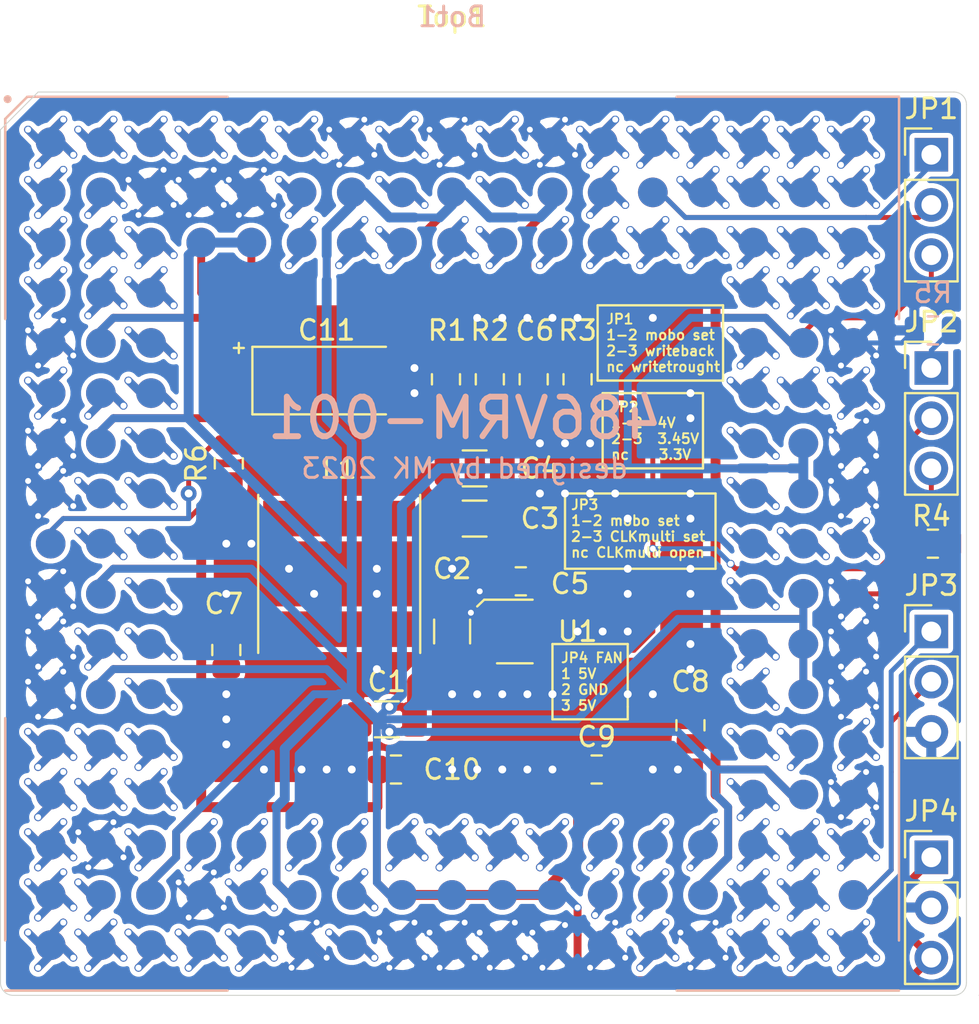
<source format=kicad_pcb>
(kicad_pcb (version 20171130) (host pcbnew "(5.1.5)-3")
  (layers (0 F.Cu signal) (31 B.Cu signal) (34 B.Paste user) (35 F.Paste user hide) (36 B.SilkS user) (37 F.SilkS user) (38 B.Mask user) (39 F.Mask user) (44 Edge.Cuts user))
  (net 0 "")
  (net 1 GND)
  (net 2 +5V)
  (net 3 +3V3)
  (net 4 "Net-(C5-Pad2)")
  (net 5 "Net-(C5-Pad1)")
  (net 6 "Net-(C6-Pad2)")
  (net 7 "Net-(C6-Pad1)")
  (net 8 "Net-(Bot1-PadS17)")
  (net 9 "Net-(Bot1-PadQ17)")
  (net 10 "Net-(Bot1-PadR17)")
  (net 11 "Net-(Bot1-PadN17)")
  (net 12 "Net-(Bot1-PadJ17)")
  (net 13 "Net-(Bot1-PadF17)")
  (net 14 "Net-(Bot1-PadD17)")
  (net 15 "Net-(Bot1-PadC17)")
  (net 16 "Net-(Bot1-PadB17)")
  (net 17 "Net-(Bot1-PadA17)")
  (net 18 "Net-(Bot1-PadS16)")
  (net 19 "Net-(Bot1-PadQ16)")
  (net 20 "Net-(Bot1-PadR16)")
  (net 21 "Net-(Bot1-PadN16)")
  (net 22 "Net-(Bot1-PadJ16)")
  (net 23 "Net-(Bot1-PadF16)")
  (net 24 "Net-(Bot1-PadD16)")
  (net 25 "Net-(Bot1-PadC16)")
  (net 26 "Net-(Bot1-PadB16)")
  (net 27 "Net-(Bot1-PadA16)")
  (net 28 "Net-(Bot1-PadS15)")
  (net 29 "Net-(Bot1-PadQ15)")
  (net 30 "Net-(Bot1-PadR15)")
  (net 31 "Net-(Bot1-PadP15)")
  (net 32 "Net-(Bot1-PadN15)")
  (net 33 "Net-(Bot1-PadM15)")
  (net 34 "Net-(Bot1-PadL15)")
  (net 35 "Net-(Bot1-PadK15)")
  (net 36 "Net-(Bot1-PadJ15)")
  (net 37 "Net-(Bot1-PadH15)")
  (net 38 "Net-(Bot1-PadG15)")
  (net 39 "Net-(Bot1-PadF15)")
  (net 40 "Net-(Bot1-PadE15)")
  (net 41 "Net-(Bot1-PadD15)")
  (net 42 "Net-(Bot1-PadC15)")
  (net 43 "Net-(Bot1-PadB15)")
  (net 44 "Net-(Bot1-PadA15)")
  (net 45 "Net-(Bot1-PadQ14)")
  (net 46 "Net-(Bot1-PadC14)")
  (net 47 "Net-(Bot1-PadB14)")
  (net 48 "Net-(Bot1-PadA14)")
  (net 49 "Net-(Bot1-PadS13)")
  (net 50 "Net-(Bot1-PadQ13)")
  (net 51 "Net-(Bot1-PadR13)")
  (net 52 "Net-(Bot1-PadC13)")
  (net 53 "Net-(Bot1-PadB13)")
  (net 54 "Net-(Bot1-PadA13)")
  (net 55 "Net-(Bot1-PadQ12)")
  (net 56 "Net-(Bot1-PadR12)")
  (net 57 "Net-(Bot1-PadC12)")
  (net 58 "Net-(Bot1-PadB12)")
  (net 59 "Net-(Bot1-PadA12)")
  (net 60 "Net-(Bot1-PadQ11)")
  (net 61 "Net-(Bot1-PadC11)")
  (net 62 "Net-(Bot1-PadQ10)")
  (net 63 "Net-(Bot1-PadC10)")
  (net 64 "Net-(Bot1-PadB10)")
  (net 65 "Net-(Bot1-PadA10)")
  (net 66 "Net-(Bot1-PadQ9)")
  (net 67 "Net-(Bot1-PadC9)")
  (net 68 "Net-(Bot1-PadQ8)")
  (net 69 "Net-(Bot1-PadC8)")
  (net 70 "Net-(Bot1-PadB8)")
  (net 71 "Net-(Bot1-PadA8)")
  (net 72 "Net-(Bot1-PadS7)")
  (net 73 "Net-(Bot1-PadQ7)")
  (net 74 "Net-(Bot1-PadR7)")
  (net 75 "Net-(Bot1-PadC7)")
  (net 76 "Net-(Bot1-PadQ6)")
  (net 77 "Net-(Bot1-PadC6)")
  (net 78 "Net-(Bot1-PadB6)")
  (net 79 "Net-(Bot1-PadA6)")
  (net 80 "Net-(Bot1-PadS5)")
  (net 81 "Net-(Bot1-PadQ5)")
  (net 82 "Net-(Bot1-PadR5)")
  (net 83 "Net-(Bot1-PadA5)")
  (net 84 "Net-(Bot1-PadS4)")
  (net 85 "Net-(Bot1-PadQ4)")
  (net 86 "Net-(Bot1-PadA4)")
  (net 87 "Net-(Bot1-PadS3)")
  (net 88 "Net-(Bot1-PadQ3)")
  (net 89 "Net-(Bot1-PadP3)")
  (net 90 "Net-(Bot1-PadN3)")
  (net 91 "Net-(Bot1-PadM3)")
  (net 92 "Net-(Bot1-PadL3)")
  (net 93 "Net-(Bot1-PadK3)")
  (net 94 "Net-(Bot1-PadJ3)")
  (net 95 "Net-(Bot1-PadH3)")
  (net 96 "Net-(Bot1-PadG3)")
  (net 97 "Net-(Bot1-PadF3)")
  (net 98 "Net-(Bot1-PadE3)")
  (net 99 "Net-(Bot1-PadD3)")
  (net 100 "Net-(Bot1-PadC3)")
  (net 101 "Net-(Bot1-PadA3)")
  (net 102 "Net-(Bot1-PadS2)")
  (net 103 "Net-(Bot1-PadR2)")
  (net 104 "Net-(Bot1-PadP2)")
  (net 105 "Net-(Bot1-PadN2)")
  (net 106 "Net-(Bot1-PadL2)")
  (net 107 "Net-(Bot1-PadJ2)")
  (net 108 "Net-(Bot1-PadH2)")
  (net 109 "Net-(Bot1-PadF2)")
  (net 110 "Net-(Bot1-PadD2)")
  (net 111 "Net-(Bot1-PadC2)")
  (net 112 "Net-(Bot1-PadB2)")
  (net 113 "Net-(Bot1-PadA2)")
  (net 114 "Net-(Bot1-PadS1)")
  (net 115 "Net-(Bot1-PadQ1)")
  (net 116 "Net-(Bot1-PadR1)")
  (net 117 "Net-(Bot1-PadP1)")
  (net 118 "Net-(Bot1-PadN1)")
  (net 119 "Net-(Bot1-PadJ1)")
  (net 120 "Net-(Bot1-PadF1)")
  (net 121 "Net-(Bot1-PadD1)")
  (net 122 "Net-(Bot1-PadC1)")
  (net 123 "Net-(Bot1-PadB1)")
  (net 124 "Net-(Bot1-PadA1)")
  (net 125 "Net-(JP3-Pad2)")
  (net 126 "Net-(JP1-Pad2)")
  (net 127 "Net-(JP2-Pad3)")
  (net 128 "Net-(JP2-Pad1)")
  (net 129 "Net-(R6-Pad1)")
  (module Resistor_SMD:R_0805_2012Metric (layer F.Cu) (at 168.062 105.936 90)
    (fp_text reference R6 (at 0 -1.65 90) (layer F.SilkS))
    (fp_text value 100)
    (pad 2 smd roundrect (at 0.9375 0 90) (size 0.975 1.4) (layers F.Cu F.Paste F.Mask) (net 119 "Net-(Bot1-PadJ1)"))
    (pad 1 smd roundrect (at -0.9375 0 90) (size 0.975 1.4) (layers F.Cu F.Paste F.Mask) (net 129 "Net-(R6-Pad1)"))
  )
  (module Package_LGA:PGA-168 (layer F.Cu) (at 179.365 110)
    (fp_text reference Top1 (at 0 -26.67) (layer F.SilkS))
    (fp_text value 486)
    (pad S17 smd circle (at 20.32 20.32) (size 1.5 1.5) (layers F.Cu F.Paste F.Mask) (net 8 "Net-(Bot1-PadS17)"))
    (pad Q17 smd circle (at 20.32 15.24) (size 1.5 1.5) (layers F.Cu F.Paste F.Mask) (net 9 "Net-(Bot1-PadQ17)"))
    (pad R17 smd circle (at 20.32 17.78) (size 1.5 1.5) (layers F.Cu F.Paste F.Mask) (net 125 "Net-(JP3-Pad2)"))
    (pad P17 smd circle (at 20.32 12.7) (size 1.5 1.5) (layers F.Cu F.Paste F.Mask) (net 1 GND))
    (pad N17 smd circle (at 20.32 10.16) (size 1.5 1.5) (layers F.Cu F.Paste F.Mask) (net 11 "Net-(Bot1-PadN17)"))
    (pad M17 smd circle (at 20.32 7.62) (size 1.5 1.5) (layers F.Cu F.Paste F.Mask) (net 1 GND))
    (pad L17 smd circle (at 20.32 5.08) (size 1.5 1.5) (layers F.Cu F.Paste F.Mask) (net 1 GND))
    (pad K17 smd circle (at 20.32 2.54) (size 1.5 1.5) (layers F.Cu F.Paste F.Mask) (net 1 GND))
    (pad J17 smd circle (at 20.32 0) (size 1.5 1.5) (layers F.Cu F.Paste F.Mask) (net 12 "Net-(Bot1-PadJ17)"))
    (pad H17 smd circle (at 20.32 -2.54) (size 1.5 1.5) (layers F.Cu F.Paste F.Mask) (net 1 GND))
    (pad G17 smd circle (at 20.32 -5.08) (size 1.5 1.5) (layers F.Cu F.Paste F.Mask) (net 1 GND))
    (pad F17 smd circle (at 20.32 -7.62) (size 1.5 1.5) (layers F.Cu F.Paste F.Mask) (net 13 "Net-(Bot1-PadF17)"))
    (pad E17 smd circle (at 20.32 -10.16) (size 1.5 1.5) (layers F.Cu F.Paste F.Mask) (net 1 GND))
    (pad D17 smd circle (at 20.32 -12.7) (size 1.5 1.5) (layers F.Cu F.Paste F.Mask) (net 14 "Net-(Bot1-PadD17)"))
    (pad C17 smd circle (at 20.32 -15.24) (size 1.5 1.5) (layers F.Cu F.Paste F.Mask) (net 15 "Net-(Bot1-PadC17)"))
    (pad B17 smd circle (at 20.32 -17.78) (size 1.5 1.5) (layers F.Cu F.Paste F.Mask) (net 16 "Net-(Bot1-PadB17)"))
    (pad A17 smd circle (at 20.32 -20.32) (size 1.5 1.5) (layers F.Cu F.Paste F.Mask) (net 17 "Net-(Bot1-PadA17)"))
    (pad S16 smd circle (at 17.78 20.32) (size 1.5 1.5) (layers F.Cu F.Paste F.Mask) (net 18 "Net-(Bot1-PadS16)"))
    (pad Q16 smd circle (at 17.78 15.24) (size 1.5 1.5) (layers F.Cu F.Paste F.Mask) (net 19 "Net-(Bot1-PadQ16)"))
    (pad R16 smd circle (at 17.78 17.78) (size 1.5 1.5) (layers F.Cu F.Paste F.Mask) (net 20 "Net-(Bot1-PadR16)"))
    (pad P16 smd circle (at 17.78 12.7) (size 1.5 1.5) (layers F.Cu F.Paste F.Mask) (net 3 +3V3))
    (pad N16 smd circle (at 17.78 10.16) (size 1.5 1.5) (layers F.Cu F.Paste F.Mask) (net 21 "Net-(Bot1-PadN16)"))
    (pad M16 smd circle (at 17.78 7.62) (size 1.5 1.5) (layers F.Cu F.Paste F.Mask) (net 3 +3V3))
    (pad L16 smd circle (at 17.78 5.08) (size 1.5 1.5) (layers F.Cu F.Paste F.Mask) (net 3 +3V3))
    (pad K16 smd circle (at 17.78 2.54) (size 1.5 1.5) (layers F.Cu F.Paste F.Mask) (net 3 +3V3))
    (pad J16 smd circle (at 17.78 0) (size 1.5 1.5) (layers F.Cu F.Paste F.Mask) (net 22 "Net-(Bot1-PadJ16)"))
    (pad H16 smd circle (at 17.78 -2.54) (size 1.5 1.5) (layers F.Cu F.Paste F.Mask) (net 3 +3V3))
    (pad G16 smd circle (at 17.78 -5.08) (size 1.5 1.5) (layers F.Cu F.Paste F.Mask) (net 3 +3V3))
    (pad F16 smd circle (at 17.78 -7.62) (size 1.5 1.5) (layers F.Cu F.Paste F.Mask) (net 23 "Net-(Bot1-PadF16)"))
    (pad E16 smd circle (at 17.78 -10.16) (size 1.5 1.5) (layers F.Cu F.Paste F.Mask) (net 3 +3V3))
    (pad D16 smd circle (at 17.78 -12.7) (size 1.5 1.5) (layers F.Cu F.Paste F.Mask) (net 24 "Net-(Bot1-PadD16)"))
    (pad C16 smd circle (at 17.78 -15.24) (size 1.5 1.5) (layers F.Cu F.Paste F.Mask) (net 25 "Net-(Bot1-PadC16)"))
    (pad B16 smd circle (at 17.78 -17.78) (size 1.5 1.5) (layers F.Cu F.Paste F.Mask) (net 26 "Net-(Bot1-PadB16)"))
    (pad A16 smd circle (at 17.78 -20.32) (size 1.5 1.5) (layers F.Cu F.Paste F.Mask) (net 27 "Net-(Bot1-PadA16)"))
    (pad S15 smd circle (at 15.24 20.32) (size 1.5 1.5) (layers F.Cu F.Paste F.Mask) (net 28 "Net-(Bot1-PadS15)"))
    (pad Q15 smd circle (at 15.24 15.24) (size 1.5 1.5) (layers F.Cu F.Paste F.Mask) (net 29 "Net-(Bot1-PadQ15)"))
    (pad R15 smd circle (at 15.24 17.78) (size 1.5 1.5) (layers F.Cu F.Paste F.Mask) (net 30 "Net-(Bot1-PadR15)"))
    (pad P15 smd circle (at 15.24 12.7) (size 1.5 1.5) (layers F.Cu F.Paste F.Mask) (net 31 "Net-(Bot1-PadP15)"))
    (pad N15 smd circle (at 15.24 10.16) (size 1.5 1.5) (layers F.Cu F.Paste F.Mask) (net 32 "Net-(Bot1-PadN15)"))
    (pad M15 smd circle (at 15.24 7.62) (size 1.5 1.5) (layers F.Cu F.Paste F.Mask) (net 33 "Net-(Bot1-PadM15)"))
    (pad L15 smd circle (at 15.24 5.08) (size 1.5 1.5) (layers F.Cu F.Paste F.Mask) (net 34 "Net-(Bot1-PadL15)"))
    (pad K15 smd circle (at 15.24 2.54) (size 1.5 1.5) (layers F.Cu F.Paste F.Mask) (net 35 "Net-(Bot1-PadK15)"))
    (pad J15 smd circle (at 15.24 0) (size 1.5 1.5) (layers F.Cu F.Paste F.Mask) (net 36 "Net-(Bot1-PadJ15)"))
    (pad H15 smd circle (at 15.24 -2.54) (size 1.5 1.5) (layers F.Cu F.Paste F.Mask) (net 37 "Net-(Bot1-PadH15)"))
    (pad G15 smd circle (at 15.24 -5.08) (size 1.5 1.5) (layers F.Cu F.Paste F.Mask) (net 38 "Net-(Bot1-PadG15)"))
    (pad F15 smd circle (at 15.24 -7.62) (size 1.5 1.5) (layers F.Cu F.Paste F.Mask) (net 39 "Net-(Bot1-PadF15)"))
    (pad E15 smd circle (at 15.24 -10.16) (size 1.5 1.5) (layers F.Cu F.Paste F.Mask) (net 40 "Net-(Bot1-PadE15)"))
    (pad D15 smd circle (at 15.24 -12.7) (size 1.5 1.5) (layers F.Cu F.Paste F.Mask) (net 41 "Net-(Bot1-PadD15)"))
    (pad C15 smd circle (at 15.24 -15.24) (size 1.5 1.5) (layers F.Cu F.Paste F.Mask) (net 42 "Net-(Bot1-PadC15)"))
    (pad B15 smd circle (at 15.24 -17.78) (size 1.5 1.5) (layers F.Cu F.Paste F.Mask) (net 43 "Net-(Bot1-PadB15)"))
    (pad A15 smd circle (at 15.24 -20.32) (size 1.5 1.5) (layers F.Cu F.Paste F.Mask) (net 44 "Net-(Bot1-PadA15)"))
    (pad S14 smd circle (at 12.7 20.32) (size 1.5 1.5) (layers F.Cu F.Paste F.Mask) (net 1 GND))
    (pad Q14 smd circle (at 12.7 15.24) (size 1.5 1.5) (layers F.Cu F.Paste F.Mask) (net 45 "Net-(Bot1-PadQ14)"))
    (pad R14 smd circle (at 12.7 17.78) (size 1.5 1.5) (layers F.Cu F.Paste F.Mask) (net 3 +3V3))
    (pad C14 smd circle (at 12.7 -15.24) (size 1.5 1.5) (layers F.Cu F.Paste F.Mask) (net 46 "Net-(Bot1-PadC14)"))
    (pad B14 smd circle (at 12.7 -17.78) (size 1.5 1.5) (layers F.Cu F.Paste F.Mask) (net 47 "Net-(Bot1-PadB14)"))
    (pad A14 smd circle (at 12.7 -20.32) (size 1.5 1.5) (layers F.Cu F.Paste F.Mask) (net 48 "Net-(Bot1-PadA14)"))
    (pad S13 smd circle (at 10.16 20.32) (size 1.5 1.5) (layers F.Cu F.Paste F.Mask) (net 49 "Net-(Bot1-PadS13)"))
    (pad Q13 smd circle (at 10.16 15.24) (size 1.5 1.5) (layers F.Cu F.Paste F.Mask) (net 50 "Net-(Bot1-PadQ13)"))
    (pad R13 smd circle (at 10.16 17.78) (size 1.5 1.5) (layers F.Cu F.Paste F.Mask) (net 51 "Net-(Bot1-PadR13)"))
    (pad C13 smd circle (at 10.16 -15.24) (size 1.5 1.5) (layers F.Cu F.Paste F.Mask) (net 52 "Net-(Bot1-PadC13)"))
    (pad B13 smd circle (at 10.16 -17.78) (size 1.5 1.5) (layers F.Cu F.Paste F.Mask) (net 126 "Net-(JP1-Pad2)"))
    (pad A13 smd circle (at 10.16 -20.32) (size 1.5 1.5) (layers F.Cu F.Paste F.Mask) (net 54 "Net-(Bot1-PadA13)"))
    (pad S12 smd circle (at 7.62 20.32) (size 1.5 1.5) (layers F.Cu F.Paste F.Mask) (net 1 GND))
    (pad Q12 smd circle (at 7.62 15.24) (size 1.5 1.5) (layers F.Cu F.Paste F.Mask) (net 55 "Net-(Bot1-PadQ12)"))
    (pad R12 smd circle (at 7.62 17.78) (size 1.5 1.5) (layers F.Cu F.Paste F.Mask) (net 56 "Net-(Bot1-PadR12)"))
    (pad C12 smd circle (at 7.62 -15.24) (size 1.5 1.5) (layers F.Cu F.Paste F.Mask) (net 57 "Net-(Bot1-PadC12)"))
    (pad B12 smd circle (at 7.62 -17.78) (size 1.5 1.5) (layers F.Cu F.Paste F.Mask) (net 58 "Net-(Bot1-PadB12)"))
    (pad A12 smd circle (at 7.62 -20.32) (size 1.5 1.5) (layers F.Cu F.Paste F.Mask) (net 59 "Net-(Bot1-PadA12)"))
    (pad S11 smd circle (at 5.08 20.32) (size 1.5 1.5) (layers F.Cu F.Paste F.Mask) (net 1 GND))
    (pad Q11 smd circle (at 5.08 15.24) (size 1.5 1.5) (layers F.Cu F.Paste F.Mask) (net 60 "Net-(Bot1-PadQ11)"))
    (pad R11 smd circle (at 5.08 17.78) (size 1.5 1.5) (layers F.Cu F.Paste F.Mask) (net 3 +3V3))
    (pad C11 smd circle (at 5.08 -15.24) (size 1.5 1.5) (layers F.Cu F.Paste F.Mask) (net 61 "Net-(Bot1-PadC11)"))
    (pad B11 smd circle (at 5.08 -17.78) (size 1.5 1.5) (layers F.Cu F.Paste F.Mask) (net 3 +3V3))
    (pad A11 smd circle (at 5.08 -20.32) (size 1.5 1.5) (layers F.Cu F.Paste F.Mask) (net 1 GND))
    (pad S10 smd circle (at 2.54 20.32) (size 1.5 1.5) (layers F.Cu F.Paste F.Mask) (net 1 GND))
    (pad Q10 smd circle (at 2.54 15.24) (size 1.5 1.5) (layers F.Cu F.Paste F.Mask) (net 62 "Net-(Bot1-PadQ10)"))
    (pad R10 smd circle (at 2.54 17.78) (size 1.5 1.5) (layers F.Cu F.Paste F.Mask) (net 3 +3V3))
    (pad C10 smd circle (at 2.54 -15.24) (size 1.5 1.5) (layers F.Cu F.Paste F.Mask) (net 63 "Net-(Bot1-PadC10)"))
    (pad B10 smd circle (at 2.54 -17.78) (size 1.5 1.5) (layers F.Cu F.Paste F.Mask) (net 64 "Net-(Bot1-PadB10)"))
    (pad A10 smd circle (at 2.54 -20.32) (size 1.5 1.5) (layers F.Cu F.Paste F.Mask) (net 65 "Net-(Bot1-PadA10)"))
    (pad S9 smd circle (at 0 20.32) (size 1.5 1.5) (layers F.Cu F.Paste F.Mask) (net 1 GND))
    (pad Q9 smd circle (at 0 15.24) (size 1.5 1.5) (layers F.Cu F.Paste F.Mask) (net 66 "Net-(Bot1-PadQ9)"))
    (pad R9 smd circle (at 0 17.78) (size 1.5 1.5) (layers F.Cu F.Paste F.Mask) (net 3 +3V3))
    (pad C9 smd circle (at 0 -15.24) (size 1.5 1.5) (layers F.Cu F.Paste F.Mask) (net 67 "Net-(Bot1-PadC9)"))
    (pad B9 smd circle (at 0 -17.78) (size 1.5 1.5) (layers F.Cu F.Paste F.Mask) (net 3 +3V3))
    (pad A9 smd circle (at 0 -20.32) (size 1.5 1.5) (layers F.Cu F.Paste F.Mask) (net 1 GND))
    (pad S8 smd circle (at -2.54 20.32) (size 1.5 1.5) (layers F.Cu F.Paste F.Mask) (net 1 GND))
    (pad Q8 smd circle (at -2.54 15.24) (size 1.5 1.5) (layers F.Cu F.Paste F.Mask) (net 68 "Net-(Bot1-PadQ8)"))
    (pad R8 smd circle (at -2.54 17.78) (size 1.5 1.5) (layers F.Cu F.Paste F.Mask) (net 3 +3V3))
    (pad C8 smd circle (at -2.54 -15.24) (size 1.5 1.5) (layers F.Cu F.Paste F.Mask) (net 69 "Net-(Bot1-PadC8)"))
    (pad B8 smd circle (at -2.54 -17.78) (size 1.5 1.5) (layers F.Cu F.Paste F.Mask) (net 70 "Net-(Bot1-PadB8)"))
    (pad A8 smd circle (at -2.54 -20.32) (size 1.5 1.5) (layers F.Cu F.Paste F.Mask) (net 71 "Net-(Bot1-PadA8)"))
    (pad S7 smd circle (at -5.08 20.32) (size 1.5 1.5) (layers F.Cu F.Paste F.Mask) (net 72 "Net-(Bot1-PadS7)"))
    (pad Q7 smd circle (at -5.08 15.24) (size 1.5 1.5) (layers F.Cu F.Paste F.Mask) (net 73 "Net-(Bot1-PadQ7)"))
    (pad R7 smd circle (at -5.08 17.78) (size 1.5 1.5) (layers F.Cu F.Paste F.Mask) (net 74 "Net-(Bot1-PadR7)"))
    (pad C7 smd circle (at -5.08 -15.24) (size 1.5 1.5) (layers F.Cu F.Paste F.Mask) (net 75 "Net-(Bot1-PadC7)"))
    (pad B7 smd circle (at -5.08 -17.78) (size 1.5 1.5) (layers F.Cu F.Paste F.Mask) (net 3 +3V3))
    (pad A7 smd circle (at -5.08 -20.32) (size 1.5 1.5) (layers F.Cu F.Paste F.Mask) (net 1 GND))
    (pad S6 smd circle (at -7.62 20.32) (size 1.5 1.5) (layers F.Cu F.Paste F.Mask) (net 1 GND))
    (pad Q6 smd circle (at -7.62 15.24) (size 1.5 1.5) (layers F.Cu F.Paste F.Mask) (net 76 "Net-(Bot1-PadQ6)"))
    (pad R6 smd circle (at -7.62 17.78) (size 1.5 1.5) (layers F.Cu F.Paste F.Mask) (net 3 +3V3))
    (pad C6 smd circle (at -7.62 -15.24) (size 1.5 1.5) (layers F.Cu F.Paste F.Mask) (net 77 "Net-(Bot1-PadC6)"))
    (pad B6 smd circle (at -7.62 -17.78) (size 1.5 1.5) (layers F.Cu F.Paste F.Mask) (net 78 "Net-(Bot1-PadB6)"))
    (pad A6 smd circle (at -7.62 -20.32) (size 1.5 1.5) (layers F.Cu F.Paste F.Mask) (net 79 "Net-(Bot1-PadA6)"))
    (pad S5 smd circle (at -10.16 20.32) (size 1.5 1.5) (layers F.Cu F.Paste F.Mask) (net 80 "Net-(Bot1-PadS5)"))
    (pad Q5 smd circle (at -10.16 15.24) (size 1.5 1.5) (layers F.Cu F.Paste F.Mask) (net 81 "Net-(Bot1-PadQ5)"))
    (pad R5 smd circle (at -10.16 17.78) (size 1.5 1.5) (layers F.Cu F.Paste F.Mask) (net 82 "Net-(Bot1-PadR5)"))
    (pad C5 smd circle (at -10.16 -15.24) (size 1.5 1.5) (layers F.Cu F.Paste F.Mask) (net 3 +3V3))
    (pad B5 smd circle (at -10.16 -17.78) (size 1.5 1.5) (layers F.Cu F.Paste F.Mask) (net 1 GND))
    (pad A5 smd circle (at -10.16 -20.32) (size 1.5 1.5) (layers F.Cu F.Paste F.Mask) (net 83 "Net-(Bot1-PadA5)"))
    (pad S4 smd circle (at -12.7 20.32) (size 1.5 1.5) (layers F.Cu F.Paste F.Mask) (net 84 "Net-(Bot1-PadS4)"))
    (pad Q4 smd circle (at -12.7 15.24) (size 1.5 1.5) (layers F.Cu F.Paste F.Mask) (net 85 "Net-(Bot1-PadQ4)"))
    (pad R4 smd circle (at -12.7 17.78) (size 1.5 1.5) (layers F.Cu F.Paste F.Mask) (net 1 GND))
    (pad C4 smd circle (at -12.7 -15.24) (size 1.5 1.5) (layers F.Cu F.Paste F.Mask) (net 3 +3V3))
    (pad B4 smd circle (at -12.7 -17.78) (size 1.5 1.5) (layers F.Cu F.Paste F.Mask) (net 1 GND))
    (pad A4 smd circle (at -12.7 -20.32) (size 1.5 1.5) (layers F.Cu F.Paste F.Mask) (net 86 "Net-(Bot1-PadA4)"))
    (pad S3 smd circle (at -15.24 20.32) (size 1.5 1.5) (layers F.Cu F.Paste F.Mask) (net 87 "Net-(Bot1-PadS3)"))
    (pad Q3 smd circle (at -15.24 15.24) (size 1.5 1.5) (layers F.Cu F.Paste F.Mask) (net 88 "Net-(Bot1-PadQ3)"))
    (pad R3 smd circle (at -15.24 17.78) (size 1.5 1.5) (layers F.Cu F.Paste F.Mask) (net 3 +3V3))
    (pad P3 smd circle (at -15.24 12.7) (size 1.5 1.5) (layers F.Cu F.Paste F.Mask) (net 89 "Net-(Bot1-PadP3)"))
    (pad N3 smd circle (at -15.24 10.16) (size 1.5 1.5) (layers F.Cu F.Paste F.Mask) (net 90 "Net-(Bot1-PadN3)"))
    (pad M3 smd circle (at -15.24 7.62) (size 1.5 1.5) (layers F.Cu F.Paste F.Mask) (net 91 "Net-(Bot1-PadM3)"))
    (pad L3 smd circle (at -15.24 5.08) (size 1.5 1.5) (layers F.Cu F.Paste F.Mask) (net 92 "Net-(Bot1-PadL3)"))
    (pad K3 smd circle (at -15.24 2.54) (size 1.5 1.5) (layers F.Cu F.Paste F.Mask) (net 93 "Net-(Bot1-PadK3)"))
    (pad J3 smd circle (at -15.24 0) (size 1.5 1.5) (layers F.Cu F.Paste F.Mask) (net 94 "Net-(Bot1-PadJ3)"))
    (pad H3 smd circle (at -15.24 -2.54) (size 1.5 1.5) (layers F.Cu F.Paste F.Mask) (net 95 "Net-(Bot1-PadH3)"))
    (pad G3 smd circle (at -15.24 -5.08) (size 1.5 1.5) (layers F.Cu F.Paste F.Mask) (net 96 "Net-(Bot1-PadG3)"))
    (pad F3 smd circle (at -15.24 -7.62) (size 1.5 1.5) (layers F.Cu F.Paste F.Mask) (net 97 "Net-(Bot1-PadF3)"))
    (pad E3 smd circle (at -15.24 -10.16) (size 1.5 1.5) (layers F.Cu F.Paste F.Mask) (net 98 "Net-(Bot1-PadE3)"))
    (pad D3 smd circle (at -15.24 -12.7) (size 1.5 1.5) (layers F.Cu F.Paste F.Mask) (net 99 "Net-(Bot1-PadD3)"))
    (pad C3 smd circle (at -15.24 -15.24) (size 1.5 1.5) (layers F.Cu F.Paste F.Mask) (net 100 "Net-(Bot1-PadC3)"))
    (pad B3 smd circle (at -15.24 -17.78) (size 1.5 1.5) (layers F.Cu F.Paste F.Mask) (net 1 GND))
    (pad A3 smd circle (at -15.24 -20.32) (size 1.5 1.5) (layers F.Cu F.Paste F.Mask) (net 101 "Net-(Bot1-PadA3)"))
    (pad S2 smd circle (at -17.78 20.32) (size 1.5 1.5) (layers F.Cu F.Paste F.Mask) (net 102 "Net-(Bot1-PadS2)"))
    (pad Q2 smd circle (at -17.78 15.24) (size 1.5 1.5) (layers F.Cu F.Paste F.Mask) (net 1 GND))
    (pad R2 smd circle (at -17.78 17.78) (size 1.5 1.5) (layers F.Cu F.Paste F.Mask) (net 103 "Net-(Bot1-PadR2)"))
    (pad P2 smd circle (at -17.78 12.7) (size 1.5 1.5) (layers F.Cu F.Paste F.Mask) (net 104 "Net-(Bot1-PadP2)"))
    (pad N2 smd circle (at -17.78 10.16) (size 1.5 1.5) (layers F.Cu F.Paste F.Mask) (net 105 "Net-(Bot1-PadN2)"))
    (pad M2 smd circle (at -17.78 7.62) (size 1.5 1.5) (layers F.Cu F.Paste F.Mask) (net 3 +3V3))
    (pad L2 smd circle (at -17.78 5.08) (size 1.5 1.5) (layers F.Cu F.Paste F.Mask) (net 106 "Net-(Bot1-PadL2)"))
    (pad K2 smd circle (at -17.78 2.54) (size 1.5 1.5) (layers F.Cu F.Paste F.Mask) (net 3 +3V3))
    (pad J2 smd circle (at -17.78 0) (size 1.5 1.5) (layers F.Cu F.Paste F.Mask) (net 107 "Net-(Bot1-PadJ2)"))
    (pad H2 smd circle (at -17.78 -2.54) (size 1.5 1.5) (layers F.Cu F.Paste F.Mask) (net 108 "Net-(Bot1-PadH2)"))
    (pad G2 smd circle (at -17.78 -5.08) (size 1.5 1.5) (layers F.Cu F.Paste F.Mask) (net 3 +3V3))
    (pad F2 smd circle (at -17.78 -7.62) (size 1.5 1.5) (layers F.Cu F.Paste F.Mask) (net 109 "Net-(Bot1-PadF2)"))
    (pad E2 smd circle (at -17.78 -10.16) (size 1.5 1.5) (layers F.Cu F.Paste F.Mask) (net 3 +3V3))
    (pad D2 smd circle (at -17.78 -12.7) (size 1.5 1.5) (layers F.Cu F.Paste F.Mask) (net 110 "Net-(Bot1-PadD2)"))
    (pad C2 smd circle (at -17.78 -15.24) (size 1.5 1.5) (layers F.Cu F.Paste F.Mask) (net 111 "Net-(Bot1-PadC2)"))
    (pad B2 smd circle (at -17.78 -17.78) (size 1.5 1.5) (layers F.Cu F.Paste F.Mask) (net 112 "Net-(Bot1-PadB2)"))
    (pad A2 smd circle (at -17.78 -20.32) (size 1.5 1.5) (layers F.Cu F.Paste F.Mask) (net 113 "Net-(Bot1-PadA2)"))
    (pad S1 smd circle (at -20.32 20.32) (size 1.5 1.5) (layers F.Cu F.Paste F.Mask) (net 114 "Net-(Bot1-PadS1)"))
    (pad Q1 smd circle (at -20.32 15.24) (size 1.5 1.5) (layers F.Cu F.Paste F.Mask) (net 115 "Net-(Bot1-PadQ1)"))
    (pad R1 smd circle (at -20.32 17.78) (size 1.5 1.5) (layers F.Cu F.Paste F.Mask) (net 116 "Net-(Bot1-PadR1)"))
    (pad P1 smd circle (at -20.32 12.7) (size 1.5 1.5) (layers F.Cu F.Paste F.Mask) (net 117 "Net-(Bot1-PadP1)"))
    (pad N1 smd circle (at -20.32 10.16) (size 1.5 1.5) (layers F.Cu F.Paste F.Mask) (net 118 "Net-(Bot1-PadN1)"))
    (pad M1 smd circle (at -20.32 7.62) (size 1.5 1.5) (layers F.Cu F.Paste F.Mask) (net 1 GND))
    (pad L1 smd circle (at -20.32 5.08) (size 1.5 1.5) (layers F.Cu F.Paste F.Mask) (net 1 GND))
    (pad K1 smd circle (at -20.32 2.54) (size 1.5 1.5) (layers F.Cu F.Paste F.Mask) (net 1 GND))
    (pad J1 smd circle (at -20.32 0) (size 1.5 1.5) (layers F.Cu F.Paste F.Mask) (net 129 "Net-(R6-Pad1)"))
    (pad H1 smd circle (at -20.32 -2.54) (size 1.5 1.5) (layers F.Cu F.Paste F.Mask) (net 1 GND))
    (pad G1 smd circle (at -20.32 -5.08) (size 1.5 1.5) (layers F.Cu F.Paste F.Mask) (net 1 GND))
    (pad F1 smd circle (at -20.32 -7.62) (size 1.5 1.5) (layers F.Cu F.Paste F.Mask) (net 120 "Net-(Bot1-PadF1)"))
    (pad E1 smd circle (at -20.32 -10.16) (size 1.5 1.5) (layers F.Cu F.Paste F.Mask) (net 1 GND))
    (pad D1 smd circle (at -20.32 -12.7) (size 1.5 1.5) (layers F.Cu F.Paste F.Mask) (net 121 "Net-(Bot1-PadD1)"))
    (pad C1 smd circle (at -20.32 -15.24) (size 1.5 1.5) (layers F.Cu F.Paste F.Mask) (net 122 "Net-(Bot1-PadC1)"))
    (pad B1 smd circle (at -20.32 -17.78) (size 1.5 1.5) (layers F.Cu F.Paste F.Mask) (net 123 "Net-(Bot1-PadB1)"))
    (pad A1 smd circle (at -20.32 -20.32) (size 1.5 1.5) (layers F.Cu F.Paste F.Mask) (net 124 "Net-(Bot1-PadA1)"))
  )
  (module Capacitor_Tantalum_SMD:CP_EIA-6032-15_Kemet-U (layer F.Cu) (at 173.015 101.745)
    (fp_text reference C11 (at 0 -2.55) (layer F.SilkS))
    (fp_text value 33µ)
    (pad 2 smd roundrect (at 2.4625 0) (size 2.075 2.35) (layers F.Cu F.Paste F.Mask) (roundrect_rratio 0.120482) (net 1 GND))
    (pad 1 smd roundrect (at -2.4625 0) (size 2.075 2.35) (layers F.Cu F.Paste F.Mask) (roundrect_rratio 0.120482) (net 3 +3V3))
  )
  (module Capacitor_SMD:C_0805_2012Metric (layer F.Cu) (at 176.5225 121.43)
    (fp_text reference C10 (at 2.8425 0) (layer F.SilkS))
    (fp_text value 0.1µF)
    (pad 2 smd roundrect (at 0.9375 0) (size 0.975 1.4) (layers F.Cu F.Paste F.Mask) (net 1 GND))
    (pad 1 smd roundrect (at -0.9375 0) (size 0.975 1.4) (layers F.Cu F.Paste F.Mask) (net 3 +3V3))
  )
  (module Capacitor_SMD:C_0805_2012Metric (layer F.Cu) (at 186.6825 121.43)
    (fp_text reference C9 (at 0 -1.65) (layer F.SilkS))
    (fp_text value 0.1µF)
    (pad 2 smd roundrect (at 0.9375 0) (size 0.975 1.4) (layers F.Cu F.Paste F.Mask) (net 1 GND))
    (pad 1 smd roundrect (at -0.9375 0) (size 0.975 1.4) (layers F.Cu F.Paste F.Mask) (net 3 +3V3))
  )
  (module Capacitor_SMD:C_0805_2012Metric (layer F.Cu) (at 191.43 119.1925 90)
    (fp_text reference C8 (at 2.2075 0 180) (layer F.SilkS))
    (fp_text value 0.1µF)
    (pad 2 smd roundrect (at 0.9375 0 90) (size 0.975 1.4) (layers F.Cu F.Paste F.Mask) (net 1 GND))
    (pad 1 smd roundrect (at -0.9375 0 90) (size 0.975 1.4) (layers F.Cu F.Paste F.Mask) (net 3 +3V3))
  )
  (module Capacitor_SMD:C_0805_2012Metric (layer F.Cu) (at 167.935 115.3825 90)
    (fp_text reference C7 (at 2.3345 -0.127 180) (layer F.SilkS))
    (fp_text value 0.1µF)
    (pad 2 smd roundrect (at 0.9375 0 90) (size 0.975 1.4) (layers F.Cu F.Paste F.Mask) (net 1 GND))
    (pad 1 smd roundrect (at -0.9375 0 90) (size 0.975 1.4) (layers F.Cu F.Paste F.Mask) (net 3 +3V3))
  )
  (module Package_LGA:PGA-168_Socket (layer F.Cu) (at 179.365 110)
    (fp_text reference Bot1 (at 0 -26.67 180) (layer B.SilkS) (effects (justify mirror)))
    (fp_text value 486)
    (pad S17 smd circle (at 20.32 20.32 180) (size 1.5 1.5) (layers B.Cu B.Paste B.Mask) (net 8 "Net-(Bot1-PadS17)"))
    (pad Q17 smd circle (at 20.32 15.24 180) (size 1.5 1.5) (layers B.Cu B.Paste B.Mask) (net 9 "Net-(Bot1-PadQ17)"))
    (pad R17 smd circle (at 20.32 17.78 180) (size 1.5 1.5) (layers B.Cu B.Paste B.Mask) (net 10 "Net-(Bot1-PadR17)"))
    (pad P17 smd circle (at 20.32 12.7 180) (size 1.5 1.5) (layers B.Cu B.Paste B.Mask) (net 1 GND))
    (pad N17 smd circle (at 20.32 10.16 180) (size 1.5 1.5) (layers B.Cu B.Paste B.Mask) (net 11 "Net-(Bot1-PadN17)"))
    (pad M17 smd circle (at 20.32 7.62 180) (size 1.5 1.5) (layers B.Cu B.Paste B.Mask) (net 1 GND))
    (pad L17 smd circle (at 20.32 5.08 180) (size 1.5 1.5) (layers B.Cu B.Paste B.Mask) (net 1 GND))
    (pad K17 smd circle (at 20.32 2.54 180) (size 1.5 1.5) (layers B.Cu B.Paste B.Mask) (net 1 GND))
    (pad J17 smd circle (at 20.32 0 180) (size 1.5 1.5) (layers B.Cu B.Paste B.Mask) (net 12 "Net-(Bot1-PadJ17)"))
    (pad H17 smd circle (at 20.32 -2.54 180) (size 1.5 1.5) (layers B.Cu B.Paste B.Mask) (net 1 GND))
    (pad G17 smd circle (at 20.32 -5.08 180) (size 1.5 1.5) (layers B.Cu B.Paste B.Mask) (net 1 GND))
    (pad F17 smd circle (at 20.32 -7.62 180) (size 1.5 1.5) (layers B.Cu B.Paste B.Mask) (net 13 "Net-(Bot1-PadF17)"))
    (pad E17 smd circle (at 20.32 -10.16 180) (size 1.5 1.5) (layers B.Cu B.Paste B.Mask) (net 1 GND))
    (pad D17 smd circle (at 20.32 -12.7 180) (size 1.5 1.5) (layers B.Cu B.Paste B.Mask) (net 14 "Net-(Bot1-PadD17)"))
    (pad C17 smd circle (at 20.32 -15.24 180) (size 1.5 1.5) (layers B.Cu B.Paste B.Mask) (net 15 "Net-(Bot1-PadC17)"))
    (pad B17 smd circle (at 20.32 -17.78 180) (size 1.5 1.5) (layers B.Cu B.Paste B.Mask) (net 16 "Net-(Bot1-PadB17)"))
    (pad A17 smd circle (at 20.32 -20.32 180) (size 1.5 1.5) (layers B.Cu B.Paste B.Mask) (net 17 "Net-(Bot1-PadA17)"))
    (pad S16 smd circle (at 17.78 20.32 180) (size 1.5 1.5) (layers B.Cu B.Paste B.Mask) (net 18 "Net-(Bot1-PadS16)"))
    (pad Q16 smd circle (at 17.78 15.24 180) (size 1.5 1.5) (layers B.Cu B.Paste B.Mask) (net 19 "Net-(Bot1-PadQ16)"))
    (pad R16 smd circle (at 17.78 17.78 180) (size 1.5 1.5) (layers B.Cu B.Paste B.Mask) (net 20 "Net-(Bot1-PadR16)"))
    (pad P16 smd circle (at 17.78 12.7 180) (size 1.5 1.5) (layers B.Cu B.Paste B.Mask) (net 2 +5V))
    (pad N16 smd circle (at 17.78 10.16 180) (size 1.5 1.5) (layers B.Cu B.Paste B.Mask) (net 21 "Net-(Bot1-PadN16)"))
    (pad M16 smd circle (at 17.78 7.62 180) (size 1.5 1.5) (layers B.Cu B.Paste B.Mask) (net 2 +5V))
    (pad L16 smd circle (at 17.78 5.08 180) (size 1.5 1.5) (layers B.Cu B.Paste B.Mask) (net 2 +5V))
    (pad K16 smd circle (at 17.78 2.54 180) (size 1.5 1.5) (layers B.Cu B.Paste B.Mask) (net 2 +5V))
    (pad J16 smd circle (at 17.78 0 180) (size 1.5 1.5) (layers B.Cu B.Paste B.Mask) (net 22 "Net-(Bot1-PadJ16)"))
    (pad H16 smd circle (at 17.78 -2.54 180) (size 1.5 1.5) (layers B.Cu B.Paste B.Mask) (net 2 +5V))
    (pad G16 smd circle (at 17.78 -5.08 180) (size 1.5 1.5) (layers B.Cu B.Paste B.Mask) (net 2 +5V))
    (pad F16 smd circle (at 17.78 -7.62 180) (size 1.5 1.5) (layers B.Cu B.Paste B.Mask) (net 23 "Net-(Bot1-PadF16)"))
    (pad E16 smd circle (at 17.78 -10.16 180) (size 1.5 1.5) (layers B.Cu B.Paste B.Mask) (net 2 +5V))
    (pad D16 smd circle (at 17.78 -12.7 180) (size 1.5 1.5) (layers B.Cu B.Paste B.Mask) (net 24 "Net-(Bot1-PadD16)"))
    (pad C16 smd circle (at 17.78 -15.24 180) (size 1.5 1.5) (layers B.Cu B.Paste B.Mask) (net 25 "Net-(Bot1-PadC16)"))
    (pad B16 smd circle (at 17.78 -17.78 180) (size 1.5 1.5) (layers B.Cu B.Paste B.Mask) (net 26 "Net-(Bot1-PadB16)"))
    (pad A16 smd circle (at 17.78 -20.32 180) (size 1.5 1.5) (layers B.Cu B.Paste B.Mask) (net 27 "Net-(Bot1-PadA16)"))
    (pad S15 smd circle (at 15.24 20.32 180) (size 1.5 1.5) (layers B.Cu B.Paste B.Mask) (net 28 "Net-(Bot1-PadS15)"))
    (pad Q15 smd circle (at 15.24 15.24 180) (size 1.5 1.5) (layers B.Cu B.Paste B.Mask) (net 29 "Net-(Bot1-PadQ15)"))
    (pad R15 smd circle (at 15.24 17.78 180) (size 1.5 1.5) (layers B.Cu B.Paste B.Mask) (net 30 "Net-(Bot1-PadR15)"))
    (pad P15 smd circle (at 15.24 12.7 180) (size 1.5 1.5) (layers B.Cu B.Paste B.Mask) (net 31 "Net-(Bot1-PadP15)"))
    (pad N15 smd circle (at 15.24 10.16 180) (size 1.5 1.5) (layers B.Cu B.Paste B.Mask) (net 32 "Net-(Bot1-PadN15)"))
    (pad M15 smd circle (at 15.24 7.62 180) (size 1.5 1.5) (layers B.Cu B.Paste B.Mask) (net 33 "Net-(Bot1-PadM15)"))
    (pad L15 smd circle (at 15.24 5.08 180) (size 1.5 1.5) (layers B.Cu B.Paste B.Mask) (net 34 "Net-(Bot1-PadL15)"))
    (pad K15 smd circle (at 15.24 2.54 180) (size 1.5 1.5) (layers B.Cu B.Paste B.Mask) (net 35 "Net-(Bot1-PadK15)"))
    (pad J15 smd circle (at 15.24 0 180) (size 1.5 1.5) (layers B.Cu B.Paste B.Mask) (net 36 "Net-(Bot1-PadJ15)"))
    (pad H15 smd circle (at 15.24 -2.54 180) (size 1.5 1.5) (layers B.Cu B.Paste B.Mask) (net 37 "Net-(Bot1-PadH15)"))
    (pad G15 smd circle (at 15.24 -5.08 180) (size 1.5 1.5) (layers B.Cu B.Paste B.Mask) (net 38 "Net-(Bot1-PadG15)"))
    (pad F15 smd circle (at 15.24 -7.62 180) (size 1.5 1.5) (layers B.Cu B.Paste B.Mask) (net 39 "Net-(Bot1-PadF15)"))
    (pad E15 smd circle (at 15.24 -10.16 180) (size 1.5 1.5) (layers B.Cu B.Paste B.Mask) (net 40 "Net-(Bot1-PadE15)"))
    (pad D15 smd circle (at 15.24 -12.7 180) (size 1.5 1.5) (layers B.Cu B.Paste B.Mask) (net 41 "Net-(Bot1-PadD15)"))
    (pad C15 smd circle (at 15.24 -15.24 180) (size 1.5 1.5) (layers B.Cu B.Paste B.Mask) (net 42 "Net-(Bot1-PadC15)"))
    (pad B15 smd circle (at 15.24 -17.78 180) (size 1.5 1.5) (layers B.Cu B.Paste B.Mask) (net 43 "Net-(Bot1-PadB15)"))
    (pad A15 smd circle (at 15.24 -20.32 180) (size 1.5 1.5) (layers B.Cu B.Paste B.Mask) (net 44 "Net-(Bot1-PadA15)"))
    (pad S14 smd circle (at 12.7 20.32 180) (size 1.5 1.5) (layers B.Cu B.Paste B.Mask) (net 1 GND))
    (pad Q14 smd circle (at 12.7 15.24 180) (size 1.5 1.5) (layers B.Cu B.Paste B.Mask) (net 45 "Net-(Bot1-PadQ14)"))
    (pad R14 smd circle (at 12.7 17.78 180) (size 1.5 1.5) (layers B.Cu B.Paste B.Mask) (net 2 +5V))
    (pad C14 smd circle (at 12.7 -15.24 180) (size 1.5 1.5) (layers B.Cu B.Paste B.Mask) (net 46 "Net-(Bot1-PadC14)"))
    (pad B14 smd circle (at 12.7 -17.78 180) (size 1.5 1.5) (layers B.Cu B.Paste B.Mask) (net 47 "Net-(Bot1-PadB14)"))
    (pad A14 smd circle (at 12.7 -20.32 180) (size 1.5 1.5) (layers B.Cu B.Paste B.Mask) (net 48 "Net-(Bot1-PadA14)"))
    (pad S13 smd circle (at 10.16 20.32 180) (size 1.5 1.5) (layers B.Cu B.Paste B.Mask) (net 49 "Net-(Bot1-PadS13)"))
    (pad Q13 smd circle (at 10.16 15.24 180) (size 1.5 1.5) (layers B.Cu B.Paste B.Mask) (net 50 "Net-(Bot1-PadQ13)"))
    (pad R13 smd circle (at 10.16 17.78 180) (size 1.5 1.5) (layers B.Cu B.Paste B.Mask) (net 51 "Net-(Bot1-PadR13)"))
    (pad C13 smd circle (at 10.16 -15.24 180) (size 1.5 1.5) (layers B.Cu B.Paste B.Mask) (net 52 "Net-(Bot1-PadC13)"))
    (pad B13 smd circle (at 10.16 -17.78 180) (size 1.5 1.5) (layers B.Cu B.Paste B.Mask) (net 53 "Net-(Bot1-PadB13)"))
    (pad A13 smd circle (at 10.16 -20.32 180) (size 1.5 1.5) (layers B.Cu B.Paste B.Mask) (net 54 "Net-(Bot1-PadA13)"))
    (pad S12 smd circle (at 7.62 20.32 180) (size 1.5 1.5) (layers B.Cu B.Paste B.Mask) (net 1 GND))
    (pad Q12 smd circle (at 7.62 15.24 180) (size 1.5 1.5) (layers B.Cu B.Paste B.Mask) (net 55 "Net-(Bot1-PadQ12)"))
    (pad R12 smd circle (at 7.62 17.78 180) (size 1.5 1.5) (layers B.Cu B.Paste B.Mask) (net 56 "Net-(Bot1-PadR12)"))
    (pad C12 smd circle (at 7.62 -15.24 180) (size 1.5 1.5) (layers B.Cu B.Paste B.Mask) (net 57 "Net-(Bot1-PadC12)"))
    (pad B12 smd circle (at 7.62 -17.78 180) (size 1.5 1.5) (layers B.Cu B.Paste B.Mask) (net 58 "Net-(Bot1-PadB12)"))
    (pad A12 smd circle (at 7.62 -20.32 180) (size 1.5 1.5) (layers B.Cu B.Paste B.Mask) (net 59 "Net-(Bot1-PadA12)"))
    (pad S11 smd circle (at 5.08 20.32 180) (size 1.5 1.5) (layers B.Cu B.Paste B.Mask) (net 1 GND))
    (pad Q11 smd circle (at 5.08 15.24 180) (size 1.5 1.5) (layers B.Cu B.Paste B.Mask) (net 60 "Net-(Bot1-PadQ11)"))
    (pad R11 smd circle (at 5.08 17.78 180) (size 1.5 1.5) (layers B.Cu B.Paste B.Mask) (net 2 +5V))
    (pad C11 smd circle (at 5.08 -15.24 180) (size 1.5 1.5) (layers B.Cu B.Paste B.Mask) (net 61 "Net-(Bot1-PadC11)"))
    (pad B11 smd circle (at 5.08 -17.78 180) (size 1.5 1.5) (layers B.Cu B.Paste B.Mask) (net 2 +5V))
    (pad A11 smd circle (at 5.08 -20.32 180) (size 1.5 1.5) (layers B.Cu B.Paste B.Mask) (net 1 GND))
    (pad S10 smd circle (at 2.54 20.32 180) (size 1.5 1.5) (layers B.Cu B.Paste B.Mask) (net 1 GND))
    (pad Q10 smd circle (at 2.54 15.24 180) (size 1.5 1.5) (layers B.Cu B.Paste B.Mask) (net 62 "Net-(Bot1-PadQ10)"))
    (pad R10 smd circle (at 2.54 17.78 180) (size 1.5 1.5) (layers B.Cu B.Paste B.Mask) (net 2 +5V))
    (pad C10 smd circle (at 2.54 -15.24 180) (size 1.5 1.5) (layers B.Cu B.Paste B.Mask) (net 63 "Net-(Bot1-PadC10)"))
    (pad B10 smd circle (at 2.54 -17.78 180) (size 1.5 1.5) (layers B.Cu B.Paste B.Mask) (net 64 "Net-(Bot1-PadB10)"))
    (pad A10 smd circle (at 2.54 -20.32 180) (size 1.5 1.5) (layers B.Cu B.Paste B.Mask) (net 65 "Net-(Bot1-PadA10)"))
    (pad S9 smd circle (at 0 20.32 180) (size 1.5 1.5) (layers B.Cu B.Paste B.Mask) (net 1 GND))
    (pad Q9 smd circle (at 0 15.24 180) (size 1.5 1.5) (layers B.Cu B.Paste B.Mask) (net 66 "Net-(Bot1-PadQ9)"))
    (pad R9 smd circle (at 0 17.78 180) (size 1.5 1.5) (layers B.Cu B.Paste B.Mask) (net 2 +5V))
    (pad C9 smd circle (at 0 -15.24 180) (size 1.5 1.5) (layers B.Cu B.Paste B.Mask) (net 67 "Net-(Bot1-PadC9)"))
    (pad B9 smd circle (at 0 -17.78 180) (size 1.5 1.5) (layers B.Cu B.Paste B.Mask) (net 2 +5V))
    (pad A9 smd circle (at 0 -20.32 180) (size 1.5 1.5) (layers B.Cu B.Paste B.Mask) (net 1 GND))
    (pad S8 smd circle (at -2.54 20.32 180) (size 1.5 1.5) (layers B.Cu B.Paste B.Mask) (net 1 GND))
    (pad Q8 smd circle (at -2.54 15.24 180) (size 1.5 1.5) (layers B.Cu B.Paste B.Mask) (net 68 "Net-(Bot1-PadQ8)"))
    (pad R8 smd circle (at -2.54 17.78 180) (size 1.5 1.5) (layers B.Cu B.Paste B.Mask) (net 2 +5V))
    (pad C8 smd circle (at -2.54 -15.24 180) (size 1.5 1.5) (layers B.Cu B.Paste B.Mask) (net 69 "Net-(Bot1-PadC8)"))
    (pad B8 smd circle (at -2.54 -17.78 180) (size 1.5 1.5) (layers B.Cu B.Paste B.Mask) (net 70 "Net-(Bot1-PadB8)"))
    (pad A8 smd circle (at -2.54 -20.32 180) (size 1.5 1.5) (layers B.Cu B.Paste B.Mask) (net 71 "Net-(Bot1-PadA8)"))
    (pad S7 smd circle (at -5.08 20.32 180) (size 1.5 1.5) (layers B.Cu B.Paste B.Mask) (net 72 "Net-(Bot1-PadS7)"))
    (pad Q7 smd circle (at -5.08 15.24 180) (size 1.5 1.5) (layers B.Cu B.Paste B.Mask) (net 73 "Net-(Bot1-PadQ7)"))
    (pad R7 smd circle (at -5.08 17.78 180) (size 1.5 1.5) (layers B.Cu B.Paste B.Mask) (net 74 "Net-(Bot1-PadR7)"))
    (pad C7 smd circle (at -5.08 -15.24 180) (size 1.5 1.5) (layers B.Cu B.Paste B.Mask) (net 75 "Net-(Bot1-PadC7)"))
    (pad B7 smd circle (at -5.08 -17.78 180) (size 1.5 1.5) (layers B.Cu B.Paste B.Mask) (net 2 +5V))
    (pad A7 smd circle (at -5.08 -20.32 180) (size 1.5 1.5) (layers B.Cu B.Paste B.Mask) (net 1 GND))
    (pad S6 smd circle (at -7.62 20.32 180) (size 1.5 1.5) (layers B.Cu B.Paste B.Mask) (net 1 GND))
    (pad Q6 smd circle (at -7.62 15.24 180) (size 1.5 1.5) (layers B.Cu B.Paste B.Mask) (net 76 "Net-(Bot1-PadQ6)"))
    (pad R6 smd circle (at -7.62 17.78 180) (size 1.5 1.5) (layers B.Cu B.Paste B.Mask) (net 2 +5V))
    (pad C6 smd circle (at -7.62 -15.24 180) (size 1.5 1.5) (layers B.Cu B.Paste B.Mask) (net 77 "Net-(Bot1-PadC6)"))
    (pad B6 smd circle (at -7.62 -17.78 180) (size 1.5 1.5) (layers B.Cu B.Paste B.Mask) (net 78 "Net-(Bot1-PadB6)"))
    (pad A6 smd circle (at -7.62 -20.32 180) (size 1.5 1.5) (layers B.Cu B.Paste B.Mask) (net 79 "Net-(Bot1-PadA6)"))
    (pad S5 smd circle (at -10.16 20.32 180) (size 1.5 1.5) (layers B.Cu B.Paste B.Mask) (net 80 "Net-(Bot1-PadS5)"))
    (pad Q5 smd circle (at -10.16 15.24 180) (size 1.5 1.5) (layers B.Cu B.Paste B.Mask) (net 81 "Net-(Bot1-PadQ5)"))
    (pad R5 smd circle (at -10.16 17.78 180) (size 1.5 1.5) (layers B.Cu B.Paste B.Mask) (net 82 "Net-(Bot1-PadR5)"))
    (pad C5 smd circle (at -10.16 -15.24 180) (size 1.5 1.5) (layers B.Cu B.Paste B.Mask) (net 2 +5V))
    (pad B5 smd circle (at -10.16 -17.78 180) (size 1.5 1.5) (layers B.Cu B.Paste B.Mask) (net 1 GND))
    (pad A5 smd circle (at -10.16 -20.32 180) (size 1.5 1.5) (layers B.Cu B.Paste B.Mask) (net 83 "Net-(Bot1-PadA5)"))
    (pad S4 smd circle (at -12.7 20.32 180) (size 1.5 1.5) (layers B.Cu B.Paste B.Mask) (net 84 "Net-(Bot1-PadS4)"))
    (pad Q4 smd circle (at -12.7 15.24 180) (size 1.5 1.5) (layers B.Cu B.Paste B.Mask) (net 85 "Net-(Bot1-PadQ4)"))
    (pad R4 smd circle (at -12.7 17.78 180) (size 1.5 1.5) (layers B.Cu B.Paste B.Mask) (net 1 GND))
    (pad C4 smd circle (at -12.7 -15.24 180) (size 1.5 1.5) (layers B.Cu B.Paste B.Mask) (net 2 +5V))
    (pad B4 smd circle (at -12.7 -17.78 180) (size 1.5 1.5) (layers B.Cu B.Paste B.Mask) (net 1 GND))
    (pad A4 smd circle (at -12.7 -20.32 180) (size 1.5 1.5) (layers B.Cu B.Paste B.Mask) (net 86 "Net-(Bot1-PadA4)"))
    (pad S3 smd circle (at -15.24 20.32 180) (size 1.5 1.5) (layers B.Cu B.Paste B.Mask) (net 87 "Net-(Bot1-PadS3)"))
    (pad Q3 smd circle (at -15.24 15.24 180) (size 1.5 1.5) (layers B.Cu B.Paste B.Mask) (net 88 "Net-(Bot1-PadQ3)"))
    (pad R3 smd circle (at -15.24 17.78 180) (size 1.5 1.5) (layers B.Cu B.Paste B.Mask) (net 2 +5V))
    (pad P3 smd circle (at -15.24 12.7 180) (size 1.5 1.5) (layers B.Cu B.Paste B.Mask) (net 89 "Net-(Bot1-PadP3)"))
    (pad N3 smd circle (at -15.24 10.16 180) (size 1.5 1.5) (layers B.Cu B.Paste B.Mask) (net 90 "Net-(Bot1-PadN3)"))
    (pad M3 smd circle (at -15.24 7.62 180) (size 1.5 1.5) (layers B.Cu B.Paste B.Mask) (net 91 "Net-(Bot1-PadM3)"))
    (pad L3 smd circle (at -15.24 5.08 180) (size 1.5 1.5) (layers B.Cu B.Paste B.Mask) (net 92 "Net-(Bot1-PadL3)"))
    (pad K3 smd circle (at -15.24 2.54 180) (size 1.5 1.5) (layers B.Cu B.Paste B.Mask) (net 93 "Net-(Bot1-PadK3)"))
    (pad J3 smd circle (at -15.24 0 180) (size 1.5 1.5) (layers B.Cu B.Paste B.Mask) (net 94 "Net-(Bot1-PadJ3)"))
    (pad H3 smd circle (at -15.24 -2.54 180) (size 1.5 1.5) (layers B.Cu B.Paste B.Mask) (net 95 "Net-(Bot1-PadH3)"))
    (pad G3 smd circle (at -15.24 -5.08 180) (size 1.5 1.5) (layers B.Cu B.Paste B.Mask) (net 96 "Net-(Bot1-PadG3)"))
    (pad F3 smd circle (at -15.24 -7.62 180) (size 1.5 1.5) (layers B.Cu B.Paste B.Mask) (net 97 "Net-(Bot1-PadF3)"))
    (pad E3 smd circle (at -15.24 -10.16 180) (size 1.5 1.5) (layers B.Cu B.Paste B.Mask) (net 98 "Net-(Bot1-PadE3)"))
    (pad D3 smd circle (at -15.24 -12.7 180) (size 1.5 1.5) (layers B.Cu B.Paste B.Mask) (net 99 "Net-(Bot1-PadD3)"))
    (pad C3 smd circle (at -15.24 -15.24 180) (size 1.5 1.5) (layers B.Cu B.Paste B.Mask) (net 100 "Net-(Bot1-PadC3)"))
    (pad B3 smd circle (at -15.24 -17.78 180) (size 1.5 1.5) (layers B.Cu B.Paste B.Mask) (net 1 GND))
    (pad A3 smd circle (at -15.24 -20.32 180) (size 1.5 1.5) (layers B.Cu B.Paste B.Mask) (net 101 "Net-(Bot1-PadA3)"))
    (pad S2 smd circle (at -17.78 20.32 180) (size 1.5 1.5) (layers B.Cu B.Paste B.Mask) (net 102 "Net-(Bot1-PadS2)"))
    (pad Q2 smd circle (at -17.78 15.24 180) (size 1.5 1.5) (layers B.Cu B.Paste B.Mask) (net 1 GND))
    (pad R2 smd circle (at -17.78 17.78 180) (size 1.5 1.5) (layers B.Cu B.Paste B.Mask) (net 103 "Net-(Bot1-PadR2)"))
    (pad P2 smd circle (at -17.78 12.7 180) (size 1.5 1.5) (layers B.Cu B.Paste B.Mask) (net 104 "Net-(Bot1-PadP2)"))
    (pad N2 smd circle (at -17.78 10.16 180) (size 1.5 1.5) (layers B.Cu B.Paste B.Mask) (net 105 "Net-(Bot1-PadN2)"))
    (pad M2 smd circle (at -17.78 7.62 180) (size 1.5 1.5) (layers B.Cu B.Paste B.Mask) (net 2 +5V))
    (pad L2 smd circle (at -17.78 5.08 180) (size 1.5 1.5) (layers B.Cu B.Paste B.Mask) (net 106 "Net-(Bot1-PadL2)"))
    (pad K2 smd circle (at -17.78 2.54 180) (size 1.5 1.5) (layers B.Cu B.Paste B.Mask) (net 2 +5V))
    (pad J2 smd circle (at -17.78 0 180) (size 1.5 1.5) (layers B.Cu B.Paste B.Mask) (net 107 "Net-(Bot1-PadJ2)"))
    (pad H2 smd circle (at -17.78 -2.54 180) (size 1.5 1.5) (layers B.Cu B.Paste B.Mask) (net 108 "Net-(Bot1-PadH2)"))
    (pad G2 smd circle (at -17.78 -5.08 180) (size 1.5 1.5) (layers B.Cu B.Paste B.Mask) (net 2 +5V))
    (pad F2 smd circle (at -17.78 -7.62 180) (size 1.5 1.5) (layers B.Cu B.Paste B.Mask) (net 109 "Net-(Bot1-PadF2)"))
    (pad E2 smd circle (at -17.78 -10.16 180) (size 1.5 1.5) (layers B.Cu B.Paste B.Mask) (net 2 +5V))
    (pad D2 smd circle (at -17.78 -12.7 180) (size 1.5 1.5) (layers B.Cu B.Paste B.Mask) (net 110 "Net-(Bot1-PadD2)"))
    (pad C2 smd circle (at -17.78 -15.24 180) (size 1.5 1.5) (layers B.Cu B.Paste B.Mask) (net 111 "Net-(Bot1-PadC2)"))
    (pad B2 smd circle (at -17.78 -17.78 180) (size 1.5 1.5) (layers B.Cu B.Paste B.Mask) (net 112 "Net-(Bot1-PadB2)"))
    (pad A2 smd circle (at -17.78 -20.32 180) (size 1.5 1.5) (layers B.Cu B.Paste B.Mask) (net 113 "Net-(Bot1-PadA2)"))
    (pad S1 smd circle (at -20.32 20.32 180) (size 1.5 1.5) (layers B.Cu B.Paste B.Mask) (net 114 "Net-(Bot1-PadS1)"))
    (pad Q1 smd circle (at -20.32 15.24 180) (size 1.5 1.5) (layers B.Cu B.Paste B.Mask) (net 115 "Net-(Bot1-PadQ1)"))
    (pad R1 smd circle (at -20.32 17.78 180) (size 1.5 1.5) (layers B.Cu B.Paste B.Mask) (net 116 "Net-(Bot1-PadR1)"))
    (pad P1 smd circle (at -20.32 12.7 180) (size 1.5 1.5) (layers B.Cu B.Paste B.Mask) (net 117 "Net-(Bot1-PadP1)"))
    (pad N1 smd circle (at -20.32 10.16 180) (size 1.5 1.5) (layers B.Cu B.Paste B.Mask) (net 118 "Net-(Bot1-PadN1)"))
    (pad M1 smd circle (at -20.32 7.62 180) (size 1.5 1.5) (layers B.Cu B.Paste B.Mask) (net 1 GND))
    (pad L1 smd circle (at -20.32 5.08 180) (size 1.5 1.5) (layers B.Cu B.Paste B.Mask) (net 1 GND))
    (pad K1 smd circle (at -20.32 2.54 180) (size 1.5 1.5) (layers B.Cu B.Paste B.Mask) (net 1 GND))
    (pad J1 smd circle (at -20.32 0 180) (size 1.5 1.5) (layers B.Cu B.Paste B.Mask) (net 119 "Net-(Bot1-PadJ1)"))
    (pad H1 smd circle (at -20.32 -2.54 180) (size 1.5 1.5) (layers B.Cu B.Paste B.Mask) (net 1 GND))
    (pad G1 smd circle (at -20.32 -5.08 180) (size 1.5 1.5) (layers B.Cu B.Paste B.Mask) (net 1 GND))
    (pad F1 smd circle (at -20.32 -7.62 180) (size 1.5 1.5) (layers B.Cu B.Paste B.Mask) (net 120 "Net-(Bot1-PadF1)"))
    (pad E1 smd circle (at -20.32 -10.16 180) (size 1.5 1.5) (layers B.Cu B.Paste B.Mask) (net 1 GND))
    (pad D1 smd circle (at -20.32 -12.7 180) (size 1.5 1.5) (layers B.Cu B.Paste B.Mask) (net 121 "Net-(Bot1-PadD1)"))
    (pad C1 smd circle (at -20.32 -15.24 180) (size 1.5 1.5) (layers B.Cu B.Paste B.Mask) (net 122 "Net-(Bot1-PadC1)"))
    (pad B1 smd circle (at -20.32 -17.78 180) (size 1.5 1.5) (layers B.Cu B.Paste B.Mask) (net 123 "Net-(Bot1-PadB1)"))
    (pad A1 smd circle (at -20.32 -20.32 180) (size 1.5 1.5) (layers B.Cu B.Paste B.Mask) (net 124 "Net-(Bot1-PadA1)"))
  )
  (module Connector_PinHeader_2.54mm:PinHeader_1x03_P2.54mm_Vertical (layer F.Cu) (at 203.622 125.875)
    (fp_text reference JP4 (at 0 -2.33) (layer F.SilkS))
    (fp_text value FAN)
    (pad 3 thru_hole oval (at 0 5.08) (size 1.7 1.7) (drill 1) (layers *.Cu *.Mask) (net 2 +5V))
    (pad 2 thru_hole oval (at 0 2.54) (size 1.7 1.7) (drill 1) (layers *.Cu *.Mask) (net 1 GND))
    (pad 1 thru_hole rect (at 0 0) (size 1.7 1.7) (drill 1) (layers *.Cu *.Mask) (net 2 +5V))
  )
  (module Connector_PinHeader_2.54mm:PinHeader_1x03_P2.54mm_Vertical (layer F.Cu) (at 203.622 101.11)
    (fp_text reference JP2 (at 0 -2.33) (layer F.SilkS))
    (fp_text value voltage)
    (pad 3 thru_hole oval (at 0 5.08) (size 1.7 1.7) (drill 1) (layers *.Cu *.Mask) (net 127 "Net-(JP2-Pad3)"))
    (pad 2 thru_hole oval (at 0 2.54) (size 1.7 1.7) (drill 1) (layers *.Cu *.Mask) (net 6 "Net-(C6-Pad2)"))
    (pad 1 thru_hole rect (at 0 0) (size 1.7 1.7) (drill 1) (layers *.Cu *.Mask) (net 128 "Net-(JP2-Pad1)"))
  )
  (module Connector_PinHeader_2.54mm:PinHeader_1x03_P2.54mm_Vertical (layer F.Cu) (at 203.622 90.315)
    (fp_text reference JP1 (at 0 -2.33) (layer F.SilkS))
    (fp_text value WB/WT)
    (pad 3 thru_hole oval (at 0 5.08) (size 1.7 1.7) (drill 1) (layers *.Cu *.Mask) (net 3 +3V3))
    (pad 2 thru_hole oval (at 0 2.54) (size 1.7 1.7) (drill 1) (layers *.Cu *.Mask) (net 126 "Net-(JP1-Pad2)"))
    (pad 1 thru_hole rect (at 0 0) (size 1.7 1.7) (drill 1) (layers *.Cu *.Mask) (net 53 "Net-(Bot1-PadB13)"))
  )
  (module Connector_PinHeader_2.54mm:PinHeader_1x03_P2.54mm_Vertical (layer F.Cu) (at 203.622 114.445)
    (fp_text reference JP3 (at 0 -2.33) (layer F.SilkS))
    (fp_text value CLKMUL)
    (pad 3 thru_hole oval (at 0 5.08) (size 1.7 1.7) (drill 1) (layers *.Cu *.Mask) (net 1 GND))
    (pad 2 thru_hole oval (at 0 2.54) (size 1.7 1.7) (drill 1) (layers *.Cu *.Mask) (net 125 "Net-(JP3-Pad2)"))
    (pad 1 thru_hole rect (at 0 0) (size 1.7 1.7) (drill 1) (layers *.Cu *.Mask) (net 10 "Net-(Bot1-PadR17)"))
  )
  (module Package_TO_SOT_SMD:SOT-23-6 (layer F.Cu) (at 182.54 114.445)
    (fp_text reference U1 (at 3.175 0) (layer F.SilkS))
    (fp_text value TPS54308)
    (pad 5 smd rect (at 1.1 0) (size 1.06 0.65) (layers F.Cu F.Paste F.Mask) (net 2 +5V))
    (pad 6 smd rect (at 1.1 -0.95) (size 1.06 0.65) (layers F.Cu F.Paste F.Mask) (net 5 "Net-(C5-Pad1)"))
    (pad 4 smd rect (at 1.1 0.95) (size 1.06 0.65) (layers F.Cu F.Paste F.Mask) (net 6 "Net-(C6-Pad2)"))
    (pad 3 smd rect (at -1.1 0.95) (size 1.06 0.65) (layers F.Cu F.Paste F.Mask) (net 2 +5V))
    (pad 2 smd rect (at -1.1 0) (size 1.06 0.65) (layers F.Cu F.Paste F.Mask) (net 4 "Net-(C5-Pad2)"))
    (pad 1 smd rect (at -1.1 -0.95) (size 1.06 0.65) (layers F.Cu F.Paste F.Mask) (net 1 GND))
  )
  (module Resistor_SMD:R_0805_2012Metric (layer B.Cu) (at 203.7005 99.205 180)
    (fp_text reference R5 (at 0 1.905) (layer B.SilkS) (effects (justify mirror)))
    (fp_text value 91k)
    (pad 2 smd roundrect (at 0.9375 0 180) (size 0.975 1.4) (layers B.Cu B.Paste B.Mask) (net 1 GND))
    (pad 1 smd roundrect (at -0.9375 0 180) (size 0.975 1.4) (layers B.Cu B.Paste B.Mask) (net 128 "Net-(JP2-Pad1)"))
  )
  (module Resistor_SMD:R_0805_2012Metric (layer F.Cu) (at 203.7005 110 180)
    (fp_text reference R4 (at 0.0785 1.397) (layer F.SilkS))
    (fp_text value 430k)
    (pad 2 smd roundrect (at 0.9375 0 180) (size 0.975 1.4) (layers F.Cu F.Paste F.Mask) (net 1 GND))
    (pad 1 smd roundrect (at -0.9375 0 180) (size 0.975 1.4) (layers F.Cu F.Paste F.Mask) (net 127 "Net-(JP2-Pad3)"))
  )
  (module Resistor_SMD:R_0805_2012Metric (layer F.Cu) (at 185.715 101.68 90)
    (fp_text reference R3 (at 2.475 0 180) (layer F.SilkS))
    (fp_text value 22k)
    (pad 2 smd roundrect (at 0.9375 0 90) (size 0.975 1.4) (layers F.Cu F.Paste F.Mask) (net 1 GND))
    (pad 1 smd roundrect (at -0.9375 0 90) (size 0.975 1.4) (layers F.Cu F.Paste F.Mask) (net 6 "Net-(C6-Pad2)"))
  )
  (module Resistor_SMD:R_0805_2012Metric (layer F.Cu) (at 181.274333 101.68 90)
    (fp_text reference R2 (at 2.475 -0.004333 180) (layer F.SilkS))
    (fp_text value 100k)
    (pad 2 smd roundrect (at 0.9375 0 90) (size 0.975 1.4) (layers F.Cu F.Paste F.Mask) (net 6 "Net-(C6-Pad2)"))
    (pad 1 smd roundrect (at -0.9375 0 90) (size 0.975 1.4) (layers F.Cu F.Paste F.Mask) (net 7 "Net-(C6-Pad1)"))
  )
  (module Resistor_SMD:R_0805_2012Metric (layer F.Cu) (at 179.054 101.68 90)
    (fp_text reference R1 (at 2.475 0.057 180) (layer F.SilkS))
    (fp_text value 50)
    (pad 2 smd roundrect (at 0.9375 0 90) (size 0.975 1.4) (layers F.Cu F.Paste F.Mask) (net 7 "Net-(C6-Pad1)"))
    (pad 1 smd roundrect (at -0.9375 0 90) (size 0.975 1.4) (layers F.Cu F.Paste F.Mask) (net 3 +3V3))
  )
  (module Inductor_SMD:L_Taiyo-Yuden_NR-80xx (layer F.Cu) (at 173.65 111.53 90)
    (fp_text reference L1 (at 5.34 0 180) (layer F.SilkS))
    (fp_text value 10µh)
    (pad 2 smd rect (at 2.8 0 90) (size 1.8 7.7) (layers F.Cu F.Paste F.Mask) (net 3 +3V3))
    (pad 1 smd rect (at -2.8 0 90) (size 1.8 7.7) (layers F.Cu F.Paste F.Mask) (net 4 "Net-(C5-Pad2)"))
  )
  (module Capacitor_SMD:C_0805_2012Metric (layer F.Cu) (at 183.494666 101.68 90)
    (fp_text reference C6 (at 2.475 0.061334 180) (layer F.SilkS))
    (fp_text value 75pf)
    (pad 2 smd roundrect (at 0.9375 0 90) (size 0.975 1.4) (layers F.Cu F.Paste F.Mask) (net 6 "Net-(C6-Pad2)"))
    (pad 1 smd roundrect (at -0.9375 0 90) (size 0.975 1.4) (layers F.Cu F.Paste F.Mask) (net 7 "Net-(C6-Pad1)"))
  )
  (module Capacitor_SMD:C_0805_2012Metric (layer F.Cu) (at 182.8425 111.905 180)
    (fp_text reference C5 (at -2.4915 -0.127) (layer F.SilkS))
    (fp_text value 0.1µF)
    (pad 2 smd roundrect (at 0.9375 0 180) (size 0.975 1.4) (layers F.Cu F.Paste F.Mask) (net 4 "Net-(C5-Pad2)"))
    (pad 1 smd roundrect (at -0.9375 0 180) (size 0.975 1.4) (layers F.Cu F.Paste F.Mask) (net 5 "Net-(C5-Pad1)"))
  )
  (module Capacitor_SMD:C_1206_3216Metric (layer F.Cu) (at 180.505 106.19)
    (fp_text reference C4 (at 3.305 0) (layer F.SilkS))
    (fp_text value 10µF)
    (pad 2 smd roundrect (at 1.4 0) (size 1.25 1.75) (layers F.Cu F.Paste F.Mask) (roundrect_rratio 0.2) (net 1 GND))
    (pad 1 smd roundrect (at -1.4 0) (size 1.25 1.75) (layers F.Cu F.Paste F.Mask) (roundrect_rratio 0.2) (net 3 +3V3))
  )
  (module Capacitor_SMD:C_1206_3216Metric (layer F.Cu) (at 180.505 108.73)
    (fp_text reference C3 (at 3.305 0) (layer F.SilkS))
    (fp_text value 10µF)
    (pad 2 smd roundrect (at 1.4 0) (size 1.25 1.75) (layers F.Cu F.Paste F.Mask) (roundrect_rratio 0.2) (net 1 GND))
    (pad 1 smd roundrect (at -1.4 0) (size 1.25 1.75) (layers F.Cu F.Paste F.Mask) (roundrect_rratio 0.2) (net 3 +3V3))
  )
  (module Capacitor_SMD:C_1206_3216Metric (layer F.Cu) (at 179.365 114.445 90)
    (fp_text reference C2 (at 3.175 0 180) (layer F.SilkS))
    (fp_text value 10µF)
    (pad 2 smd roundrect (at 1.4 0 90) (size 1.25 1.75) (layers F.Cu F.Paste F.Mask) (roundrect_rratio 0.2) (net 1 GND))
    (pad 1 smd roundrect (at -1.4 0 90) (size 1.25 1.75) (layers F.Cu F.Paste F.Mask) (roundrect_rratio 0.2) (net 2 +5V))
  )
  (module Capacitor_SMD:C_1206_3216Metric (layer F.Cu) (at 176.06 118.89 180)
    (fp_text reference C1 (at 0 1.905) (layer F.SilkS))
    (fp_text value 10µF)
    (pad 2 smd roundrect (at 1.4 0 180) (size 1.25 1.75) (layers F.Cu F.Paste F.Mask) (roundrect_rratio 0.2) (net 1 GND))
    (pad 1 smd roundrect (at -1.4 0 180) (size 1.25 1.75) (layers F.Cu F.Paste F.Mask) (roundrect_rratio 0.2) (net 2 +5V))
  )
  (gr_text "designed by MK 2023" (at 180 106.19) (layer B.SilkS) (effects (font (size 1 1)) (justify mirror)))
  (gr_text 486VRM-001 (at 180 103.65) (layer B.SilkS) (effects (font (size 2 2) (thickness 0.3)) (justify mirror)))
  (gr_line (start 192.7 107.46) (end 185.08 107.46) (layer F.SilkS) (width 0.12))
  (gr_line (start 192.7 111.27) (end 192.7 107.46) (layer F.SilkS) (width 0.12))
  (gr_line (start 185.08 111.27) (end 192.7 111.27) (layer F.SilkS) (width 0.12))
  (gr_line (start 185.08 107.46) (end 185.08 111.27) (layer F.SilkS) (width 0.12))
  (gr_line (start 192.065 102.38) (end 186.985 102.38) (layer F.SilkS) (width 0.12))
  (gr_line (start 192.065 106.19) (end 192.065 102.38) (layer F.SilkS) (width 0.12))
  (gr_line (start 186.985 106.19) (end 192.065 106.19) (layer F.SilkS) (width 0.12))
  (gr_line (start 186.985 102.38) (end 186.985 106.19) (layer F.SilkS) (width 0.12))
  (gr_line (start 193.081 97.935) (end 186.731 97.935) (layer F.SilkS) (width 0.12))
  (gr_line (start 193.081 101.745) (end 193.081 97.935) (layer F.SilkS) (width 0.12))
  (gr_line (start 186.731 101.745) (end 193.081 101.745) (layer F.SilkS) (width 0.12))
  (gr_line (start 186.731 97.935) (end 186.731 101.745) (layer F.SilkS) (width 0.12))
  (gr_line (start 168.316 100.094) (end 168.824 100.094) (layer F.SilkS) (width 0.12))
  (gr_line (start 168.57 99.84) (end 168.57 100.348) (layer F.SilkS) (width 0.12))
  (gr_line (start 180.99 112.835) (end 180.635 113.175) (layer F.SilkS) (width 0.12))
  (gr_line (start 184.445 118.89) (end 184.445 115.08) (layer F.SilkS) (width 0.12))
  (gr_line (start 185.08 118.89) (end 184.445 118.89) (layer F.SilkS) (width 0.12))
  (gr_line (start 188.255 118.89) (end 185.08 118.89) (layer F.SilkS) (width 0.12))
  (gr_line (start 188.255 118.255) (end 188.255 118.89) (layer F.SilkS) (width 0.12))
  (gr_line (start 188.255 115.08) (end 188.255 118.255) (layer F.SilkS) (width 0.12))
  (gr_line (start 184.445 115.08) (end 188.255 115.08) (layer F.SilkS) (width 0.12))
  (gr_text "JP4 FAN\n1 5V\n2 GND\n3 5V" (at 184.826 116.985) (layer F.SilkS) (effects (font (size 0.5 0.5) (thickness 0.1)) (justify left)))
  (gr_text "JP3\n1-2 mobo set\n2-3 CLKmulti set\nnc CLKmulti open" (at 185.334 109.238) (layer F.SilkS) (effects (font (size 0.5 0.5) (thickness 0.1)) (justify left)))
  (gr_text "JP2\n1-2  4V\n2-3  3.45V\nnc    3.3V" (at 187.366 104.285) (layer F.SilkS) (effects (font (size 0.5 0.5) (thickness 0.1)) (justify left)))
  (gr_text "JP1\n1-2 mobo set\n2-3 writeback\nnc writetrought" (at 187.112 99.84) (layer F.SilkS) (effects (font (size 0.5 0.5) (thickness 0.1)) (justify left)))
  (gr_arc (start 157.14 132.225) (end 156.505 132.225) (angle -90) (layer Edge.Cuts) (width 0.05))
  (gr_arc (start 204.765 132.225) (end 204.765 132.86) (angle -90) (layer Edge.Cuts) (width 0.05))
  (gr_arc (start 204.765 87.775) (end 205.4 87.775) (angle -90) (layer Edge.Cuts) (width 0.05))
  (gr_line (start 156.505 132.225) (end 156.505 89.045) (layer Edge.Cuts) (width 0.05))
  (gr_line (start 204.765 132.86) (end 157.14 132.86) (layer Edge.Cuts) (width 0.05))
  (gr_line (start 206.035 132.86) (end 206.035 132.86) (layer Edge.Cuts) (width 0.05))
  (gr_line (start 205.4 87.775) (end 205.4 132.225) (layer Edge.Cuts) (width 0.05))
  (gr_line (start 158.41 87.14) (end 204.765 87.14) (layer Edge.Cuts) (width 0.05))
  (gr_line (start 156.505 89.045) (end 158.41 87.14) (layer Edge.Cuts) (width 0.05))
  (via (at 159.68 116.477) (size 0.4) (drill 0.3) (layers F.Cu B.Cu) (net 1))
  (via (at 158.41 118.763) (size 0.4) (drill 0.3) (layers F.Cu B.Cu) (net 1))
  (via (at 160.188 118.255) (size 0.4) (drill 0.3) (layers F.Cu B.Cu) (net 1))
  (via (at 157.902 116.985) (size 0.4) (drill 0.3) (layers F.Cu B.Cu) (net 1))
  (segment (start 159.045 118.128) (end 158.41 118.763) (width 0.4) (layer B.Cu) (net 1))
  (segment (start 159.045 117.112) (end 159.68 116.477) (width 0.4) (layer F.Cu) (net 1))
  (segment (start 158.537 117.62) (end 157.902 116.985) (width 0.4) (layer B.Cu) (net 1))
  (segment (start 159.045 117.62) (end 159.553 117.62) (width 0.4) (layer B.Cu) (net 1))
  (segment (start 159.045 117.62) (end 158.537 117.62) (width 0.4) (layer F.Cu) (net 1))
  (segment (start 159.045 117.62) (end 159.045 117.112) (width 0.4) (layer F.Cu) (net 1))
  (segment (start 159.045 117.62) (end 158.537 117.62) (width 0.4) (layer B.Cu) (net 1))
  (segment (start 158.537 117.62) (end 157.902 116.985) (width 0.4) (layer F.Cu) (net 1))
  (segment (start 159.045 117.62) (end 159.045 118.128) (width 0.4) (layer F.Cu) (net 1))
  (segment (start 159.045 117.62) (end 159.045 118.128) (width 0.4) (layer B.Cu) (net 1))
  (segment (start 159.045 117.112) (end 159.68 116.477) (width 0.4) (layer B.Cu) (net 1))
  (segment (start 159.045 118.128) (end 158.41 118.763) (width 0.4) (layer F.Cu) (net 1))
  (segment (start 159.553 117.62) (end 160.188 118.255) (width 0.4) (layer F.Cu) (net 1))
  (segment (start 159.553 117.62) (end 160.188 118.255) (width 0.4) (layer B.Cu) (net 1))
  (segment (start 159.045 117.62) (end 159.553 117.62) (width 0.4) (layer F.Cu) (net 1))
  (segment (start 159.045 117.62) (end 159.045 117.112) (width 0.4) (layer B.Cu) (net 1))
  (segment (start 200.193 112.54) (end 200.828 113.175) (width 0.4) (layer F.Cu) (net 1))
  (segment (start 199.685 112.54) (end 200.193 112.54) (width 0.4) (layer F.Cu) (net 1))
  (segment (start 199.685 112.54) (end 199.685 113.048) (width 0.4) (layer F.Cu) (net 1))
  (segment (start 199.685 113.048) (end 199.05 113.683) (width 0.4) (layer B.Cu) (net 1))
  (segment (start 199.685 113.048) (end 199.05 113.683) (width 0.4) (layer F.Cu) (net 1))
  (segment (start 199.685 112.54) (end 199.685 113.048) (width 0.4) (layer B.Cu) (net 1))
  (segment (start 199.177 112.54) (end 198.542 111.905) (width 0.4) (layer B.Cu) (net 1))
  (segment (start 199.685 112.54) (end 199.177 112.54) (width 0.4) (layer B.Cu) (net 1))
  (segment (start 199.685 112.54) (end 200.193 112.54) (width 0.4) (layer B.Cu) (net 1))
  (segment (start 200.193 112.54) (end 200.828 113.175) (width 0.4) (layer B.Cu) (net 1))
  (segment (start 199.685 112.54) (end 199.177 112.54) (width 0.4) (layer F.Cu) (net 1))
  (segment (start 199.177 112.54) (end 198.542 111.905) (width 0.4) (layer F.Cu) (net 1))
  (via (at 198.542 111.905) (size 0.4) (drill 0.3) (layers F.Cu B.Cu) (net 1))
  (via (at 199.05 113.683) (size 0.4) (drill 0.3) (layers F.Cu B.Cu) (net 1))
  (via (at 200.828 113.175) (size 0.4) (drill 0.3) (layers F.Cu B.Cu) (net 1))
  (segment (start 200.193 115.08) (end 200.828 115.715) (width 0.4) (layer F.Cu) (net 1))
  (segment (start 199.685 115.08) (end 200.193 115.08) (width 0.4) (layer F.Cu) (net 1))
  (segment (start 199.685 114.572) (end 200.32 113.937) (width 0.4) (layer B.Cu) (net 1))
  (segment (start 199.685 115.08) (end 199.685 114.572) (width 0.4) (layer B.Cu) (net 1))
  (segment (start 199.685 115.08) (end 199.685 115.588) (width 0.4) (layer F.Cu) (net 1))
  (segment (start 199.685 115.588) (end 199.05 116.223) (width 0.4) (layer B.Cu) (net 1))
  (segment (start 199.685 115.588) (end 199.05 116.223) (width 0.4) (layer F.Cu) (net 1))
  (segment (start 199.685 115.08) (end 199.685 115.588) (width 0.4) (layer B.Cu) (net 1))
  (segment (start 199.177 115.08) (end 198.542 114.445) (width 0.4) (layer B.Cu) (net 1))
  (segment (start 199.685 115.08) (end 199.177 115.08) (width 0.4) (layer B.Cu) (net 1))
  (segment (start 199.685 115.08) (end 200.193 115.08) (width 0.4) (layer B.Cu) (net 1))
  (segment (start 200.193 115.08) (end 200.828 115.715) (width 0.4) (layer B.Cu) (net 1))
  (segment (start 199.685 115.08) (end 199.685 114.572) (width 0.4) (layer F.Cu) (net 1))
  (segment (start 199.685 115.08) (end 199.177 115.08) (width 0.4) (layer F.Cu) (net 1))
  (segment (start 199.177 115.08) (end 198.542 114.445) (width 0.4) (layer F.Cu) (net 1))
  (segment (start 199.685 114.572) (end 200.32 113.937) (width 0.4) (layer F.Cu) (net 1))
  (via (at 200.32 113.937) (size 0.4) (drill 0.3) (layers F.Cu B.Cu) (net 1))
  (via (at 198.542 114.445) (size 0.4) (drill 0.3) (layers F.Cu B.Cu) (net 1))
  (via (at 199.05 116.223) (size 0.4) (drill 0.3) (layers F.Cu B.Cu) (net 1))
  (via (at 200.828 115.715) (size 0.4) (drill 0.3) (layers F.Cu B.Cu) (net 1))
  (segment (start 200.193 117.62) (end 200.828 118.255) (width 0.4) (layer F.Cu) (net 1))
  (segment (start 199.685 117.62) (end 200.193 117.62) (width 0.4) (layer F.Cu) (net 1))
  (segment (start 199.685 117.112) (end 200.32 116.477) (width 0.4) (layer B.Cu) (net 1))
  (segment (start 199.685 117.62) (end 199.685 117.112) (width 0.4) (layer B.Cu) (net 1))
  (segment (start 199.685 117.62) (end 199.685 118.128) (width 0.4) (layer F.Cu) (net 1))
  (segment (start 199.685 118.128) (end 199.05 118.763) (width 0.4) (layer B.Cu) (net 1))
  (segment (start 199.685 118.128) (end 199.05 118.763) (width 0.4) (layer F.Cu) (net 1))
  (segment (start 199.685 117.62) (end 199.685 118.128) (width 0.4) (layer B.Cu) (net 1))
  (segment (start 199.177 117.62) (end 198.542 116.985) (width 0.4) (layer B.Cu) (net 1))
  (segment (start 199.685 117.62) (end 199.177 117.62) (width 0.4) (layer B.Cu) (net 1))
  (segment (start 199.685 117.62) (end 200.193 117.62) (width 0.4) (layer B.Cu) (net 1))
  (segment (start 200.193 117.62) (end 200.828 118.255) (width 0.4) (layer B.Cu) (net 1))
  (segment (start 199.685 117.62) (end 199.685 117.112) (width 0.4) (layer F.Cu) (net 1))
  (segment (start 199.685 117.62) (end 199.177 117.62) (width 0.4) (layer F.Cu) (net 1))
  (segment (start 199.177 117.62) (end 198.542 116.985) (width 0.4) (layer F.Cu) (net 1))
  (segment (start 199.685 117.112) (end 200.32 116.477) (width 0.4) (layer F.Cu) (net 1))
  (via (at 200.32 116.477) (size 0.4) (drill 0.3) (layers F.Cu B.Cu) (net 1))
  (via (at 198.542 116.985) (size 0.4) (drill 0.3) (layers F.Cu B.Cu) (net 1))
  (via (at 199.05 118.763) (size 0.4) (drill 0.3) (layers F.Cu B.Cu) (net 1))
  (via (at 200.828 118.255) (size 0.4) (drill 0.3) (layers F.Cu B.Cu) (net 1))
  (segment (start 200.193 122.7) (end 200.828 123.335) (width 0.4) (layer F.Cu) (net 1))
  (segment (start 199.685 122.7) (end 200.193 122.7) (width 0.4) (layer F.Cu) (net 1))
  (segment (start 199.685 122.192) (end 200.32 121.557) (width 0.4) (layer B.Cu) (net 1))
  (segment (start 199.685 122.7) (end 199.685 122.192) (width 0.4) (layer B.Cu) (net 1))
  (segment (start 199.685 122.7) (end 199.685 123.208) (width 0.4) (layer F.Cu) (net 1))
  (segment (start 199.685 123.208) (end 199.05 123.843) (width 0.4) (layer B.Cu) (net 1))
  (segment (start 199.685 123.208) (end 199.05 123.843) (width 0.4) (layer F.Cu) (net 1))
  (segment (start 199.685 122.7) (end 199.685 123.208) (width 0.4) (layer B.Cu) (net 1))
  (segment (start 199.177 122.7) (end 198.542 122.065) (width 0.4) (layer B.Cu) (net 1))
  (segment (start 199.685 122.7) (end 199.177 122.7) (width 0.4) (layer B.Cu) (net 1))
  (segment (start 199.685 122.7) (end 200.193 122.7) (width 0.4) (layer B.Cu) (net 1))
  (segment (start 200.193 122.7) (end 200.828 123.335) (width 0.4) (layer B.Cu) (net 1))
  (segment (start 199.685 122.7) (end 199.685 122.192) (width 0.4) (layer F.Cu) (net 1))
  (segment (start 199.685 122.7) (end 199.177 122.7) (width 0.4) (layer F.Cu) (net 1))
  (segment (start 199.177 122.7) (end 198.542 122.065) (width 0.4) (layer F.Cu) (net 1))
  (segment (start 199.685 122.192) (end 200.32 121.557) (width 0.4) (layer F.Cu) (net 1))
  (via (at 200.32 121.557) (size 0.4) (drill 0.3) (layers F.Cu B.Cu) (net 1))
  (via (at 198.542 122.065) (size 0.4) (drill 0.3) (layers F.Cu B.Cu) (net 1))
  (via (at 199.05 123.843) (size 0.4) (drill 0.3) (layers F.Cu B.Cu) (net 1))
  (via (at 200.828 123.335) (size 0.4) (drill 0.3) (layers F.Cu B.Cu) (net 1))
  (segment (start 192.573 130.32) (end 193.208 130.955) (width 0.4) (layer F.Cu) (net 1))
  (segment (start 192.065 130.32) (end 192.573 130.32) (width 0.4) (layer F.Cu) (net 1))
  (segment (start 192.065 129.812) (end 192.7 129.177) (width 0.4) (layer B.Cu) (net 1))
  (segment (start 192.065 130.32) (end 192.065 129.812) (width 0.4) (layer B.Cu) (net 1))
  (segment (start 192.065 130.32) (end 192.065 130.828) (width 0.4) (layer F.Cu) (net 1))
  (segment (start 192.065 130.828) (end 191.43 131.463) (width 0.4) (layer B.Cu) (net 1))
  (segment (start 192.065 130.828) (end 191.43 131.463) (width 0.4) (layer F.Cu) (net 1))
  (segment (start 192.065 130.32) (end 192.065 130.828) (width 0.4) (layer B.Cu) (net 1))
  (segment (start 191.557 130.32) (end 190.922 129.685) (width 0.4) (layer B.Cu) (net 1))
  (segment (start 192.065 130.32) (end 191.557 130.32) (width 0.4) (layer B.Cu) (net 1))
  (segment (start 192.065 130.32) (end 192.573 130.32) (width 0.4) (layer B.Cu) (net 1))
  (segment (start 192.573 130.32) (end 193.208 130.955) (width 0.4) (layer B.Cu) (net 1))
  (segment (start 192.065 130.32) (end 192.065 129.812) (width 0.4) (layer F.Cu) (net 1))
  (segment (start 192.065 130.32) (end 191.557 130.32) (width 0.4) (layer F.Cu) (net 1))
  (segment (start 191.557 130.32) (end 190.922 129.685) (width 0.4) (layer F.Cu) (net 1))
  (segment (start 192.065 129.812) (end 192.7 129.177) (width 0.4) (layer F.Cu) (net 1))
  (via (at 192.7 129.177) (size 0.4) (drill 0.3) (layers F.Cu B.Cu) (net 1))
  (via (at 190.922 129.685) (size 0.4) (drill 0.3) (layers F.Cu B.Cu) (net 1))
  (via (at 191.43 131.463) (size 0.4) (drill 0.3) (layers F.Cu B.Cu) (net 1))
  (via (at 193.208 130.955) (size 0.4) (drill 0.3) (layers F.Cu B.Cu) (net 1))
  (segment (start 187.493 130.32) (end 188.128 130.955) (width 0.4) (layer F.Cu) (net 1))
  (segment (start 186.985 130.32) (end 187.493 130.32) (width 0.4) (layer F.Cu) (net 1))
  (segment (start 186.985 129.812) (end 187.62 129.177) (width 0.4) (layer B.Cu) (net 1))
  (segment (start 186.985 130.32) (end 186.985 129.812) (width 0.4) (layer B.Cu) (net 1))
  (segment (start 186.985 130.32) (end 186.985 130.828) (width 0.4) (layer F.Cu) (net 1))
  (segment (start 186.985 130.828) (end 186.35 131.463) (width 0.4) (layer B.Cu) (net 1))
  (segment (start 186.985 130.828) (end 186.35 131.463) (width 0.4) (layer F.Cu) (net 1))
  (segment (start 186.985 130.32) (end 186.985 130.828) (width 0.4) (layer B.Cu) (net 1))
  (segment (start 186.985 130.32) (end 187.493 130.32) (width 0.4) (layer B.Cu) (net 1))
  (segment (start 187.493 130.32) (end 188.128 130.955) (width 0.4) (layer B.Cu) (net 1))
  (segment (start 186.985 130.32) (end 186.985 129.812) (width 0.4) (layer F.Cu) (net 1))
  (segment (start 186.985 129.812) (end 187.62 129.177) (width 0.4) (layer F.Cu) (net 1))
  (via (at 187.62 129.177) (size 0.4) (drill 0.3) (layers F.Cu B.Cu) (net 1))
  (via (at 186.35 131.463) (size 0.4) (drill 0.3) (layers F.Cu B.Cu) (net 1))
  (via (at 188.128 130.955) (size 0.4) (drill 0.3) (layers F.Cu B.Cu) (net 1))
  (segment (start 184.572 130.32) (end 184.572 130.828) (width 0.4) (layer F.Cu) (net 1))
  (segment (start 184.572 130.828) (end 183.937 131.463) (width 0.4) (layer B.Cu) (net 1))
  (segment (start 184.572 130.828) (end 183.937 131.463) (width 0.4) (layer F.Cu) (net 1))
  (segment (start 184.572 130.32) (end 184.572 130.828) (width 0.4) (layer B.Cu) (net 1))
  (segment (start 184.064 130.32) (end 183.429 129.685) (width 0.4) (layer B.Cu) (net 1))
  (segment (start 184.572 130.32) (end 184.064 130.32) (width 0.4) (layer B.Cu) (net 1))
  (segment (start 184.572 130.32) (end 184.064 130.32) (width 0.4) (layer F.Cu) (net 1))
  (segment (start 184.064 130.32) (end 183.429 129.685) (width 0.4) (layer F.Cu) (net 1))
  (via (at 183.429 129.685) (size 0.4) (drill 0.3) (layers F.Cu B.Cu) (net 1))
  (via (at 183.937 131.463) (size 0.4) (drill 0.3) (layers F.Cu B.Cu) (net 1))
  (segment (start 182.413 130.32) (end 183.048 130.955) (width 0.4) (layer F.Cu) (net 1))
  (segment (start 181.905 130.32) (end 182.413 130.32) (width 0.4) (layer F.Cu) (net 1))
  (segment (start 181.905 129.812) (end 182.54 129.177) (width 0.4) (layer B.Cu) (net 1))
  (segment (start 181.905 130.32) (end 181.905 129.812) (width 0.4) (layer B.Cu) (net 1))
  (segment (start 181.905 130.32) (end 181.905 130.828) (width 0.4) (layer F.Cu) (net 1))
  (segment (start 181.905 130.828) (end 181.27 131.463) (width 0.4) (layer B.Cu) (net 1))
  (segment (start 181.905 130.828) (end 181.27 131.463) (width 0.4) (layer F.Cu) (net 1))
  (segment (start 181.905 130.32) (end 181.905 130.828) (width 0.4) (layer B.Cu) (net 1))
  (segment (start 181.397 130.32) (end 180.762 129.685) (width 0.4) (layer B.Cu) (net 1))
  (segment (start 181.905 130.32) (end 181.397 130.32) (width 0.4) (layer B.Cu) (net 1))
  (segment (start 181.905 130.32) (end 182.413 130.32) (width 0.4) (layer B.Cu) (net 1))
  (segment (start 182.413 130.32) (end 183.048 130.955) (width 0.4) (layer B.Cu) (net 1))
  (segment (start 181.905 130.32) (end 181.905 129.812) (width 0.4) (layer F.Cu) (net 1))
  (segment (start 181.905 130.32) (end 181.397 130.32) (width 0.4) (layer F.Cu) (net 1))
  (segment (start 181.397 130.32) (end 180.762 129.685) (width 0.4) (layer F.Cu) (net 1))
  (segment (start 181.905 129.812) (end 182.54 129.177) (width 0.4) (layer F.Cu) (net 1))
  (via (at 182.54 129.177) (size 0.4) (drill 0.3) (layers F.Cu B.Cu) (net 1))
  (via (at 180.762 129.685) (size 0.4) (drill 0.3) (layers F.Cu B.Cu) (net 1))
  (via (at 181.27 131.463) (size 0.4) (drill 0.3) (layers F.Cu B.Cu) (net 1))
  (via (at 183.048 130.955) (size 0.4) (drill 0.3) (layers F.Cu B.Cu) (net 1))
  (segment (start 179.873 130.32) (end 180.508 130.955) (width 0.4) (layer F.Cu) (net 1))
  (segment (start 179.365 130.32) (end 179.873 130.32) (width 0.4) (layer F.Cu) (net 1))
  (segment (start 179.365 129.812) (end 180 129.177) (width 0.4) (layer B.Cu) (net 1))
  (segment (start 179.365 130.32) (end 179.365 129.812) (width 0.4) (layer B.Cu) (net 1))
  (segment (start 179.365 130.32) (end 179.365 130.828) (width 0.4) (layer F.Cu) (net 1))
  (segment (start 179.365 130.828) (end 178.73 131.463) (width 0.4) (layer B.Cu) (net 1))
  (segment (start 179.365 130.828) (end 178.73 131.463) (width 0.4) (layer F.Cu) (net 1))
  (segment (start 179.365 130.32) (end 179.365 130.828) (width 0.4) (layer B.Cu) (net 1))
  (segment (start 178.857 130.32) (end 178.222 129.685) (width 0.4) (layer B.Cu) (net 1))
  (segment (start 179.365 130.32) (end 178.857 130.32) (width 0.4) (layer B.Cu) (net 1))
  (segment (start 179.365 130.32) (end 179.873 130.32) (width 0.4) (layer B.Cu) (net 1))
  (segment (start 179.873 130.32) (end 180.508 130.955) (width 0.4) (layer B.Cu) (net 1))
  (segment (start 179.365 130.32) (end 179.365 129.812) (width 0.4) (layer F.Cu) (net 1))
  (segment (start 179.365 130.32) (end 178.857 130.32) (width 0.4) (layer F.Cu) (net 1))
  (segment (start 178.857 130.32) (end 178.222 129.685) (width 0.4) (layer F.Cu) (net 1))
  (segment (start 179.365 129.812) (end 180 129.177) (width 0.4) (layer F.Cu) (net 1))
  (via (at 180 129.177) (size 0.4) (drill 0.3) (layers F.Cu B.Cu) (net 1))
  (via (at 178.222 129.685) (size 0.4) (drill 0.3) (layers F.Cu B.Cu) (net 1))
  (via (at 178.73 131.463) (size 0.4) (drill 0.3) (layers F.Cu B.Cu) (net 1))
  (via (at 180.508 130.955) (size 0.4) (drill 0.3) (layers F.Cu B.Cu) (net 1))
  (segment (start 177.333 130.32) (end 177.968 130.955) (width 0.4) (layer F.Cu) (net 1))
  (segment (start 176.825 130.32) (end 177.333 130.32) (width 0.4) (layer F.Cu) (net 1))
  (segment (start 176.825 129.812) (end 177.46 129.177) (width 0.4) (layer B.Cu) (net 1))
  (segment (start 176.825 130.32) (end 176.825 129.812) (width 0.4) (layer B.Cu) (net 1))
  (segment (start 176.825 130.32) (end 176.825 130.828) (width 0.4) (layer F.Cu) (net 1))
  (segment (start 176.825 130.828) (end 176.19 131.463) (width 0.4) (layer B.Cu) (net 1))
  (segment (start 176.825 130.828) (end 176.19 131.463) (width 0.4) (layer F.Cu) (net 1))
  (segment (start 176.825 130.32) (end 176.825 130.828) (width 0.4) (layer B.Cu) (net 1))
  (segment (start 176.317 130.32) (end 175.682 129.685) (width 0.4) (layer B.Cu) (net 1))
  (segment (start 176.825 130.32) (end 176.317 130.32) (width 0.4) (layer B.Cu) (net 1))
  (segment (start 176.825 130.32) (end 177.333 130.32) (width 0.4) (layer B.Cu) (net 1))
  (segment (start 177.333 130.32) (end 177.968 130.955) (width 0.4) (layer B.Cu) (net 1))
  (segment (start 176.825 130.32) (end 176.825 129.812) (width 0.4) (layer F.Cu) (net 1))
  (segment (start 176.825 130.32) (end 176.317 130.32) (width 0.4) (layer F.Cu) (net 1))
  (segment (start 176.317 130.32) (end 175.682 129.685) (width 0.4) (layer F.Cu) (net 1))
  (segment (start 176.825 129.812) (end 177.46 129.177) (width 0.4) (layer F.Cu) (net 1))
  (via (at 177.46 129.177) (size 0.4) (drill 0.3) (layers F.Cu B.Cu) (net 1))
  (via (at 175.682 129.685) (size 0.4) (drill 0.3) (layers F.Cu B.Cu) (net 1))
  (via (at 176.19 131.463) (size 0.4) (drill 0.3) (layers F.Cu B.Cu) (net 1))
  (via (at 177.968 130.955) (size 0.4) (drill 0.3) (layers F.Cu B.Cu) (net 1))
  (segment (start 172.38 130.32) (end 173.015 130.955) (width 0.4) (layer F.Cu) (net 1))
  (segment (start 171.872 130.32) (end 172.38 130.32) (width 0.4) (layer F.Cu) (net 1))
  (segment (start 171.872 129.812) (end 172.507 129.177) (width 0.4) (layer B.Cu) (net 1))
  (segment (start 171.872 130.32) (end 171.872 129.812) (width 0.4) (layer B.Cu) (net 1))
  (segment (start 171.872 130.32) (end 171.872 130.828) (width 0.4) (layer F.Cu) (net 1))
  (segment (start 171.872 130.828) (end 171.237 131.463) (width 0.4) (layer B.Cu) (net 1))
  (segment (start 171.872 130.828) (end 171.237 131.463) (width 0.4) (layer F.Cu) (net 1))
  (segment (start 171.872 130.32) (end 171.872 130.828) (width 0.4) (layer B.Cu) (net 1))
  (segment (start 171.364 130.32) (end 170.729 129.685) (width 0.4) (layer B.Cu) (net 1))
  (segment (start 171.872 130.32) (end 171.364 130.32) (width 0.4) (layer B.Cu) (net 1))
  (segment (start 171.872 130.32) (end 172.38 130.32) (width 0.4) (layer B.Cu) (net 1))
  (segment (start 172.38 130.32) (end 173.015 130.955) (width 0.4) (layer B.Cu) (net 1))
  (segment (start 171.872 130.32) (end 171.872 129.812) (width 0.4) (layer F.Cu) (net 1))
  (segment (start 171.872 130.32) (end 171.364 130.32) (width 0.4) (layer F.Cu) (net 1))
  (segment (start 171.364 130.32) (end 170.729 129.685) (width 0.4) (layer F.Cu) (net 1))
  (segment (start 171.872 129.812) (end 172.507 129.177) (width 0.4) (layer F.Cu) (net 1))
  (via (at 172.507 129.177) (size 0.4) (drill 0.3) (layers F.Cu B.Cu) (net 1))
  (via (at 170.729 129.685) (size 0.4) (drill 0.3) (layers F.Cu B.Cu) (net 1))
  (via (at 171.237 131.463) (size 0.4) (drill 0.3) (layers F.Cu B.Cu) (net 1))
  (via (at 173.015 130.955) (size 0.4) (drill 0.3) (layers F.Cu B.Cu) (net 1))
  (segment (start 167.173 127.78) (end 167.808 128.415) (width 0.4) (layer F.Cu) (net 1))
  (segment (start 166.665 127.78) (end 167.173 127.78) (width 0.4) (layer F.Cu) (net 1))
  (segment (start 166.665 127.272) (end 167.3 126.637) (width 0.4) (layer B.Cu) (net 1))
  (segment (start 166.665 127.78) (end 166.665 127.272) (width 0.4) (layer B.Cu) (net 1))
  (segment (start 166.665 127.78) (end 166.665 128.288) (width 0.4) (layer F.Cu) (net 1))
  (segment (start 166.665 128.288) (end 166.03 128.923) (width 0.4) (layer B.Cu) (net 1))
  (segment (start 166.665 128.288) (end 166.03 128.923) (width 0.4) (layer F.Cu) (net 1))
  (segment (start 166.665 127.78) (end 166.665 128.288) (width 0.4) (layer B.Cu) (net 1))
  (segment (start 166.157 127.78) (end 165.522 127.145) (width 0.4) (layer B.Cu) (net 1))
  (segment (start 166.665 127.78) (end 166.157 127.78) (width 0.4) (layer B.Cu) (net 1))
  (segment (start 166.665 127.78) (end 167.173 127.78) (width 0.4) (layer B.Cu) (net 1))
  (segment (start 167.173 127.78) (end 167.808 128.415) (width 0.4) (layer B.Cu) (net 1))
  (segment (start 166.665 127.78) (end 166.665 127.272) (width 0.4) (layer F.Cu) (net 1))
  (segment (start 166.665 127.78) (end 166.157 127.78) (width 0.4) (layer F.Cu) (net 1))
  (segment (start 166.157 127.78) (end 165.522 127.145) (width 0.4) (layer F.Cu) (net 1))
  (segment (start 166.665 127.272) (end 167.3 126.637) (width 0.4) (layer F.Cu) (net 1))
  (via (at 167.3 126.637) (size 0.4) (drill 0.3) (layers F.Cu B.Cu) (net 1))
  (via (at 165.522 127.145) (size 0.4) (drill 0.3) (layers F.Cu B.Cu) (net 1))
  (via (at 166.03 128.923) (size 0.4) (drill 0.3) (layers F.Cu B.Cu) (net 1))
  (via (at 167.808 128.415) (size 0.4) (drill 0.3) (layers F.Cu B.Cu) (net 1))
  (segment (start 162.093 125.24) (end 162.728 125.875) (width 0.4) (layer F.Cu) (net 1))
  (segment (start 161.585 125.24) (end 162.093 125.24) (width 0.4) (layer F.Cu) (net 1))
  (segment (start 161.585 124.732) (end 162.22 124.097) (width 0.4) (layer B.Cu) (net 1))
  (segment (start 161.585 125.24) (end 161.585 124.732) (width 0.4) (layer B.Cu) (net 1))
  (segment (start 161.585 125.24) (end 161.585 125.748) (width 0.4) (layer F.Cu) (net 1))
  (segment (start 161.585 125.748) (end 160.95 126.383) (width 0.4) (layer B.Cu) (net 1))
  (segment (start 161.585 125.748) (end 160.95 126.383) (width 0.4) (layer F.Cu) (net 1))
  (segment (start 161.585 125.24) (end 161.585 125.748) (width 0.4) (layer B.Cu) (net 1))
  (segment (start 161.077 125.24) (end 160.442 124.605) (width 0.4) (layer B.Cu) (net 1))
  (segment (start 161.585 125.24) (end 161.077 125.24) (width 0.4) (layer B.Cu) (net 1))
  (segment (start 161.585 125.24) (end 162.093 125.24) (width 0.4) (layer B.Cu) (net 1))
  (segment (start 162.093 125.24) (end 162.728 125.875) (width 0.4) (layer B.Cu) (net 1))
  (segment (start 161.585 125.24) (end 161.585 124.732) (width 0.4) (layer F.Cu) (net 1))
  (segment (start 161.585 125.24) (end 161.077 125.24) (width 0.4) (layer F.Cu) (net 1))
  (segment (start 161.077 125.24) (end 160.442 124.605) (width 0.4) (layer F.Cu) (net 1))
  (segment (start 161.585 124.732) (end 162.22 124.097) (width 0.4) (layer F.Cu) (net 1))
  (via (at 162.22 124.097) (size 0.4) (drill 0.3) (layers F.Cu B.Cu) (net 1))
  (via (at 160.442 124.605) (size 0.4) (drill 0.3) (layers F.Cu B.Cu) (net 1))
  (via (at 160.95 126.383) (size 0.4) (drill 0.3) (layers F.Cu B.Cu) (net 1))
  (via (at 162.728 125.875) (size 0.4) (drill 0.3) (layers F.Cu B.Cu) (net 1))
  (segment (start 159.553 115.08) (end 160.188 115.715) (width 0.4) (layer F.Cu) (net 1))
  (segment (start 159.045 115.08) (end 159.553 115.08) (width 0.4) (layer F.Cu) (net 1))
  (segment (start 159.045 114.572) (end 159.68 113.937) (width 0.4) (layer B.Cu) (net 1))
  (segment (start 159.045 115.08) (end 159.045 114.572) (width 0.4) (layer B.Cu) (net 1))
  (segment (start 159.045 115.08) (end 159.045 115.588) (width 0.4) (layer F.Cu) (net 1))
  (segment (start 159.045 115.588) (end 158.41 116.223) (width 0.4) (layer B.Cu) (net 1))
  (segment (start 159.045 115.588) (end 158.41 116.223) (width 0.4) (layer F.Cu) (net 1))
  (segment (start 159.045 115.08) (end 159.045 115.588) (width 0.4) (layer B.Cu) (net 1))
  (segment (start 158.537 115.08) (end 157.902 114.445) (width 0.4) (layer B.Cu) (net 1))
  (segment (start 159.045 115.08) (end 158.537 115.08) (width 0.4) (layer B.Cu) (net 1))
  (segment (start 159.045 115.08) (end 159.553 115.08) (width 0.4) (layer B.Cu) (net 1))
  (segment (start 159.553 115.08) (end 160.188 115.715) (width 0.4) (layer B.Cu) (net 1))
  (segment (start 159.045 115.08) (end 159.045 114.572) (width 0.4) (layer F.Cu) (net 1))
  (segment (start 159.045 115.08) (end 158.537 115.08) (width 0.4) (layer F.Cu) (net 1))
  (segment (start 158.537 115.08) (end 157.902 114.445) (width 0.4) (layer F.Cu) (net 1))
  (segment (start 159.045 114.572) (end 159.68 113.937) (width 0.4) (layer F.Cu) (net 1))
  (via (at 159.68 113.937) (size 0.4) (drill 0.3) (layers F.Cu B.Cu) (net 1))
  (via (at 157.902 114.445) (size 0.4) (drill 0.3) (layers F.Cu B.Cu) (net 1))
  (via (at 158.41 116.223) (size 0.4) (drill 0.3) (layers F.Cu B.Cu) (net 1))
  (via (at 160.188 115.715) (size 0.4) (drill 0.3) (layers F.Cu B.Cu) (net 1))
  (segment (start 159.553 112.54) (end 160.188 113.175) (width 0.4) (layer F.Cu) (net 1))
  (segment (start 159.045 112.54) (end 159.553 112.54) (width 0.4) (layer F.Cu) (net 1))
  (segment (start 159.045 112.032) (end 159.68 111.397) (width 0.4) (layer B.Cu) (net 1))
  (segment (start 159.045 112.54) (end 159.045 112.032) (width 0.4) (layer B.Cu) (net 1))
  (segment (start 159.045 112.54) (end 159.045 113.048) (width 0.4) (layer F.Cu) (net 1))
  (segment (start 159.045 113.048) (end 158.41 113.683) (width 0.4) (layer B.Cu) (net 1))
  (segment (start 159.045 113.048) (end 158.41 113.683) (width 0.4) (layer F.Cu) (net 1))
  (segment (start 159.045 112.54) (end 159.045 113.048) (width 0.4) (layer B.Cu) (net 1))
  (segment (start 158.537 112.54) (end 157.902 111.905) (width 0.4) (layer B.Cu) (net 1))
  (segment (start 159.045 112.54) (end 158.537 112.54) (width 0.4) (layer B.Cu) (net 1))
  (segment (start 159.045 112.54) (end 159.553 112.54) (width 0.4) (layer B.Cu) (net 1))
  (segment (start 159.553 112.54) (end 160.188 113.175) (width 0.4) (layer B.Cu) (net 1))
  (segment (start 159.045 112.54) (end 159.045 112.032) (width 0.4) (layer F.Cu) (net 1))
  (segment (start 159.045 112.54) (end 158.537 112.54) (width 0.4) (layer F.Cu) (net 1))
  (segment (start 158.537 112.54) (end 157.902 111.905) (width 0.4) (layer F.Cu) (net 1))
  (segment (start 159.045 112.032) (end 159.68 111.397) (width 0.4) (layer F.Cu) (net 1))
  (via (at 159.68 111.397) (size 0.4) (drill 0.3) (layers F.Cu B.Cu) (net 1))
  (via (at 157.902 111.905) (size 0.4) (drill 0.3) (layers F.Cu B.Cu) (net 1))
  (via (at 158.41 113.683) (size 0.4) (drill 0.3) (layers F.Cu B.Cu) (net 1))
  (via (at 160.188 113.175) (size 0.4) (drill 0.3) (layers F.Cu B.Cu) (net 1))
  (segment (start 159.553 107.46) (end 160.188 108.095) (width 0.4) (layer F.Cu) (net 1))
  (segment (start 159.045 107.46) (end 159.553 107.46) (width 0.4) (layer F.Cu) (net 1))
  (segment (start 159.045 106.952) (end 159.68 106.317) (width 0.4) (layer B.Cu) (net 1))
  (segment (start 159.045 107.46) (end 159.045 106.952) (width 0.4) (layer B.Cu) (net 1))
  (segment (start 159.045 107.46) (end 159.045 107.968) (width 0.4) (layer F.Cu) (net 1))
  (segment (start 159.045 107.968) (end 158.41 108.603) (width 0.4) (layer B.Cu) (net 1))
  (segment (start 159.045 107.968) (end 158.41 108.603) (width 0.4) (layer F.Cu) (net 1))
  (segment (start 159.045 107.46) (end 159.045 107.968) (width 0.4) (layer B.Cu) (net 1))
  (segment (start 158.537 107.46) (end 157.902 106.825) (width 0.4) (layer B.Cu) (net 1))
  (segment (start 159.045 107.46) (end 158.537 107.46) (width 0.4) (layer B.Cu) (net 1))
  (segment (start 159.045 107.46) (end 159.553 107.46) (width 0.4) (layer B.Cu) (net 1))
  (segment (start 159.553 107.46) (end 160.188 108.095) (width 0.4) (layer B.Cu) (net 1))
  (segment (start 159.045 107.46) (end 159.045 106.952) (width 0.4) (layer F.Cu) (net 1))
  (segment (start 159.045 107.46) (end 158.537 107.46) (width 0.4) (layer F.Cu) (net 1))
  (segment (start 158.537 107.46) (end 157.902 106.825) (width 0.4) (layer F.Cu) (net 1))
  (segment (start 159.045 106.952) (end 159.68 106.317) (width 0.4) (layer F.Cu) (net 1))
  (via (at 159.68 106.317) (size 0.4) (drill 0.3) (layers F.Cu B.Cu) (net 1))
  (via (at 157.902 106.825) (size 0.4) (drill 0.3) (layers F.Cu B.Cu) (net 1))
  (via (at 158.41 108.603) (size 0.4) (drill 0.3) (layers F.Cu B.Cu) (net 1))
  (via (at 160.188 108.095) (size 0.4) (drill 0.3) (layers F.Cu B.Cu) (net 1))
  (segment (start 159.553 104.92) (end 160.188 105.555) (width 0.4) (layer F.Cu) (net 1))
  (segment (start 159.045 104.92) (end 159.553 104.92) (width 0.4) (layer F.Cu) (net 1))
  (segment (start 159.045 104.412) (end 159.68 103.777) (width 0.4) (layer B.Cu) (net 1))
  (segment (start 159.045 104.92) (end 159.045 104.412) (width 0.4) (layer B.Cu) (net 1))
  (segment (start 159.045 104.92) (end 159.045 105.428) (width 0.4) (layer F.Cu) (net 1))
  (segment (start 159.045 105.428) (end 158.41 106.063) (width 0.4) (layer B.Cu) (net 1))
  (segment (start 159.045 105.428) (end 158.41 106.063) (width 0.4) (layer F.Cu) (net 1))
  (segment (start 159.045 104.92) (end 159.045 105.428) (width 0.4) (layer B.Cu) (net 1))
  (segment (start 158.537 104.92) (end 157.902 104.285) (width 0.4) (layer B.Cu) (net 1))
  (segment (start 159.045 104.92) (end 158.537 104.92) (width 0.4) (layer B.Cu) (net 1))
  (segment (start 159.045 104.92) (end 159.553 104.92) (width 0.4) (layer B.Cu) (net 1))
  (segment (start 159.553 104.92) (end 160.188 105.555) (width 0.4) (layer B.Cu) (net 1))
  (segment (start 159.045 104.92) (end 159.045 104.412) (width 0.4) (layer F.Cu) (net 1))
  (segment (start 159.045 104.92) (end 158.537 104.92) (width 0.4) (layer F.Cu) (net 1))
  (segment (start 158.537 104.92) (end 157.902 104.285) (width 0.4) (layer F.Cu) (net 1))
  (segment (start 159.045 104.412) (end 159.68 103.777) (width 0.4) (layer F.Cu) (net 1))
  (via (at 159.68 103.777) (size 0.4) (drill 0.3) (layers F.Cu B.Cu) (net 1))
  (via (at 157.902 104.285) (size 0.4) (drill 0.3) (layers F.Cu B.Cu) (net 1))
  (via (at 158.41 106.063) (size 0.4) (drill 0.3) (layers F.Cu B.Cu) (net 1))
  (via (at 160.188 105.555) (size 0.4) (drill 0.3) (layers F.Cu B.Cu) (net 1))
  (segment (start 159.553 99.84) (end 160.188 100.475) (width 0.4) (layer F.Cu) (net 1))
  (segment (start 159.045 99.84) (end 159.553 99.84) (width 0.4) (layer F.Cu) (net 1))
  (segment (start 159.045 99.332) (end 159.68 98.697) (width 0.4) (layer B.Cu) (net 1))
  (segment (start 159.045 99.84) (end 159.045 99.332) (width 0.4) (layer B.Cu) (net 1))
  (segment (start 159.045 99.84) (end 159.045 100.348) (width 0.4) (layer F.Cu) (net 1))
  (segment (start 159.045 100.348) (end 158.41 100.983) (width 0.4) (layer B.Cu) (net 1))
  (segment (start 159.045 100.348) (end 158.41 100.983) (width 0.4) (layer F.Cu) (net 1))
  (segment (start 159.045 99.84) (end 159.045 100.348) (width 0.4) (layer B.Cu) (net 1))
  (segment (start 158.537 99.84) (end 157.902 99.205) (width 0.4) (layer B.Cu) (net 1))
  (segment (start 159.045 99.84) (end 158.537 99.84) (width 0.4) (layer B.Cu) (net 1))
  (segment (start 159.045 99.84) (end 159.553 99.84) (width 0.4) (layer B.Cu) (net 1))
  (segment (start 159.553 99.84) (end 160.188 100.475) (width 0.4) (layer B.Cu) (net 1))
  (segment (start 159.045 99.84) (end 159.045 99.332) (width 0.4) (layer F.Cu) (net 1))
  (segment (start 159.045 99.84) (end 158.537 99.84) (width 0.4) (layer F.Cu) (net 1))
  (segment (start 158.537 99.84) (end 157.902 99.205) (width 0.4) (layer F.Cu) (net 1))
  (segment (start 159.045 99.332) (end 159.68 98.697) (width 0.4) (layer F.Cu) (net 1))
  (via (at 159.68 98.697) (size 0.4) (drill 0.3) (layers F.Cu B.Cu) (net 1))
  (via (at 157.902 99.205) (size 0.4) (drill 0.3) (layers F.Cu B.Cu) (net 1))
  (via (at 158.41 100.983) (size 0.4) (drill 0.3) (layers F.Cu B.Cu) (net 1))
  (via (at 160.188 100.475) (size 0.4) (drill 0.3) (layers F.Cu B.Cu) (net 1))
  (segment (start 200.193 104.92) (end 200.828 105.555) (width 0.4) (layer F.Cu) (net 1))
  (segment (start 199.685 104.92) (end 200.193 104.92) (width 0.4) (layer F.Cu) (net 1))
  (segment (start 199.685 104.412) (end 200.32 103.777) (width 0.4) (layer B.Cu) (net 1))
  (segment (start 199.685 104.92) (end 199.685 104.412) (width 0.4) (layer B.Cu) (net 1))
  (segment (start 199.685 104.92) (end 199.685 105.428) (width 0.4) (layer F.Cu) (net 1))
  (segment (start 199.685 105.428) (end 199.05 106.063) (width 0.4) (layer B.Cu) (net 1))
  (segment (start 199.685 105.428) (end 199.05 106.063) (width 0.4) (layer F.Cu) (net 1))
  (segment (start 199.685 104.92) (end 199.685 105.428) (width 0.4) (layer B.Cu) (net 1))
  (segment (start 199.177 104.92) (end 198.542 104.285) (width 0.4) (layer B.Cu) (net 1))
  (segment (start 199.685 104.92) (end 199.177 104.92) (width 0.4) (layer B.Cu) (net 1))
  (segment (start 199.685 104.92) (end 200.193 104.92) (width 0.4) (layer B.Cu) (net 1))
  (segment (start 200.193 104.92) (end 200.828 105.555) (width 0.4) (layer B.Cu) (net 1))
  (segment (start 199.685 104.92) (end 199.685 104.412) (width 0.4) (layer F.Cu) (net 1))
  (segment (start 199.685 104.92) (end 199.177 104.92) (width 0.4) (layer F.Cu) (net 1))
  (segment (start 199.177 104.92) (end 198.542 104.285) (width 0.4) (layer F.Cu) (net 1))
  (segment (start 199.685 104.412) (end 200.32 103.777) (width 0.4) (layer F.Cu) (net 1))
  (via (at 200.32 103.777) (size 0.4) (drill 0.3) (layers F.Cu B.Cu) (net 1))
  (via (at 198.542 104.285) (size 0.4) (drill 0.3) (layers F.Cu B.Cu) (net 1))
  (via (at 199.05 106.063) (size 0.4) (drill 0.3) (layers F.Cu B.Cu) (net 1))
  (via (at 200.828 105.555) (size 0.4) (drill 0.3) (layers F.Cu B.Cu) (net 1))
  (segment (start 200.193 107.46) (end 200.828 108.095) (width 0.4) (layer F.Cu) (net 1))
  (segment (start 199.685 107.46) (end 200.193 107.46) (width 0.4) (layer F.Cu) (net 1))
  (segment (start 199.685 106.952) (end 200.32 106.317) (width 0.4) (layer B.Cu) (net 1))
  (segment (start 199.685 107.46) (end 199.685 106.952) (width 0.4) (layer B.Cu) (net 1))
  (segment (start 199.685 107.46) (end 199.685 107.968) (width 0.4) (layer F.Cu) (net 1))
  (segment (start 199.685 107.968) (end 199.05 108.603) (width 0.4) (layer B.Cu) (net 1))
  (segment (start 199.685 107.968) (end 199.05 108.603) (width 0.4) (layer F.Cu) (net 1))
  (segment (start 199.685 107.46) (end 199.685 107.968) (width 0.4) (layer B.Cu) (net 1))
  (segment (start 199.177 107.46) (end 198.542 106.825) (width 0.4) (layer B.Cu) (net 1))
  (segment (start 199.685 107.46) (end 199.177 107.46) (width 0.4) (layer B.Cu) (net 1))
  (segment (start 199.685 107.46) (end 200.193 107.46) (width 0.4) (layer B.Cu) (net 1))
  (segment (start 200.193 107.46) (end 200.828 108.095) (width 0.4) (layer B.Cu) (net 1))
  (segment (start 199.685 107.46) (end 199.685 106.952) (width 0.4) (layer F.Cu) (net 1))
  (segment (start 199.685 107.46) (end 199.177 107.46) (width 0.4) (layer F.Cu) (net 1))
  (segment (start 199.177 107.46) (end 198.542 106.825) (width 0.4) (layer F.Cu) (net 1))
  (segment (start 199.685 106.952) (end 200.32 106.317) (width 0.4) (layer F.Cu) (net 1))
  (via (at 200.32 106.317) (size 0.4) (drill 0.3) (layers F.Cu B.Cu) (net 1))
  (via (at 198.542 106.825) (size 0.4) (drill 0.3) (layers F.Cu B.Cu) (net 1))
  (via (at 199.05 108.603) (size 0.4) (drill 0.3) (layers F.Cu B.Cu) (net 1))
  (via (at 200.828 108.095) (size 0.4) (drill 0.3) (layers F.Cu B.Cu) (net 1))
  (segment (start 200.193 99.84) (end 200.828 100.475) (width 0.4) (layer F.Cu) (net 1))
  (segment (start 199.685 99.84) (end 200.193 99.84) (width 0.4) (layer F.Cu) (net 1))
  (segment (start 199.685 99.84) (end 199.685 100.348) (width 0.4) (layer F.Cu) (net 1))
  (segment (start 199.685 100.348) (end 199.05 100.983) (width 0.4) (layer B.Cu) (net 1))
  (segment (start 199.685 100.348) (end 199.05 100.983) (width 0.4) (layer F.Cu) (net 1))
  (segment (start 199.685 99.84) (end 199.685 100.348) (width 0.4) (layer B.Cu) (net 1))
  (segment (start 199.177 99.84) (end 198.542 99.205) (width 0.4) (layer B.Cu) (net 1))
  (segment (start 199.685 99.84) (end 199.177 99.84) (width 0.4) (layer B.Cu) (net 1))
  (segment (start 199.685 99.84) (end 200.193 99.84) (width 0.4) (layer B.Cu) (net 1))
  (segment (start 200.193 99.84) (end 200.828 100.475) (width 0.4) (layer B.Cu) (net 1))
  (segment (start 199.685 99.84) (end 199.177 99.84) (width 0.4) (layer F.Cu) (net 1))
  (segment (start 199.177 99.84) (end 198.542 99.205) (width 0.4) (layer F.Cu) (net 1))
  (via (at 198.542 99.205) (size 0.4) (drill 0.3) (layers F.Cu B.Cu) (net 1))
  (via (at 199.05 100.983) (size 0.4) (drill 0.3) (layers F.Cu B.Cu) (net 1))
  (via (at 200.828 100.475) (size 0.4) (drill 0.3) (layers F.Cu B.Cu) (net 1))
  (segment (start 184.953 89.68) (end 185.588 90.315) (width 0.4) (layer F.Cu) (net 1))
  (segment (start 184.445 89.68) (end 184.953 89.68) (width 0.4) (layer F.Cu) (net 1))
  (segment (start 184.445 89.172) (end 185.08 88.537) (width 0.4) (layer B.Cu) (net 1))
  (segment (start 184.445 89.68) (end 184.445 89.172) (width 0.4) (layer B.Cu) (net 1))
  (segment (start 184.445 89.68) (end 184.445 90.188) (width 0.4) (layer F.Cu) (net 1))
  (segment (start 184.445 90.188) (end 183.81 90.823) (width 0.4) (layer B.Cu) (net 1))
  (segment (start 184.445 90.188) (end 183.81 90.823) (width 0.4) (layer F.Cu) (net 1))
  (segment (start 184.445 89.68) (end 184.445 90.188) (width 0.4) (layer B.Cu) (net 1))
  (segment (start 183.937 89.68) (end 183.302 89.045) (width 0.4) (layer B.Cu) (net 1))
  (segment (start 184.445 89.68) (end 183.937 89.68) (width 0.4) (layer B.Cu) (net 1))
  (segment (start 184.445 89.68) (end 184.953 89.68) (width 0.4) (layer B.Cu) (net 1))
  (segment (start 184.953 89.68) (end 185.588 90.315) (width 0.4) (layer B.Cu) (net 1))
  (segment (start 184.445 89.68) (end 184.445 89.172) (width 0.4) (layer F.Cu) (net 1))
  (segment (start 184.445 89.68) (end 183.937 89.68) (width 0.4) (layer F.Cu) (net 1))
  (segment (start 183.937 89.68) (end 183.302 89.045) (width 0.4) (layer F.Cu) (net 1))
  (segment (start 184.445 89.172) (end 185.08 88.537) (width 0.4) (layer F.Cu) (net 1))
  (via (at 185.08 88.537) (size 0.4) (drill 0.3) (layers F.Cu B.Cu) (net 1))
  (via (at 183.302 89.045) (size 0.4) (drill 0.3) (layers F.Cu B.Cu) (net 1))
  (via (at 183.81 90.823) (size 0.4) (drill 0.3) (layers F.Cu B.Cu) (net 1))
  (via (at 185.588 90.315) (size 0.4) (drill 0.3) (layers F.Cu B.Cu) (net 1))
  (segment (start 174.793 89.68) (end 175.428 90.315) (width 0.4) (layer F.Cu) (net 1))
  (segment (start 174.285 89.68) (end 174.793 89.68) (width 0.4) (layer F.Cu) (net 1))
  (segment (start 174.285 89.172) (end 174.92 88.537) (width 0.4) (layer B.Cu) (net 1))
  (segment (start 174.285 89.68) (end 174.285 89.172) (width 0.4) (layer B.Cu) (net 1))
  (segment (start 174.285 89.68) (end 174.285 90.188) (width 0.4) (layer F.Cu) (net 1))
  (segment (start 174.285 90.188) (end 173.65 90.823) (width 0.4) (layer B.Cu) (net 1))
  (segment (start 174.285 90.188) (end 173.65 90.823) (width 0.4) (layer F.Cu) (net 1))
  (segment (start 174.285 89.68) (end 174.285 90.188) (width 0.4) (layer B.Cu) (net 1))
  (segment (start 173.777 89.68) (end 173.142 89.045) (width 0.4) (layer B.Cu) (net 1))
  (segment (start 174.285 89.68) (end 173.777 89.68) (width 0.4) (layer B.Cu) (net 1))
  (segment (start 174.285 89.68) (end 174.793 89.68) (width 0.4) (layer B.Cu) (net 1))
  (segment (start 174.793 89.68) (end 175.428 90.315) (width 0.4) (layer B.Cu) (net 1))
  (segment (start 174.285 89.68) (end 174.285 89.172) (width 0.4) (layer F.Cu) (net 1))
  (segment (start 174.285 89.68) (end 173.777 89.68) (width 0.4) (layer F.Cu) (net 1))
  (segment (start 173.777 89.68) (end 173.142 89.045) (width 0.4) (layer F.Cu) (net 1))
  (segment (start 174.285 89.172) (end 174.92 88.537) (width 0.4) (layer F.Cu) (net 1))
  (via (at 174.92 88.537) (size 0.4) (drill 0.3) (layers F.Cu B.Cu) (net 1))
  (via (at 173.142 89.045) (size 0.4) (drill 0.3) (layers F.Cu B.Cu) (net 1))
  (via (at 173.65 90.823) (size 0.4) (drill 0.3) (layers F.Cu B.Cu) (net 1))
  (via (at 175.428 90.315) (size 0.4) (drill 0.3) (layers F.Cu B.Cu) (net 1))
  (segment (start 179.873 89.68) (end 180.508 90.315) (width 0.4) (layer F.Cu) (net 1))
  (segment (start 179.365 89.68) (end 179.873 89.68) (width 0.4) (layer F.Cu) (net 1))
  (segment (start 179.365 89.172) (end 180 88.537) (width 0.4) (layer B.Cu) (net 1))
  (segment (start 179.365 89.68) (end 179.365 89.172) (width 0.4) (layer B.Cu) (net 1))
  (segment (start 179.365 89.68) (end 179.365 90.188) (width 0.4) (layer F.Cu) (net 1))
  (segment (start 179.365 90.188) (end 178.73 90.823) (width 0.4) (layer B.Cu) (net 1))
  (segment (start 179.365 90.188) (end 178.73 90.823) (width 0.4) (layer F.Cu) (net 1))
  (segment (start 179.365 89.68) (end 179.365 90.188) (width 0.4) (layer B.Cu) (net 1))
  (segment (start 178.857 89.68) (end 178.222 89.045) (width 0.4) (layer B.Cu) (net 1))
  (segment (start 179.365 89.68) (end 178.857 89.68) (width 0.4) (layer B.Cu) (net 1))
  (segment (start 179.365 89.68) (end 179.873 89.68) (width 0.4) (layer B.Cu) (net 1))
  (segment (start 179.873 89.68) (end 180.508 90.315) (width 0.4) (layer B.Cu) (net 1))
  (segment (start 179.365 89.68) (end 179.365 89.172) (width 0.4) (layer F.Cu) (net 1))
  (segment (start 179.365 89.68) (end 178.857 89.68) (width 0.4) (layer F.Cu) (net 1))
  (segment (start 178.857 89.68) (end 178.222 89.045) (width 0.4) (layer F.Cu) (net 1))
  (segment (start 179.365 89.172) (end 180 88.537) (width 0.4) (layer F.Cu) (net 1))
  (via (at 180 88.537) (size 0.4) (drill 0.3) (layers F.Cu B.Cu) (net 1))
  (via (at 178.222 89.045) (size 0.4) (drill 0.3) (layers F.Cu B.Cu) (net 1))
  (via (at 178.73 90.823) (size 0.4) (drill 0.3) (layers F.Cu B.Cu) (net 1))
  (via (at 180.508 90.315) (size 0.4) (drill 0.3) (layers F.Cu B.Cu) (net 1))
  (segment (start 169.713 92.22) (end 170.348 92.855) (width 0.4) (layer F.Cu) (net 1))
  (segment (start 169.205 92.22) (end 169.713 92.22) (width 0.4) (layer F.Cu) (net 1))
  (segment (start 169.205 91.712) (end 169.84 91.077) (width 0.4) (layer B.Cu) (net 1))
  (segment (start 169.205 92.22) (end 169.205 91.712) (width 0.4) (layer B.Cu) (net 1))
  (segment (start 169.205 92.22) (end 169.205 92.728) (width 0.4) (layer F.Cu) (net 1))
  (segment (start 169.205 92.728) (end 168.57 93.363) (width 0.4) (layer B.Cu) (net 1))
  (segment (start 169.205 92.728) (end 168.57 93.363) (width 0.4) (layer F.Cu) (net 1))
  (segment (start 169.205 92.22) (end 169.205 92.728) (width 0.4) (layer B.Cu) (net 1))
  (segment (start 168.697 92.22) (end 168.062 91.585) (width 0.4) (layer B.Cu) (net 1))
  (segment (start 169.205 92.22) (end 168.697 92.22) (width 0.4) (layer B.Cu) (net 1))
  (segment (start 169.205 92.22) (end 169.713 92.22) (width 0.4) (layer B.Cu) (net 1))
  (segment (start 169.713 92.22) (end 170.348 92.855) (width 0.4) (layer B.Cu) (net 1))
  (segment (start 169.205 92.22) (end 169.205 91.712) (width 0.4) (layer F.Cu) (net 1))
  (segment (start 169.205 92.22) (end 168.697 92.22) (width 0.4) (layer F.Cu) (net 1))
  (segment (start 168.697 92.22) (end 168.062 91.585) (width 0.4) (layer F.Cu) (net 1))
  (segment (start 169.205 91.712) (end 169.84 91.077) (width 0.4) (layer F.Cu) (net 1))
  (via (at 169.84 91.077) (size 0.4) (drill 0.3) (layers F.Cu B.Cu) (net 1))
  (via (at 168.062 91.585) (size 0.4) (drill 0.3) (layers F.Cu B.Cu) (net 1))
  (via (at 168.57 93.363) (size 0.4) (drill 0.3) (layers F.Cu B.Cu) (net 1))
  (via (at 170.348 92.855) (size 0.4) (drill 0.3) (layers F.Cu B.Cu) (net 1))
  (segment (start 167.173 92.22) (end 167.808 92.855) (width 0.4) (layer F.Cu) (net 1))
  (segment (start 166.665 92.22) (end 167.173 92.22) (width 0.4) (layer F.Cu) (net 1))
  (segment (start 166.665 91.712) (end 167.3 91.077) (width 0.4) (layer B.Cu) (net 1))
  (segment (start 166.665 92.22) (end 166.665 91.712) (width 0.4) (layer B.Cu) (net 1))
  (segment (start 166.665 92.22) (end 166.665 92.728) (width 0.4) (layer F.Cu) (net 1))
  (segment (start 166.665 92.728) (end 166.03 93.363) (width 0.4) (layer B.Cu) (net 1))
  (segment (start 166.665 92.728) (end 166.03 93.363) (width 0.4) (layer F.Cu) (net 1))
  (segment (start 166.665 92.22) (end 166.665 92.728) (width 0.4) (layer B.Cu) (net 1))
  (segment (start 166.157 92.22) (end 165.522 91.585) (width 0.4) (layer B.Cu) (net 1))
  (segment (start 166.665 92.22) (end 166.157 92.22) (width 0.4) (layer B.Cu) (net 1))
  (segment (start 166.665 92.22) (end 167.173 92.22) (width 0.4) (layer B.Cu) (net 1))
  (segment (start 167.173 92.22) (end 167.808 92.855) (width 0.4) (layer B.Cu) (net 1))
  (segment (start 166.665 92.22) (end 166.665 91.712) (width 0.4) (layer F.Cu) (net 1))
  (segment (start 166.665 92.22) (end 166.157 92.22) (width 0.4) (layer F.Cu) (net 1))
  (segment (start 166.157 92.22) (end 165.522 91.585) (width 0.4) (layer F.Cu) (net 1))
  (segment (start 166.665 91.712) (end 167.3 91.077) (width 0.4) (layer F.Cu) (net 1))
  (via (at 167.3 91.077) (size 0.4) (drill 0.3) (layers F.Cu B.Cu) (net 1))
  (via (at 165.522 91.585) (size 0.4) (drill 0.3) (layers F.Cu B.Cu) (net 1))
  (via (at 166.03 93.363) (size 0.4) (drill 0.3) (layers F.Cu B.Cu) (net 1))
  (via (at 167.808 92.855) (size 0.4) (drill 0.3) (layers F.Cu B.Cu) (net 1))
  (segment (start 164.633 92.22) (end 165.268 92.855) (width 0.4) (layer F.Cu) (net 1))
  (segment (start 164.125 92.22) (end 164.633 92.22) (width 0.4) (layer F.Cu) (net 1))
  (segment (start 164.125 91.712) (end 164.76 91.077) (width 0.4) (layer B.Cu) (net 1))
  (segment (start 164.125 92.22) (end 164.125 91.712) (width 0.4) (layer B.Cu) (net 1))
  (segment (start 164.125 92.22) (end 164.125 92.728) (width 0.4) (layer F.Cu) (net 1))
  (segment (start 164.125 92.728) (end 163.49 93.363) (width 0.4) (layer B.Cu) (net 1))
  (segment (start 164.125 92.728) (end 163.49 93.363) (width 0.4) (layer F.Cu) (net 1))
  (segment (start 164.125 92.22) (end 164.125 92.728) (width 0.4) (layer B.Cu) (net 1))
  (segment (start 163.617 92.22) (end 162.982 91.585) (width 0.4) (layer B.Cu) (net 1))
  (segment (start 164.125 92.22) (end 163.617 92.22) (width 0.4) (layer B.Cu) (net 1))
  (segment (start 164.125 92.22) (end 164.633 92.22) (width 0.4) (layer B.Cu) (net 1))
  (segment (start 164.633 92.22) (end 165.268 92.855) (width 0.4) (layer B.Cu) (net 1))
  (segment (start 164.125 92.22) (end 164.125 91.712) (width 0.4) (layer F.Cu) (net 1))
  (segment (start 164.125 92.22) (end 163.617 92.22) (width 0.4) (layer F.Cu) (net 1))
  (segment (start 163.617 92.22) (end 162.982 91.585) (width 0.4) (layer F.Cu) (net 1))
  (segment (start 164.125 91.712) (end 164.76 91.077) (width 0.4) (layer F.Cu) (net 1))
  (via (at 164.76 91.077) (size 0.4) (drill 0.3) (layers F.Cu B.Cu) (net 1))
  (via (at 162.982 91.585) (size 0.4) (drill 0.3) (layers F.Cu B.Cu) (net 1))
  (via (at 163.49 93.363) (size 0.4) (drill 0.3) (layers F.Cu B.Cu) (net 1))
  (via (at 165.268 92.855) (size 0.4) (drill 0.3) (layers F.Cu B.Cu) (net 1))
  (via (at 180.635 98.57) (size 0.8) (drill 0.4) (layers F.Cu B.Cu) (net 1))
  (via (at 181.905 98.57) (size 0.8) (drill 0.4) (layers F.Cu B.Cu) (net 1))
  (via (at 183.175 98.57) (size 0.8) (drill 0.4) (layers F.Cu B.Cu) (net 1))
  (via (at 184.445 98.57) (size 0.8) (drill 0.4) (layers F.Cu B.Cu) (net 1))
  (via (at 185.715 98.57) (size 0.8) (drill 0.4) (layers F.Cu B.Cu) (net 1))
  (via (at 189.525 98.57) (size 0.8) (drill 0.4) (layers F.Cu B.Cu) (net 1))
  (via (at 191.43 102.38) (size 0.8) (drill 0.4) (layers F.Cu B.Cu) (net 1))
  (via (at 191.43 103.65) (size 0.8) (drill 0.4) (layers F.Cu B.Cu) (net 1))
  (via (at 191.43 107.46) (size 0.8) (drill 0.4) (layers F.Cu B.Cu) (net 1))
  (via (at 191.43 108.73) (size 0.8) (drill 0.4) (layers F.Cu B.Cu) (net 1))
  (via (at 191.43 111.27) (size 0.8) (drill 0.4) (layers F.Cu B.Cu) (net 1))
  (via (at 191.43 112.54) (size 0.8) (drill 0.4) (layers F.Cu B.Cu) (net 1))
  (via (at 191.43 115.08) (size 0.8) (drill 0.4) (layers F.Cu B.Cu) (net 1))
  (via (at 191.43 116.35) (size 0.8) (drill 0.4) (layers F.Cu B.Cu) (net 1))
  (via (at 190.795 121.43) (size 0.8) (drill 0.4) (layers F.Cu B.Cu) (net 1))
  (via (at 189.525 121.43) (size 0.8) (drill 0.4) (layers F.Cu B.Cu) (net 1))
  (via (at 184.445 121.43) (size 0.8) (drill 0.4) (layers F.Cu B.Cu) (net 1))
  (via (at 183.175 121.43) (size 0.8) (drill 0.4) (layers F.Cu B.Cu) (net 1))
  (via (at 181.905 121.43) (size 0.8) (drill 0.4) (layers F.Cu B.Cu) (net 1))
  (via (at 174.285 121.43) (size 0.8) (drill 0.4) (layers F.Cu B.Cu) (net 1))
  (via (at 173.015 121.43) (size 0.8) (drill 0.4) (layers F.Cu B.Cu) (net 1))
  (via (at 171.745 121.43) (size 0.8) (drill 0.4) (layers F.Cu B.Cu) (net 1))
  (via (at 167.935 120.16) (size 0.8) (drill 0.4) (layers F.Cu B.Cu) (net 1))
  (via (at 167.935 118.89) (size 0.8) (drill 0.4) (layers F.Cu B.Cu) (net 1))
  (via (at 167.935 117.62) (size 0.8) (drill 0.4) (layers F.Cu B.Cu) (net 1))
  (via (at 167.935 112.54) (size 0.8) (drill 0.4) (layers F.Cu B.Cu) (net 1))
  (via (at 167.935 110) (size 0.8) (drill 0.4) (layers F.Cu B.Cu) (net 1))
  (via (at 169.205 110) (size 0.8) (drill 0.4) (layers F.Cu B.Cu) (net 1))
  (segment (start 179.815 113.495) (end 179.365 113.045) (width 0.75) (layer F.Cu) (net 1))
  (segment (start 181.44 113.495) (end 180.315 113.495) (width 0.75) (layer F.Cu) (net 1))
  (segment (start 202.128 99.84) (end 202.763 99.205) (width 0.25) (layer B.Cu) (net 1))
  (segment (start 199.685 99.84) (end 202.128 99.84) (width 0.25) (layer B.Cu) (net 1))
  (segment (start 199.685 112.54) (end 200.955 112.54) (width 0.25) (layer F.Cu) (net 1))
  (segment (start 202.763 110.732) (end 202.763 110) (width 0.25) (layer F.Cu) (net 1))
  (segment (start 200.955 112.54) (end 202.763 110.732) (width 0.25) (layer F.Cu) (net 1))
  (segment (start 181.44 113.495) (end 181.44 113.091) (width 0.4) (layer F.Cu) (net 1))
  (segment (start 181.44 113.091) (end 180.762 112.413) (width 0.4) (layer F.Cu) (net 1))
  (segment (start 180.762 112.413) (end 180.762 112.413) (width 0.4) (layer F.Cu) (net 1))
  (segment (start 175.4775 101.745) (end 175.555 101.745) (width 0.5) (layer F.Cu) (net 1))
  (segment (start 175.555 101.745) (end 176.19 101.11) (width 0.5) (layer F.Cu) (net 1))
  (segment (start 176.19 101.11) (end 177.46 101.11) (width 0.5) (layer F.Cu) (net 1))
  (segment (start 176.19 102.38) (end 175.555 101.745) (width 0.5) (layer F.Cu) (net 1))
  (segment (start 177.46 102.38) (end 177.46 102.38) (width 0.5) (layer F.Cu) (net 1))
  (segment (start 177.46 101.11) (end 177.46 101.11) (width 0.5) (layer F.Cu) (net 1))
  (via (at 177.46 101.11) (size 0.8) (drill 0.4) (layers F.Cu B.Cu) (net 1))
  (segment (start 177.46 102.38) (end 176.19 102.38) (width 0.5) (layer F.Cu) (net 1))
  (via (at 177.46 102.38) (size 0.8) (drill 0.4) (layers F.Cu B.Cu) (net 1))
  (segment (start 180.762 112.413) (end 180.762 111.905) (width 0.4) (layer F.Cu) (net 1))
  (via (at 180.762 112.413) (size 0.4) (drill 0.3) (layers F.Cu B.Cu) (net 1))
  (segment (start 180.315 113.495) (end 179.815 113.495) (width 0.75) (layer F.Cu) (net 1))
  (via (at 180.315 113.495) (size 0.4) (drill 0.3) (layers F.Cu B.Cu) (net 1))
  (via (at 183.81 104.92) (size 0.8) (drill 0.4) (layers F.Cu B.Cu) (net 1))
  (via (at 185.08 104.92) (size 0.8) (drill 0.4) (layers F.Cu B.Cu) (net 1))
  (via (at 186.35 104.92) (size 0.8) (drill 0.4) (layers F.Cu B.Cu) (net 1))
  (via (at 183.81 107.46) (size 0.8) (drill 0.4) (layers F.Cu B.Cu) (net 1))
  (via (at 185.08 107.46) (size 0.8) (drill 0.4) (layers F.Cu B.Cu) (net 1))
  (via (at 186.35 107.46) (size 0.8) (drill 0.4) (layers F.Cu B.Cu) (net 1))
  (via (at 171.11 111.27) (size 0.8) (drill 0.4) (layers F.Cu B.Cu) (net 1))
  (via (at 172.38 112.54) (size 0.8) (drill 0.4) (layers F.Cu B.Cu) (net 1))
  (via (at 169.84 121.43) (size 0.8) (drill 0.4) (layers F.Cu B.Cu) (net 1))
  (via (at 181.905 117.62) (size 0.8) (drill 0.4) (layers F.Cu B.Cu) (net 1))
  (via (at 183.175 117.62) (size 0.8) (drill 0.4) (layers F.Cu B.Cu) (net 1))
  (via (at 184.445 117.62) (size 0.8) (drill 0.4) (layers F.Cu B.Cu) (net 1))
  (via (at 184.445 117.62) (size 0.8) (drill 0.4) (layers F.Cu B.Cu) (net 1))
  (via (at 180.635 121.43) (size 0.8) (drill 0.4) (layers F.Cu B.Cu) (net 1))
  (via (at 179.365 121.43) (size 0.8) (drill 0.4) (layers F.Cu B.Cu) (net 1))
  (via (at 180.635 117.62) (size 0.8) (drill 0.4) (layers F.Cu B.Cu) (net 1))
  (via (at 179.365 117.62) (size 0.8) (drill 0.4) (layers F.Cu B.Cu) (net 1))
  (via (at 175.555 116.35) (size 0.8) (drill 0.4) (layers F.Cu B.Cu) (net 1))
  (via (at 175.555 112.54) (size 0.8) (drill 0.4) (layers F.Cu B.Cu) (net 1))
  (via (at 175.555 111.27) (size 0.8) (drill 0.4) (layers F.Cu B.Cu) (net 1))
  (via (at 188.255 117.62) (size 0.8) (drill 0.4) (layers F.Cu B.Cu) (net 1))
  (via (at 189.525 117.62) (size 0.8) (drill 0.4) (layers F.Cu B.Cu) (net 1))
  (via (at 185.715 114.445) (size 0.8) (drill 0.4) (layers F.Cu B.Cu) (net 1))
  (via (at 186.985 114.445) (size 0.8) (drill 0.4) (layers F.Cu B.Cu) (net 1))
  (via (at 179.365 111.27) (size 0.8) (drill 0.4) (layers F.Cu B.Cu) (net 1))
  (via (at 187.62 107.46) (size 0.8) (drill 0.4) (layers F.Cu B.Cu) (net 1))
  (via (at 188.255 114.445) (size 0.8) (drill 0.4) (layers F.Cu B.Cu) (net 1))
  (via (at 188.255 108.73) (size 0.8) (drill 0.4) (layers F.Cu B.Cu) (net 1))
  (via (at 188.255 111.27) (size 0.8) (drill 0.4) (layers F.Cu B.Cu) (net 1))
  (via (at 188.255 112.54) (size 0.8) (drill 0.4) (layers F.Cu B.Cu) (net 1))
  (segment (start 184.572 129.812) (end 184.572 130.32) (width 0.4) (layer B.Cu) (net 1))
  (segment (start 185.08 129.304) (end 184.572 129.812) (width 0.4) (layer B.Cu) (net 1))
  (segment (start 184.572 129.812) (end 184.572 130.32) (width 0.4) (layer F.Cu) (net 1))
  (via (at 185.08 129.304) (size 0.4) (drill 0.3) (layers F.Cu B.Cu) (net 1))
  (segment (start 185.08 129.304) (end 184.572 129.812) (width 0.4) (layer F.Cu) (net 1))
  (segment (start 179.815 115.395) (end 179.365 115.845) (width 0.75) (layer F.Cu) (net 2))
  (segment (start 181.44 115.395) (end 179.815 115.395) (width 0.75) (layer F.Cu) (net 2))
  (segment (start 179.365 115.845) (end 178.6 115.845) (width 0.75) (layer F.Cu) (net 2))
  (segment (start 177.46 116.985) (end 177.46 118.89) (width 0.75) (layer F.Cu) (net 2))
  (segment (start 178.6 115.845) (end 177.46 116.985) (width 0.75) (layer F.Cu) (net 2))
  (segment (start 181.44 115.395) (end 182.225 115.395) (width 0.25) (layer F.Cu) (net 2))
  (segment (start 183.175 114.445) (end 183.64 114.445) (width 0.25) (layer F.Cu) (net 2))
  (segment (start 182.225 115.395) (end 183.175 114.445) (width 0.25) (layer F.Cu) (net 2))
  (segment (start 176.825 127.78) (end 184.445 127.78) (width 0.4) (layer B.Cu) (net 2))
  (segment (start 197.145 122.7) (end 196.51 122.7) (width 0.4) (layer B.Cu) (net 2))
  (segment (start 196.51 122.7) (end 195.24 121.43) (width 0.4) (layer B.Cu) (net 2))
  (segment (start 195.24 121.43) (end 192.7 121.43) (width 0.4) (layer B.Cu) (net 2))
  (segment (start 192.065 127.78) (end 192.065 127.145) (width 0.4) (layer B.Cu) (net 2))
  (segment (start 192.065 127.145) (end 193.335 125.875) (width 0.4) (layer B.Cu) (net 2))
  (segment (start 193.335 125.875) (end 193.335 123.335) (width 0.4) (layer B.Cu) (net 2))
  (segment (start 193.335 123.335) (end 192.7 122.7) (width 0.4) (layer B.Cu) (net 2))
  (segment (start 192.7 122.7) (end 192.7 121.43) (width 0.4) (layer B.Cu) (net 2))
  (segment (start 197.145 113.81) (end 197.145 117.62) (width 0.4) (layer B.Cu) (net 2))
  (segment (start 197.145 112.54) (end 197.145 113.81) (width 0.4) (layer B.Cu) (net 2))
  (segment (start 197.145 106.19) (end 197.145 107.46) (width 0.4) (layer B.Cu) (net 2))
  (segment (start 197.145 104.92) (end 197.145 106.19) (width 0.4) (layer B.Cu) (net 2))
  (segment (start 176.19 127.78) (end 175.555 127.145) (width 0.4) (layer B.Cu) (net 2))
  (segment (start 176.825 127.78) (end 176.19 127.78) (width 0.4) (layer B.Cu) (net 2))
  (segment (start 175.555 127.145) (end 175.555 118.89) (width 0.4) (layer B.Cu) (net 2))
  (segment (start 172.38 117.62) (end 174.285 117.62) (width 0.4) (layer B.Cu) (net 2))
  (segment (start 165.395 124.605) (end 172.38 117.62) (width 0.4) (layer B.Cu) (net 2))
  (segment (start 165.395 125.875) (end 165.395 124.605) (width 0.4) (layer B.Cu) (net 2))
  (segment (start 164.125 127.78) (end 164.125 127.145) (width 0.4) (layer B.Cu) (net 2))
  (segment (start 164.125 127.145) (end 165.395 125.875) (width 0.4) (layer B.Cu) (net 2))
  (segment (start 161.585 117.62) (end 161.585 116.985) (width 0.4) (layer B.Cu) (net 2))
  (segment (start 173.015 116.35) (end 174.285 117.62) (width 0.4) (layer B.Cu) (net 2))
  (segment (start 161.585 116.985) (end 162.22 116.35) (width 0.4) (layer B.Cu) (net 2))
  (segment (start 161.585 112.54) (end 161.585 111.905) (width 0.4) (layer B.Cu) (net 2))
  (segment (start 161.585 111.905) (end 162.22 111.27) (width 0.4) (layer B.Cu) (net 2))
  (segment (start 174.285 104.92) (end 174.285 105.555) (width 0.4) (layer B.Cu) (net 2))
  (segment (start 173.65 104.285) (end 173.9675 104.6025) (width 0.4) (layer B.Cu) (net 2))
  (segment (start 173.9675 104.6025) (end 174.285 104.92) (width 0.4) (layer B.Cu) (net 2))
  (segment (start 173.015 103.65) (end 173.9675 104.6025) (width 0.4) (layer B.Cu) (net 2))
  (segment (start 174.285 92.22) (end 174.285 92.855) (width 0.4) (layer B.Cu) (net 2))
  (segment (start 179.365 92.22) (end 179.365 92.855) (width 0.4) (layer B.Cu) (net 2))
  (segment (start 185.715 118.89) (end 176.19 118.89) (width 0.4) (layer B.Cu) (net 2))
  (segment (start 190.795 113.81) (end 185.715 118.89) (width 0.4) (layer B.Cu) (net 2))
  (segment (start 197.145 113.81) (end 190.795 113.81) (width 0.4) (layer B.Cu) (net 2))
  (segment (start 192.7 121.43) (end 190.795 119.525) (width 0.4) (layer B.Cu) (net 2))
  (segment (start 190.795 119.525) (end 176.19 119.525) (width 0.4) (layer B.Cu) (net 2))
  (segment (start 176.19 119.525) (end 175.555 118.89) (width 0.4) (layer B.Cu) (net 2))
  (segment (start 176.19 118.89) (end 175.555 118.89) (width 0.4) (layer B.Cu) (net 2))
  (segment (start 176.19 119.525) (end 176.19 119.525) (width 0.4) (layer B.Cu) (net 2))
  (via (at 176.19 119.525) (size 0.8) (drill 0.4) (layers F.Cu B.Cu) (net 2))
  (segment (start 176.19 118.255) (end 175.555 118.89) (width 0.4) (layer B.Cu) (net 2))
  (via (at 176.19 118.255) (size 0.8) (drill 0.4) (layers F.Cu B.Cu) (net 2))
  (segment (start 176.825 119.525) (end 177.46 118.89) (width 0.4) (layer F.Cu) (net 2))
  (segment (start 176.19 119.525) (end 176.825 119.525) (width 0.4) (layer F.Cu) (net 2))
  (segment (start 176.825 118.255) (end 177.46 118.89) (width 0.4) (layer F.Cu) (net 2))
  (segment (start 176.19 118.255) (end 176.825 118.255) (width 0.4) (layer F.Cu) (net 2))
  (segment (start 191.43 98.57) (end 188.255 101.745) (width 0.4) (layer B.Cu) (net 2))
  (segment (start 195.24 98.57) (end 191.43 98.57) (width 0.4) (layer B.Cu) (net 2))
  (segment (start 197.145 99.84) (end 196.51 99.84) (width 0.4) (layer B.Cu) (net 2))
  (segment (start 188.255 101.745) (end 188.255 106.19) (width 0.4) (layer B.Cu) (net 2))
  (segment (start 196.51 99.84) (end 195.24 98.57) (width 0.4) (layer B.Cu) (net 2))
  (segment (start 176.19 93.49) (end 178.73 93.49) (width 0.4) (layer B.Cu) (net 2))
  (segment (start 181.27 93.49) (end 183.81 93.49) (width 0.4) (layer B.Cu) (net 2))
  (segment (start 171.11 127.78) (end 170.475 127.145) (width 0.4) (layer B.Cu) (net 2))
  (segment (start 171.745 127.78) (end 171.11 127.78) (width 0.4) (layer B.Cu) (net 2))
  (segment (start 161.585 104.285) (end 161.585 104.92) (width 0.4) (layer B.Cu) (net 2))
  (segment (start 166.03 103.65) (end 162.22 103.65) (width 0.4) (layer B.Cu) (net 2))
  (segment (start 162.22 103.65) (end 161.585 104.285) (width 0.4) (layer B.Cu) (net 2))
  (via (at 185.715 128.415) (size 0.4) (drill 0.3) (layers F.Cu B.Cu) (net 2))
  (segment (start 185.08 127.78) (end 185.715 128.415) (width 0.4) (layer B.Cu) (net 2))
  (segment (start 184.445 127.78) (end 185.08 127.78) (width 0.4) (layer B.Cu) (net 2))
  (segment (start 202.479 132.098) (end 203.622 130.955) (width 0.4) (layer F.Cu) (net 2))
  (segment (start 185.715 131.716002) (end 186.032999 132.034001) (width 0.4) (layer F.Cu) (net 2))
  (segment (start 186.032999 132.034001) (end 186.032999 132.034999) (width 0.4) (layer F.Cu) (net 2))
  (segment (start 186.032999 132.034999) (end 186.096 132.098) (width 0.4) (layer F.Cu) (net 2))
  (segment (start 185.715 129.812) (end 185.715 131.716002) (width 0.4) (layer F.Cu) (net 2))
  (segment (start 186.096 132.098) (end 202.479 132.098) (width 0.4) (layer F.Cu) (net 2))
  (segment (start 203.622 125.875) (end 203.622 126.002) (width 0.4) (layer F.Cu) (net 2))
  (segment (start 203.622 126.002) (end 201.844 127.78) (width 0.4) (layer F.Cu) (net 2))
  (segment (start 201.844 129.177) (end 203.622 130.955) (width 0.4) (layer F.Cu) (net 2))
  (segment (start 201.844 127.78) (end 201.844 129.177) (width 0.4) (layer F.Cu) (net 2))
  (segment (start 185.715 129.812) (end 185.715 129.558) (width 0.4) (layer F.Cu) (net 2))
  (segment (start 166.03 103.65) (end 174.285 111.905) (width 0.5) (layer B.Cu) (net 2))
  (segment (start 174.285 117.62) (end 175.555 118.89) (width 0.5) (layer B.Cu) (net 2))
  (segment (start 174.285 111.905) (end 174.285 117.62) (width 0.5) (layer B.Cu) (net 2))
  (segment (start 166.03 95.395) (end 166.665 94.76) (width 0.5) (layer B.Cu) (net 2))
  (segment (start 166.665 94.76) (end 169.205 94.76) (width 0.5) (layer B.Cu) (net 2))
  (segment (start 166.03 98.57) (end 166.03 95.395) (width 0.5) (layer B.Cu) (net 2))
  (segment (start 166.03 103.65) (end 166.03 98.57) (width 0.5) (layer B.Cu) (net 2))
  (segment (start 161.585 99.205) (end 161.585 99.84) (width 0.4) (layer B.Cu) (net 2))
  (segment (start 166.03 98.57) (end 162.22 98.57) (width 0.4) (layer B.Cu) (net 2))
  (segment (start 162.22 98.57) (end 161.585 99.205) (width 0.4) (layer B.Cu) (net 2))
  (segment (start 174.285 104.92) (end 173.015 103.65) (width 0.5) (layer B.Cu) (net 2))
  (segment (start 174.285 111.905) (end 174.285 104.92) (width 0.5) (layer B.Cu) (net 2))
  (segment (start 173.015 103.65) (end 173.015 96.665) (width 0.5) (layer B.Cu) (net 2))
  (segment (start 173.015 95.395) (end 173.015 94.125) (width 0.5) (layer B.Cu) (net 2))
  (segment (start 173.015 95.395) (end 173.015 103.65) (width 0.4) (layer B.Cu) (net 2))
  (segment (start 173.015 94.125) (end 174.285 92.855) (width 0.5) (layer B.Cu) (net 2))
  (segment (start 174.92 92.22) (end 175.555 92.855) (width 0.5) (layer B.Cu) (net 2))
  (segment (start 174.285 92.22) (end 174.92 92.22) (width 0.5) (layer B.Cu) (net 2))
  (segment (start 175.555 92.855) (end 176.19 93.49) (width 0.5) (layer B.Cu) (net 2))
  (segment (start 176.19 93.49) (end 177.46 93.49) (width 0.5) (layer B.Cu) (net 2))
  (segment (start 178.73 93.49) (end 179.365 92.855) (width 0.5) (layer B.Cu) (net 2))
  (segment (start 180 92.22) (end 181.27 93.49) (width 0.5) (layer B.Cu) (net 2))
  (segment (start 179.365 92.22) (end 180 92.22) (width 0.5) (layer B.Cu) (net 2))
  (segment (start 181.27 93.49) (end 182.54 93.49) (width 0.5) (layer B.Cu) (net 2))
  (segment (start 184.445 92.855) (end 183.81 93.49) (width 0.5) (layer B.Cu) (net 2))
  (segment (start 184.445 92.22) (end 184.445 92.855) (width 0.5) (layer B.Cu) (net 2))
  (segment (start 170.475 127.145) (end 170.475 123.335) (width 0.4) (layer B.Cu) (net 2))
  (segment (start 170.894999 122.915001) (end 170.475 123.335) (width 0.5) (layer B.Cu) (net 2))
  (segment (start 170.894999 120.375001) (end 170.894999 122.915001) (width 0.5) (layer B.Cu) (net 2))
  (segment (start 173.65 117.62) (end 170.894999 120.375001) (width 0.5) (layer B.Cu) (net 2))
  (segment (start 174.285 117.62) (end 173.65 117.62) (width 0.5) (layer B.Cu) (net 2))
  (segment (start 176.19 118.255) (end 176.825 117.62) (width 0.5) (layer B.Cu) (net 2))
  (segment (start 176.825 117.62) (end 176.825 108.095) (width 0.5) (layer B.Cu) (net 2))
  (segment (start 176.825 108.095) (end 178.73 106.19) (width 0.5) (layer B.Cu) (net 2))
  (segment (start 178.73 106.19) (end 188.255 106.19) (width 0.5) (layer B.Cu) (net 2))
  (segment (start 188.255 106.19) (end 192.7 106.19) (width 0.5) (layer B.Cu) (net 2))
  (segment (start 193.97 106.19) (end 195.24 106.19) (width 0.5) (layer B.Cu) (net 2))
  (segment (start 193.97 106.19) (end 192.7 106.19) (width 0.4) (layer B.Cu) (net 2))
  (segment (start 196.51 106.19) (end 197.145 106.19) (width 0.5) (layer B.Cu) (net 2))
  (segment (start 196.51 106.19) (end 193.97 106.19) (width 0.4) (layer B.Cu) (net 2))
  (segment (start 197.145 104.92) (end 197.145 107.46) (width 0.5) (layer B.Cu) (net 2))
  (segment (start 185.715 128.415) (end 185.715 129.558) (width 0.4) (layer F.Cu) (net 2))
  (segment (start 174.285 116.35) (end 174.285 117.62) (width 0.4) (layer B.Cu) (net 2))
  (segment (start 169.205 111.27) (end 174.285 116.35) (width 0.4) (layer B.Cu) (net 2))
  (segment (start 162.22 116.35) (end 173.015 116.35) (width 0.4) (layer B.Cu) (net 2))
  (segment (start 162.22 111.27) (end 169.205 111.27) (width 0.4) (layer B.Cu) (net 2))
  (segment (start 179.105 108.73) (end 179.105 106.19) (width 1) (layer F.Cu) (net 3))
  (segment (start 179.105 102.6685) (end 179.054 102.6175) (width 0.25) (layer F.Cu) (net 3))
  (segment (start 179.105 106.19) (end 179.105 102.6685) (width 0.25) (layer F.Cu) (net 3))
  (segment (start 166.665 94.76) (end 166.665 97.3) (width 0.4) (layer F.Cu) (net 3))
  (segment (start 166.665 97.3) (end 167.935 98.57) (width 0.4) (layer F.Cu) (net 3))
  (segment (start 167.935 98.57) (end 168.062 98.697) (width 0.4) (layer F.Cu) (net 3))
  (segment (start 161.585 104.92) (end 161.585 104.285) (width 0.4) (layer F.Cu) (net 3))
  (segment (start 161.585 104.285) (end 162.22 103.65) (width 0.4) (layer F.Cu) (net 3))
  (segment (start 162.22 103.65) (end 167.935 103.65) (width 0.4) (layer F.Cu) (net 3))
  (segment (start 161.585 112.54) (end 161.585 111.905) (width 0.4) (layer F.Cu) (net 3))
  (segment (start 161.585 111.905) (end 162.22 111.27) (width 0.4) (layer F.Cu) (net 3))
  (segment (start 162.22 111.27) (end 166.665 111.27) (width 0.4) (layer F.Cu) (net 3))
  (segment (start 166.665 111.27) (end 166.665 109.365) (width 0.4) (layer F.Cu) (net 3))
  (segment (start 161.585 117.62) (end 161.585 116.985) (width 0.4) (layer F.Cu) (net 3))
  (segment (start 161.585 116.985) (end 162.22 116.35) (width 0.4) (layer F.Cu) (net 3))
  (segment (start 162.22 116.35) (end 166.665 116.35) (width 0.4) (layer F.Cu) (net 3))
  (segment (start 166.665 116.35) (end 166.665 111.27) (width 0.4) (layer F.Cu) (net 3))
  (segment (start 164.125 127.78) (end 164.125 127.145) (width 0.4) (layer F.Cu) (net 3))
  (segment (start 164.125 127.145) (end 165.395 125.875) (width 0.4) (layer F.Cu) (net 3))
  (segment (start 165.395 125.875) (end 165.395 124.605) (width 0.4) (layer F.Cu) (net 3))
  (segment (start 166.665 123.335) (end 166.665 116.35) (width 0.4) (layer F.Cu) (net 3))
  (segment (start 165.395 124.605) (end 166.665 123.335) (width 0.4) (layer F.Cu) (net 3))
  (segment (start 171.745 127.78) (end 171.11 127.78) (width 0.4) (layer F.Cu) (net 3))
  (segment (start 171.11 127.78) (end 170.475 127.145) (width 0.4) (layer F.Cu) (net 3))
  (segment (start 170.475 127.145) (end 170.475 123.335) (width 0.4) (layer F.Cu) (net 3))
  (segment (start 170.475 123.335) (end 166.665 123.335) (width 0.4) (layer F.Cu) (net 3))
  (segment (start 176.825 127.78) (end 176.19 127.78) (width 0.4) (layer F.Cu) (net 3))
  (segment (start 176.19 127.78) (end 175.555 127.145) (width 0.4) (layer F.Cu) (net 3))
  (segment (start 175.555 127.145) (end 175.555 123.335) (width 0.4) (layer F.Cu) (net 3))
  (segment (start 175.555 123.335) (end 170.475 123.335) (width 0.4) (layer F.Cu) (net 3))
  (segment (start 174.285 92.22) (end 174.285 92.855) (width 0.4) (layer F.Cu) (net 3))
  (segment (start 174.285 92.855) (end 173.015 94.125) (width 0.4) (layer F.Cu) (net 3))
  (segment (start 173.015 94.125) (end 173.015 98.57) (width 0.4) (layer F.Cu) (net 3))
  (segment (start 179.365 92.22) (end 179.365 92.855) (width 0.4) (layer F.Cu) (net 3))
  (segment (start 179.365 92.855) (end 178.095 94.125) (width 0.4) (layer F.Cu) (net 3))
  (segment (start 178.095 94.125) (end 178.095 98.57) (width 0.4) (layer F.Cu) (net 3))
  (segment (start 184.445 92.22) (end 184.445 92.855) (width 0.4) (layer F.Cu) (net 3))
  (segment (start 184.445 92.855) (end 183.175 94.125) (width 0.4) (layer F.Cu) (net 3))
  (segment (start 183.175 94.125) (end 183.175 95.395) (width 0.4) (layer F.Cu) (net 3))
  (segment (start 181.27 97.3) (end 180 97.3) (width 0.4) (layer F.Cu) (net 3))
  (segment (start 197.145 99.84) (end 196.51 99.84) (width 0.4) (layer F.Cu) (net 3))
  (segment (start 196.51 99.84) (end 195.24 98.57) (width 0.4) (layer F.Cu) (net 3))
  (segment (start 195.24 98.57) (end 193.335 98.57) (width 0.4) (layer F.Cu) (net 3))
  (segment (start 197.145 106.19) (end 193.97 106.19) (width 0.4) (layer F.Cu) (net 3))
  (segment (start 197.145 106.19) (end 197.145 104.92) (width 0.4) (layer F.Cu) (net 3))
  (segment (start 197.145 107.46) (end 197.145 106.19) (width 0.4) (layer F.Cu) (net 3))
  (segment (start 197.145 113.81) (end 193.335 113.81) (width 0.4) (layer F.Cu) (net 3))
  (segment (start 197.145 113.81) (end 197.145 112.54) (width 0.4) (layer F.Cu) (net 3))
  (segment (start 197.145 117.62) (end 197.145 113.81) (width 0.4) (layer F.Cu) (net 3))
  (segment (start 197.145 122.7) (end 196.51 122.7) (width 0.4) (layer F.Cu) (net 3))
  (segment (start 196.51 122.7) (end 195.24 121.43) (width 0.4) (layer F.Cu) (net 3))
  (segment (start 195.24 121.43) (end 193.335 121.43) (width 0.4) (layer F.Cu) (net 3))
  (segment (start 192.065 127.78) (end 192.065 127.145) (width 0.4) (layer F.Cu) (net 3))
  (segment (start 192.065 127.145) (end 193.335 125.875) (width 0.4) (layer F.Cu) (net 3))
  (segment (start 193.335 125.875) (end 193.335 123.335) (width 0.4) (layer F.Cu) (net 3))
  (segment (start 193.335 123.335) (end 192.7 122.7) (width 0.4) (layer F.Cu) (net 3))
  (segment (start 193.335 121.43) (end 192.7 121.43) (width 0.4) (layer F.Cu) (net 3))
  (segment (start 192.7 122.7) (end 192.7 121.43) (width 0.4) (layer F.Cu) (net 3))
  (segment (start 192.7 121.43) (end 192.7 120.795) (width 0.4) (layer F.Cu) (net 3))
  (segment (start 193.335 113.81) (end 192.7 113.81) (width 0.4) (layer F.Cu) (net 3))
  (segment (start 192.7 113.81) (end 192.7 113.175) (width 0.4) (layer F.Cu) (net 3))
  (segment (start 193.97 106.19) (end 192.7 106.19) (width 0.4) (layer F.Cu) (net 3))
  (segment (start 192.7 113.175) (end 192.7 106.19) (width 0.4) (layer F.Cu) (net 3))
  (segment (start 192.7 106.19) (end 192.7 104.92) (width 0.4) (layer F.Cu) (net 3))
  (segment (start 193.335 98.57) (end 192.7 98.57) (width 0.4) (layer F.Cu) (net 3))
  (segment (start 192.7 104.92) (end 192.7 98.57) (width 0.4) (layer F.Cu) (net 3))
  (segment (start 183.175 95.395) (end 183.175 97.3) (width 0.4) (layer F.Cu) (net 3))
  (segment (start 192.065 97.3) (end 183.175 97.3) (width 0.4) (layer F.Cu) (net 3))
  (segment (start 183.175 97.3) (end 181.27 97.3) (width 0.4) (layer F.Cu) (net 3))
  (segment (start 169.205 94.76) (end 169.205 97.935) (width 0.4) (layer F.Cu) (net 3))
  (segment (start 169.205 97.935) (end 168.57 98.57) (width 0.4) (layer F.Cu) (net 3))
  (segment (start 197.145 99.84) (end 197.145 99.332) (width 0.25) (layer F.Cu) (net 3))
  (segment (start 197.145 99.332) (end 197.907 98.57) (width 0.25) (layer F.Cu) (net 3))
  (segment (start 200.32 98.57) (end 201.59 98.57) (width 0.25) (layer F.Cu) (net 3))
  (segment (start 197.907 98.57) (end 200.32 98.57) (width 0.25) (layer F.Cu) (net 3))
  (segment (start 203.622 96.538) (end 203.622 95.395) (width 0.25) (layer F.Cu) (net 3))
  (segment (start 201.59 98.57) (end 203.622 96.538) (width 0.25) (layer F.Cu) (net 3))
  (segment (start 192.67 120.13) (end 192.7 120.16) (width 0.5) (layer F.Cu) (net 3))
  (segment (start 192.7 120.795) (end 192.7 120.16) (width 0.4) (layer F.Cu) (net 3))
  (segment (start 191.43 120.13) (end 192.67 120.13) (width 0.5) (layer F.Cu) (net 3))
  (segment (start 192.7 120.16) (end 192.7 113.81) (width 0.4) (layer F.Cu) (net 3))
  (segment (start 192.7 122.7) (end 192.7 98.57) (width 0.5) (layer F.Cu) (net 3))
  (segment (start 192.7 97.935) (end 192.065 97.3) (width 0.5) (layer F.Cu) (net 3))
  (segment (start 192.7 98.57) (end 192.7 97.935) (width 0.5) (layer F.Cu) (net 3))
  (segment (start 180 97.3) (end 178.73 98.57) (width 0.5) (layer F.Cu) (net 3))
  (segment (start 192.065 97.3) (end 180 97.3) (width 0.5) (layer F.Cu) (net 3))
  (segment (start 167.935 108.095) (end 166.665 109.365) (width 0.5) (layer F.Cu) (net 3))
  (segment (start 166.665 109.365) (end 166.665 123.335) (width 0.5) (layer F.Cu) (net 3))
  (segment (start 166.665 123.335) (end 175.555 123.335) (width 0.5) (layer F.Cu) (net 3))
  (segment (start 175.585 123.305) (end 175.555 123.335) (width 0.5) (layer F.Cu) (net 3))
  (segment (start 175.585 121.43) (end 175.585 123.305) (width 0.5) (layer F.Cu) (net 3))
  (segment (start 185.745 121.43) (end 185.745 125.845) (width 0.5) (layer F.Cu) (net 3))
  (segment (start 184.445 127.145) (end 184.445 127.78) (width 0.5) (layer F.Cu) (net 3))
  (segment (start 185.745 125.845) (end 184.445 127.145) (width 0.5) (layer F.Cu) (net 3))
  (segment (start 184.445 127.78) (end 176.825 127.78) (width 0.5) (layer F.Cu) (net 3))
  (segment (start 161.585 99.205) (end 161.585 99.84) (width 0.4) (layer F.Cu) (net 3))
  (segment (start 167.935 98.57) (end 162.22 98.57) (width 0.4) (layer F.Cu) (net 3))
  (segment (start 162.22 98.57) (end 161.585 99.205) (width 0.4) (layer F.Cu) (net 3))
  (segment (start 173.65 108.73) (end 171.11 108.73) (width 0.5) (layer F.Cu) (net 3))
  (segment (start 171.745 108.73) (end 171.745 106.825) (width 0.5) (layer F.Cu) (net 3))
  (segment (start 175.555 108.73) (end 179.105 108.73) (width 1) (layer F.Cu) (net 3))
  (segment (start 173.65 108.73) (end 175.555 108.73) (width 0.5) (layer F.Cu) (net 3))
  (segment (start 175.555 106.825) (end 175.555 108.73) (width 0.5) (layer F.Cu) (net 3))
  (segment (start 173.65 108.73) (end 169.205 108.73) (width 0.5) (layer F.Cu) (net 3))
  (segment (start 169.205 108.73) (end 169.205 108.585001) (width 0.5) (layer F.Cu) (net 3))
  (segment (start 166.695 116.32) (end 166.665 116.35) (width 0.4) (layer F.Cu) (net 3))
  (segment (start 167.935 116.32) (end 166.695 116.32) (width 0.4) (layer F.Cu) (net 3))
  (segment (start 173.765 114.445) (end 173.65 114.33) (width 0.75) (layer F.Cu) (net 4))
  (segment (start 181.44 114.445) (end 173.765 114.445) (width 0.75) (layer F.Cu) (net 4))
  (segment (start 181.905 111.905) (end 181.905 112.54) (width 0.25) (layer F.Cu) (net 4))
  (segment (start 181.905 112.54) (end 182.54 113.175) (width 0.25) (layer F.Cu) (net 4))
  (segment (start 182.54 113.175) (end 182.54 113.81) (width 0.25) (layer F.Cu) (net 4))
  (segment (start 182.54 113.81) (end 181.905 114.445) (width 0.25) (layer F.Cu) (net 4))
  (segment (start 183.64 112.045) (end 183.78 111.905) (width 0.25) (layer F.Cu) (net 5))
  (segment (start 183.64 113.495) (end 183.64 112.045) (width 0.25) (layer F.Cu) (net 5))
  (segment (start 181.274333 100.7425) (end 183.494666 100.7425) (width 0.25) (layer F.Cu) (net 6))
  (segment (start 183.84 100.7425) (end 185.715 102.6175) (width 0.25) (layer F.Cu) (net 6))
  (segment (start 183.494666 100.7425) (end 183.84 100.7425) (width 0.25) (layer F.Cu) (net 6))
  (segment (start 185.715 102.6175) (end 188.4925 102.6175) (width 0.25) (layer F.Cu) (net 6))
  (segment (start 188.4925 102.6175) (end 189.525 103.65) (width 0.25) (layer F.Cu) (net 6))
  (segment (start 188.575 115.395) (end 183.64 115.395) (width 0.25) (layer F.Cu) (net 6))
  (segment (start 189.525 114.445) (end 188.575 115.395) (width 0.25) (layer F.Cu) (net 6))
  (segment (start 189.525 110.635) (end 189.525 114.445) (width 0.25) (layer F.Cu) (net 6))
  (segment (start 189.525 103.65) (end 189.525 110.254) (width 0.25) (layer F.Cu) (net 6))
  (segment (start 189.525 110.254) (end 189.525 110.635) (width 0.25) (layer F.Cu) (net 6))
  (via (at 193.462 111.016) (size 0.4) (drill 0.3) (layers F.Cu B.Cu) (net 6))
  (via (at 189.525 110.254) (size 0.4) (drill 0.3) (layers F.Cu B.Cu) (net 6))
  (segment (start 192.7 110.254) (end 193.462 111.016) (width 0.25) (layer B.Cu) (net 6))
  (segment (start 189.525 110.254) (end 192.7 110.254) (width 0.25) (layer B.Cu) (net 6))
  (segment (start 201.59 105.682) (end 203.622 103.65) (width 0.25) (layer F.Cu) (net 6))
  (segment (start 201.59 110.635) (end 201.59 105.682) (width 0.25) (layer F.Cu) (net 6))
  (segment (start 200.955 111.27) (end 201.59 110.635) (width 0.25) (layer F.Cu) (net 6))
  (segment (start 193.462 111.016) (end 193.716 111.27) (width 0.25) (layer F.Cu) (net 6))
  (segment (start 193.716 111.27) (end 200.955 111.27) (width 0.25) (layer F.Cu) (net 6))
  (segment (start 179.399333 100.7425) (end 181.274333 102.6175) (width 0.25) (layer F.Cu) (net 7))
  (segment (start 179.054 100.7425) (end 179.399333 100.7425) (width 0.25) (layer F.Cu) (net 7))
  (segment (start 181.274333 102.6175) (end 183.494666 102.6175) (width 0.25) (layer F.Cu) (net 7))
  (segment (start 200.193 130.32) (end 200.828 130.955) (width 0.4) (layer F.Cu) (net 8))
  (segment (start 199.685 130.32) (end 200.193 130.32) (width 0.4) (layer F.Cu) (net 8))
  (segment (start 199.685 129.812) (end 200.32 129.177) (width 0.4) (layer B.Cu) (net 8))
  (segment (start 199.685 130.32) (end 199.685 129.812) (width 0.4) (layer B.Cu) (net 8))
  (segment (start 199.685 130.32) (end 199.685 130.828) (width 0.4) (layer F.Cu) (net 8))
  (segment (start 199.685 130.828) (end 199.05 131.463) (width 0.4) (layer B.Cu) (net 8))
  (segment (start 199.685 130.828) (end 199.05 131.463) (width 0.4) (layer F.Cu) (net 8))
  (segment (start 199.685 130.32) (end 199.685 130.828) (width 0.4) (layer B.Cu) (net 8))
  (segment (start 199.177 130.32) (end 198.542 129.685) (width 0.4) (layer B.Cu) (net 8))
  (segment (start 199.685 130.32) (end 199.177 130.32) (width 0.4) (layer B.Cu) (net 8))
  (segment (start 199.685 130.32) (end 200.193 130.32) (width 0.4) (layer B.Cu) (net 8))
  (segment (start 200.193 130.32) (end 200.828 130.955) (width 0.4) (layer B.Cu) (net 8))
  (segment (start 199.685 130.32) (end 199.685 129.812) (width 0.4) (layer F.Cu) (net 8))
  (segment (start 199.685 130.32) (end 199.177 130.32) (width 0.4) (layer F.Cu) (net 8))
  (segment (start 199.177 130.32) (end 198.542 129.685) (width 0.4) (layer F.Cu) (net 8))
  (segment (start 199.685 129.812) (end 200.32 129.177) (width 0.4) (layer F.Cu) (net 8))
  (via (at 200.32 129.177) (size 0.4) (drill 0.3) (layers F.Cu B.Cu) (net 8))
  (via (at 198.542 129.685) (size 0.4) (drill 0.3) (layers F.Cu B.Cu) (net 8))
  (via (at 199.05 131.463) (size 0.4) (drill 0.3) (layers F.Cu B.Cu) (net 8))
  (via (at 200.828 130.955) (size 0.4) (drill 0.3) (layers F.Cu B.Cu) (net 8))
  (segment (start 200.193 125.24) (end 200.828 125.875) (width 0.4) (layer F.Cu) (net 9))
  (segment (start 199.685 125.24) (end 200.193 125.24) (width 0.4) (layer F.Cu) (net 9))
  (segment (start 199.685 124.732) (end 200.32 124.097) (width 0.4) (layer B.Cu) (net 9))
  (segment (start 199.685 125.24) (end 199.685 124.732) (width 0.4) (layer B.Cu) (net 9))
  (segment (start 199.685 125.24) (end 199.685 125.748) (width 0.4) (layer F.Cu) (net 9))
  (segment (start 199.685 125.748) (end 199.05 126.383) (width 0.4) (layer B.Cu) (net 9))
  (segment (start 199.685 125.748) (end 199.05 126.383) (width 0.4) (layer F.Cu) (net 9))
  (segment (start 199.685 125.24) (end 199.685 125.748) (width 0.4) (layer B.Cu) (net 9))
  (segment (start 199.177 125.24) (end 198.542 124.605) (width 0.4) (layer B.Cu) (net 9))
  (segment (start 199.685 125.24) (end 199.177 125.24) (width 0.4) (layer B.Cu) (net 9))
  (segment (start 199.685 125.24) (end 200.193 125.24) (width 0.4) (layer B.Cu) (net 9))
  (segment (start 200.193 125.24) (end 200.828 125.875) (width 0.4) (layer B.Cu) (net 9))
  (segment (start 199.685 125.24) (end 199.685 124.732) (width 0.4) (layer F.Cu) (net 9))
  (segment (start 199.685 125.24) (end 199.177 125.24) (width 0.4) (layer F.Cu) (net 9))
  (segment (start 199.177 125.24) (end 198.542 124.605) (width 0.4) (layer F.Cu) (net 9))
  (segment (start 199.685 124.732) (end 200.32 124.097) (width 0.4) (layer F.Cu) (net 9))
  (via (at 200.32 124.097) (size 0.4) (drill 0.3) (layers F.Cu B.Cu) (net 9))
  (via (at 198.542 124.605) (size 0.4) (drill 0.3) (layers F.Cu B.Cu) (net 9))
  (via (at 199.05 126.383) (size 0.4) (drill 0.3) (layers F.Cu B.Cu) (net 9))
  (via (at 200.828 125.875) (size 0.4) (drill 0.3) (layers F.Cu B.Cu) (net 9))
  (segment (start 199.685 127.78) (end 200.32 127.78) (width 0.25) (layer B.Cu) (net 10))
  (segment (start 201.59 116.477) (end 203.622 114.445) (width 0.25) (layer B.Cu) (net 10))
  (segment (start 201.59 126.51) (end 201.59 116.477) (width 0.25) (layer B.Cu) (net 10))
  (segment (start 200.32 127.78) (end 201.59 126.51) (width 0.25) (layer B.Cu) (net 10))
  (segment (start 200.193 120.16) (end 200.828 120.795) (width 0.4) (layer F.Cu) (net 11))
  (segment (start 199.685 120.16) (end 200.193 120.16) (width 0.4) (layer F.Cu) (net 11))
  (segment (start 199.685 119.652) (end 200.32 119.017) (width 0.4) (layer B.Cu) (net 11))
  (segment (start 199.685 120.16) (end 199.685 119.652) (width 0.4) (layer B.Cu) (net 11))
  (segment (start 199.685 120.16) (end 199.685 120.668) (width 0.4) (layer F.Cu) (net 11))
  (segment (start 199.685 120.668) (end 199.05 121.303) (width 0.4) (layer B.Cu) (net 11))
  (segment (start 199.685 120.668) (end 199.05 121.303) (width 0.4) (layer F.Cu) (net 11))
  (segment (start 199.685 120.16) (end 199.685 120.668) (width 0.4) (layer B.Cu) (net 11))
  (segment (start 199.685 120.16) (end 200.193 120.16) (width 0.4) (layer B.Cu) (net 11))
  (segment (start 200.193 120.16) (end 200.828 120.795) (width 0.4) (layer B.Cu) (net 11))
  (segment (start 199.685 120.16) (end 199.685 119.652) (width 0.4) (layer F.Cu) (net 11))
  (segment (start 199.685 119.652) (end 200.32 119.017) (width 0.4) (layer F.Cu) (net 11))
  (via (at 200.32 119.017) (size 0.4) (drill 0.3) (layers F.Cu B.Cu) (net 11))
  (via (at 199.05 121.303) (size 0.4) (drill 0.3) (layers F.Cu B.Cu) (net 11))
  (via (at 200.828 120.795) (size 0.4) (drill 0.3) (layers F.Cu B.Cu) (net 11))
  (segment (start 200.193 110) (end 200.828 110.635) (width 0.4) (layer F.Cu) (net 12))
  (segment (start 199.685 110) (end 200.193 110) (width 0.4) (layer F.Cu) (net 12))
  (segment (start 199.685 109.492) (end 200.32 108.857) (width 0.4) (layer B.Cu) (net 12))
  (segment (start 199.685 110) (end 199.685 109.492) (width 0.4) (layer B.Cu) (net 12))
  (segment (start 199.177 110) (end 198.542 109.365) (width 0.4) (layer B.Cu) (net 12))
  (segment (start 199.685 110) (end 199.177 110) (width 0.4) (layer B.Cu) (net 12))
  (segment (start 199.685 110) (end 200.193 110) (width 0.4) (layer B.Cu) (net 12))
  (segment (start 200.193 110) (end 200.828 110.635) (width 0.4) (layer B.Cu) (net 12))
  (segment (start 199.685 110) (end 199.685 109.492) (width 0.4) (layer F.Cu) (net 12))
  (segment (start 199.685 110) (end 199.177 110) (width 0.4) (layer F.Cu) (net 12))
  (segment (start 199.177 110) (end 198.542 109.365) (width 0.4) (layer F.Cu) (net 12))
  (segment (start 199.685 109.492) (end 200.32 108.857) (width 0.4) (layer F.Cu) (net 12))
  (via (at 200.32 108.857) (size 0.4) (drill 0.3) (layers F.Cu B.Cu) (net 12))
  (via (at 198.542 109.365) (size 0.4) (drill 0.3) (layers F.Cu B.Cu) (net 12))
  (via (at 200.828 110.635) (size 0.4) (drill 0.3) (layers F.Cu B.Cu) (net 12))
  (segment (start 200.193 102.38) (end 200.828 103.015) (width 0.4) (layer F.Cu) (net 13))
  (segment (start 199.685 102.38) (end 200.193 102.38) (width 0.4) (layer F.Cu) (net 13))
  (segment (start 199.685 101.872) (end 200.32 101.237) (width 0.4) (layer B.Cu) (net 13))
  (segment (start 199.685 102.38) (end 199.685 101.872) (width 0.4) (layer B.Cu) (net 13))
  (segment (start 199.685 102.38) (end 199.685 102.888) (width 0.4) (layer F.Cu) (net 13))
  (segment (start 199.685 102.888) (end 199.05 103.523) (width 0.4) (layer B.Cu) (net 13))
  (segment (start 199.685 102.888) (end 199.05 103.523) (width 0.4) (layer F.Cu) (net 13))
  (segment (start 199.685 102.38) (end 199.685 102.888) (width 0.4) (layer B.Cu) (net 13))
  (segment (start 199.177 102.38) (end 198.542 101.745) (width 0.4) (layer B.Cu) (net 13))
  (segment (start 199.685 102.38) (end 199.177 102.38) (width 0.4) (layer B.Cu) (net 13))
  (segment (start 199.685 102.38) (end 200.193 102.38) (width 0.4) (layer B.Cu) (net 13))
  (segment (start 200.193 102.38) (end 200.828 103.015) (width 0.4) (layer B.Cu) (net 13))
  (segment (start 199.685 102.38) (end 199.685 101.872) (width 0.4) (layer F.Cu) (net 13))
  (segment (start 199.685 102.38) (end 199.177 102.38) (width 0.4) (layer F.Cu) (net 13))
  (segment (start 199.177 102.38) (end 198.542 101.745) (width 0.4) (layer F.Cu) (net 13))
  (segment (start 199.685 101.872) (end 200.32 101.237) (width 0.4) (layer F.Cu) (net 13))
  (via (at 200.32 101.237) (size 0.4) (drill 0.3) (layers F.Cu B.Cu) (net 13))
  (via (at 198.542 101.745) (size 0.4) (drill 0.3) (layers F.Cu B.Cu) (net 13))
  (via (at 199.05 103.523) (size 0.4) (drill 0.3) (layers F.Cu B.Cu) (net 13))
  (via (at 200.828 103.015) (size 0.4) (drill 0.3) (layers F.Cu B.Cu) (net 13))
  (segment (start 200.193 97.3) (end 200.828 97.935) (width 0.4) (layer F.Cu) (net 14))
  (segment (start 199.685 97.3) (end 200.193 97.3) (width 0.4) (layer F.Cu) (net 14))
  (segment (start 199.685 96.792) (end 200.32 96.157) (width 0.4) (layer B.Cu) (net 14))
  (segment (start 199.685 97.3) (end 199.685 96.792) (width 0.4) (layer B.Cu) (net 14))
  (segment (start 199.177 97.3) (end 198.542 96.665) (width 0.4) (layer B.Cu) (net 14))
  (segment (start 199.685 97.3) (end 199.177 97.3) (width 0.4) (layer B.Cu) (net 14))
  (segment (start 199.685 97.3) (end 200.193 97.3) (width 0.4) (layer B.Cu) (net 14))
  (segment (start 200.193 97.3) (end 200.828 97.935) (width 0.4) (layer B.Cu) (net 14))
  (segment (start 199.685 97.3) (end 199.685 96.792) (width 0.4) (layer F.Cu) (net 14))
  (segment (start 199.685 97.3) (end 199.177 97.3) (width 0.4) (layer F.Cu) (net 14))
  (segment (start 199.177 97.3) (end 198.542 96.665) (width 0.4) (layer F.Cu) (net 14))
  (segment (start 199.685 96.792) (end 200.32 96.157) (width 0.4) (layer F.Cu) (net 14))
  (via (at 200.32 96.157) (size 0.4) (drill 0.3) (layers F.Cu B.Cu) (net 14))
  (via (at 198.542 96.665) (size 0.4) (drill 0.3) (layers F.Cu B.Cu) (net 14))
  (via (at 200.828 97.935) (size 0.4) (drill 0.3) (layers F.Cu B.Cu) (net 14))
  (segment (start 200.193 94.76) (end 200.828 95.395) (width 0.4) (layer F.Cu) (net 15))
  (segment (start 199.685 94.76) (end 200.193 94.76) (width 0.4) (layer F.Cu) (net 15))
  (segment (start 199.685 94.76) (end 199.685 95.268) (width 0.4) (layer F.Cu) (net 15))
  (segment (start 199.685 95.268) (end 199.05 95.903) (width 0.4) (layer B.Cu) (net 15))
  (segment (start 199.685 95.268) (end 199.05 95.903) (width 0.4) (layer F.Cu) (net 15))
  (segment (start 199.685 94.76) (end 199.685 95.268) (width 0.4) (layer B.Cu) (net 15))
  (segment (start 199.177 94.76) (end 198.542 94.125) (width 0.4) (layer B.Cu) (net 15))
  (segment (start 199.685 94.76) (end 199.177 94.76) (width 0.4) (layer B.Cu) (net 15))
  (segment (start 199.685 94.76) (end 200.193 94.76) (width 0.4) (layer B.Cu) (net 15))
  (segment (start 200.193 94.76) (end 200.828 95.395) (width 0.4) (layer B.Cu) (net 15))
  (segment (start 199.685 94.76) (end 199.177 94.76) (width 0.4) (layer F.Cu) (net 15))
  (segment (start 199.177 94.76) (end 198.542 94.125) (width 0.4) (layer F.Cu) (net 15))
  (via (at 198.542 94.125) (size 0.4) (drill 0.3) (layers F.Cu B.Cu) (net 15))
  (via (at 199.05 95.903) (size 0.4) (drill 0.3) (layers F.Cu B.Cu) (net 15))
  (via (at 200.828 95.395) (size 0.4) (drill 0.3) (layers F.Cu B.Cu) (net 15))
  (segment (start 200.193 92.22) (end 200.828 92.855) (width 0.4) (layer F.Cu) (net 16))
  (segment (start 199.685 92.22) (end 200.193 92.22) (width 0.4) (layer F.Cu) (net 16))
  (segment (start 199.685 91.712) (end 200.32 91.077) (width 0.4) (layer B.Cu) (net 16))
  (segment (start 199.685 92.22) (end 199.685 91.712) (width 0.4) (layer B.Cu) (net 16))
  (segment (start 199.177 92.22) (end 198.542 91.585) (width 0.4) (layer B.Cu) (net 16))
  (segment (start 199.685 92.22) (end 199.177 92.22) (width 0.4) (layer B.Cu) (net 16))
  (segment (start 199.685 92.22) (end 200.193 92.22) (width 0.4) (layer B.Cu) (net 16))
  (segment (start 200.193 92.22) (end 200.828 92.855) (width 0.4) (layer B.Cu) (net 16))
  (segment (start 199.685 92.22) (end 199.685 91.712) (width 0.4) (layer F.Cu) (net 16))
  (segment (start 199.685 92.22) (end 199.177 92.22) (width 0.4) (layer F.Cu) (net 16))
  (segment (start 199.177 92.22) (end 198.542 91.585) (width 0.4) (layer F.Cu) (net 16))
  (segment (start 199.685 91.712) (end 200.32 91.077) (width 0.4) (layer F.Cu) (net 16))
  (via (at 200.32 91.077) (size 0.4) (drill 0.3) (layers F.Cu B.Cu) (net 16))
  (via (at 198.542 91.585) (size 0.4) (drill 0.3) (layers F.Cu B.Cu) (net 16))
  (via (at 200.828 92.855) (size 0.4) (drill 0.3) (layers F.Cu B.Cu) (net 16))
  (segment (start 200.193 89.68) (end 200.828 90.315) (width 0.4) (layer F.Cu) (net 17))
  (segment (start 199.685 89.68) (end 200.193 89.68) (width 0.4) (layer F.Cu) (net 17))
  (segment (start 199.685 89.172) (end 200.32 88.537) (width 0.4) (layer B.Cu) (net 17))
  (segment (start 199.685 89.68) (end 199.685 89.172) (width 0.4) (layer B.Cu) (net 17))
  (segment (start 199.685 89.68) (end 199.685 90.188) (width 0.4) (layer F.Cu) (net 17))
  (segment (start 199.685 90.188) (end 199.05 90.823) (width 0.4) (layer B.Cu) (net 17))
  (segment (start 199.685 90.188) (end 199.05 90.823) (width 0.4) (layer F.Cu) (net 17))
  (segment (start 199.685 89.68) (end 199.685 90.188) (width 0.4) (layer B.Cu) (net 17))
  (segment (start 199.177 89.68) (end 198.542 89.045) (width 0.4) (layer B.Cu) (net 17))
  (segment (start 199.685 89.68) (end 199.177 89.68) (width 0.4) (layer B.Cu) (net 17))
  (segment (start 199.685 89.68) (end 200.193 89.68) (width 0.4) (layer B.Cu) (net 17))
  (segment (start 200.193 89.68) (end 200.828 90.315) (width 0.4) (layer B.Cu) (net 17))
  (segment (start 199.685 89.68) (end 199.685 89.172) (width 0.4) (layer F.Cu) (net 17))
  (segment (start 199.685 89.68) (end 199.177 89.68) (width 0.4) (layer F.Cu) (net 17))
  (segment (start 199.177 89.68) (end 198.542 89.045) (width 0.4) (layer F.Cu) (net 17))
  (segment (start 199.685 89.172) (end 200.32 88.537) (width 0.4) (layer F.Cu) (net 17))
  (via (at 200.32 88.537) (size 0.4) (drill 0.3) (layers F.Cu B.Cu) (net 17))
  (via (at 198.542 89.045) (size 0.4) (drill 0.3) (layers F.Cu B.Cu) (net 17))
  (via (at 199.05 90.823) (size 0.4) (drill 0.3) (layers F.Cu B.Cu) (net 17))
  (via (at 200.828 90.315) (size 0.4) (drill 0.3) (layers F.Cu B.Cu) (net 17))
  (segment (start 197.653 130.32) (end 198.288 130.955) (width 0.4) (layer F.Cu) (net 18))
  (segment (start 197.145 130.32) (end 197.653 130.32) (width 0.4) (layer F.Cu) (net 18))
  (segment (start 197.145 129.812) (end 197.78 129.177) (width 0.4) (layer B.Cu) (net 18))
  (segment (start 197.145 130.32) (end 197.145 129.812) (width 0.4) (layer B.Cu) (net 18))
  (segment (start 197.145 130.32) (end 197.145 130.828) (width 0.4) (layer F.Cu) (net 18))
  (segment (start 197.145 130.828) (end 196.51 131.463) (width 0.4) (layer B.Cu) (net 18))
  (segment (start 197.145 130.828) (end 196.51 131.463) (width 0.4) (layer F.Cu) (net 18))
  (segment (start 197.145 130.32) (end 197.145 130.828) (width 0.4) (layer B.Cu) (net 18))
  (segment (start 196.637 130.32) (end 196.002 129.685) (width 0.4) (layer B.Cu) (net 18))
  (segment (start 197.145 130.32) (end 196.637 130.32) (width 0.4) (layer B.Cu) (net 18))
  (segment (start 197.145 130.32) (end 197.653 130.32) (width 0.4) (layer B.Cu) (net 18))
  (segment (start 197.653 130.32) (end 198.288 130.955) (width 0.4) (layer B.Cu) (net 18))
  (segment (start 197.145 130.32) (end 197.145 129.812) (width 0.4) (layer F.Cu) (net 18))
  (segment (start 197.145 130.32) (end 196.637 130.32) (width 0.4) (layer F.Cu) (net 18))
  (segment (start 196.637 130.32) (end 196.002 129.685) (width 0.4) (layer F.Cu) (net 18))
  (segment (start 197.145 129.812) (end 197.78 129.177) (width 0.4) (layer F.Cu) (net 18))
  (via (at 197.78 129.177) (size 0.4) (drill 0.3) (layers F.Cu B.Cu) (net 18))
  (via (at 196.002 129.685) (size 0.4) (drill 0.3) (layers F.Cu B.Cu) (net 18))
  (via (at 196.51 131.463) (size 0.4) (drill 0.3) (layers F.Cu B.Cu) (net 18))
  (via (at 198.288 130.955) (size 0.4) (drill 0.3) (layers F.Cu B.Cu) (net 18))
  (segment (start 197.653 125.24) (end 198.288 125.875) (width 0.4) (layer F.Cu) (net 19))
  (segment (start 197.145 125.24) (end 197.653 125.24) (width 0.4) (layer F.Cu) (net 19))
  (segment (start 197.145 124.732) (end 197.78 124.097) (width 0.4) (layer B.Cu) (net 19))
  (segment (start 197.145 125.24) (end 197.145 124.732) (width 0.4) (layer B.Cu) (net 19))
  (segment (start 197.145 125.24) (end 197.145 125.748) (width 0.4) (layer F.Cu) (net 19))
  (segment (start 197.145 125.748) (end 196.51 126.383) (width 0.4) (layer B.Cu) (net 19))
  (segment (start 197.145 125.748) (end 196.51 126.383) (width 0.4) (layer F.Cu) (net 19))
  (segment (start 197.145 125.24) (end 197.145 125.748) (width 0.4) (layer B.Cu) (net 19))
  (segment (start 196.637 125.24) (end 196.002 124.605) (width 0.4) (layer B.Cu) (net 19))
  (segment (start 197.145 125.24) (end 196.637 125.24) (width 0.4) (layer B.Cu) (net 19))
  (segment (start 197.145 125.24) (end 197.653 125.24) (width 0.4) (layer B.Cu) (net 19))
  (segment (start 197.653 125.24) (end 198.288 125.875) (width 0.4) (layer B.Cu) (net 19))
  (segment (start 197.145 125.24) (end 197.145 124.732) (width 0.4) (layer F.Cu) (net 19))
  (segment (start 197.145 125.24) (end 196.637 125.24) (width 0.4) (layer F.Cu) (net 19))
  (segment (start 196.637 125.24) (end 196.002 124.605) (width 0.4) (layer F.Cu) (net 19))
  (segment (start 197.145 124.732) (end 197.78 124.097) (width 0.4) (layer F.Cu) (net 19))
  (via (at 197.78 124.097) (size 0.4) (drill 0.3) (layers F.Cu B.Cu) (net 19))
  (via (at 196.002 124.605) (size 0.4) (drill 0.3) (layers F.Cu B.Cu) (net 19))
  (via (at 196.51 126.383) (size 0.4) (drill 0.3) (layers F.Cu B.Cu) (net 19))
  (via (at 198.288 125.875) (size 0.4) (drill 0.3) (layers F.Cu B.Cu) (net 19))
  (segment (start 197.653 127.78) (end 198.288 128.415) (width 0.4) (layer F.Cu) (net 20))
  (segment (start 197.145 127.78) (end 197.653 127.78) (width 0.4) (layer F.Cu) (net 20))
  (segment (start 197.145 127.272) (end 197.78 126.637) (width 0.4) (layer B.Cu) (net 20))
  (segment (start 197.145 127.78) (end 197.145 127.272) (width 0.4) (layer B.Cu) (net 20))
  (segment (start 197.145 127.78) (end 197.145 128.288) (width 0.4) (layer F.Cu) (net 20))
  (segment (start 197.145 128.288) (end 196.51 128.923) (width 0.4) (layer B.Cu) (net 20))
  (segment (start 197.145 128.288) (end 196.51 128.923) (width 0.4) (layer F.Cu) (net 20))
  (segment (start 197.145 127.78) (end 197.145 128.288) (width 0.4) (layer B.Cu) (net 20))
  (segment (start 196.637 127.78) (end 196.002 127.145) (width 0.4) (layer B.Cu) (net 20))
  (segment (start 197.145 127.78) (end 196.637 127.78) (width 0.4) (layer B.Cu) (net 20))
  (segment (start 197.145 127.78) (end 197.653 127.78) (width 0.4) (layer B.Cu) (net 20))
  (segment (start 197.653 127.78) (end 198.288 128.415) (width 0.4) (layer B.Cu) (net 20))
  (segment (start 197.145 127.78) (end 197.145 127.272) (width 0.4) (layer F.Cu) (net 20))
  (segment (start 197.145 127.78) (end 196.637 127.78) (width 0.4) (layer F.Cu) (net 20))
  (segment (start 196.637 127.78) (end 196.002 127.145) (width 0.4) (layer F.Cu) (net 20))
  (segment (start 197.145 127.272) (end 197.78 126.637) (width 0.4) (layer F.Cu) (net 20))
  (via (at 197.78 126.637) (size 0.4) (drill 0.3) (layers F.Cu B.Cu) (net 20))
  (via (at 196.002 127.145) (size 0.4) (drill 0.3) (layers F.Cu B.Cu) (net 20))
  (via (at 196.51 128.923) (size 0.4) (drill 0.3) (layers F.Cu B.Cu) (net 20))
  (via (at 198.288 128.415) (size 0.4) (drill 0.3) (layers F.Cu B.Cu) (net 20))
  (segment (start 197.145 120.16) (end 197.145 120.668) (width 0.4) (layer F.Cu) (net 21))
  (segment (start 197.145 120.668) (end 196.51 121.303) (width 0.4) (layer B.Cu) (net 21))
  (segment (start 197.145 120.668) (end 196.51 121.303) (width 0.4) (layer F.Cu) (net 21))
  (segment (start 197.145 120.16) (end 197.145 120.668) (width 0.4) (layer B.Cu) (net 21))
  (segment (start 196.637 120.16) (end 196.002 119.525) (width 0.4) (layer B.Cu) (net 21))
  (segment (start 197.145 120.16) (end 196.637 120.16) (width 0.4) (layer B.Cu) (net 21))
  (segment (start 197.145 120.16) (end 196.637 120.16) (width 0.4) (layer F.Cu) (net 21))
  (segment (start 196.637 120.16) (end 196.002 119.525) (width 0.4) (layer F.Cu) (net 21))
  (via (at 196.002 119.525) (size 0.4) (drill 0.3) (layers F.Cu B.Cu) (net 21))
  (via (at 196.51 121.303) (size 0.4) (drill 0.3) (layers F.Cu B.Cu) (net 21))
  (segment (start 197.653 110) (end 198.288 110.635) (width 0.4) (layer F.Cu) (net 22))
  (segment (start 197.145 110) (end 197.653 110) (width 0.4) (layer F.Cu) (net 22))
  (segment (start 196.637 110) (end 196.002 109.365) (width 0.4) (layer B.Cu) (net 22))
  (segment (start 197.145 110) (end 196.637 110) (width 0.4) (layer B.Cu) (net 22))
  (segment (start 197.145 110) (end 197.653 110) (width 0.4) (layer B.Cu) (net 22))
  (segment (start 197.653 110) (end 198.288 110.635) (width 0.4) (layer B.Cu) (net 22))
  (segment (start 197.145 110) (end 196.637 110) (width 0.4) (layer F.Cu) (net 22))
  (segment (start 196.637 110) (end 196.002 109.365) (width 0.4) (layer F.Cu) (net 22))
  (via (at 196.002 109.365) (size 0.4) (drill 0.3) (layers F.Cu B.Cu) (net 22))
  (via (at 198.288 110.635) (size 0.4) (drill 0.3) (layers F.Cu B.Cu) (net 22))
  (segment (start 197.653 102.38) (end 198.288 103.015) (width 0.4) (layer F.Cu) (net 23))
  (segment (start 197.145 102.38) (end 197.653 102.38) (width 0.4) (layer F.Cu) (net 23))
  (segment (start 197.145 101.872) (end 197.78 101.237) (width 0.4) (layer B.Cu) (net 23))
  (segment (start 197.145 102.38) (end 197.145 101.872) (width 0.4) (layer B.Cu) (net 23))
  (segment (start 196.637 102.38) (end 196.002 101.745) (width 0.4) (layer B.Cu) (net 23))
  (segment (start 197.145 102.38) (end 196.637 102.38) (width 0.4) (layer B.Cu) (net 23))
  (segment (start 197.145 102.38) (end 197.653 102.38) (width 0.4) (layer B.Cu) (net 23))
  (segment (start 197.653 102.38) (end 198.288 103.015) (width 0.4) (layer B.Cu) (net 23))
  (segment (start 197.145 102.38) (end 197.145 101.872) (width 0.4) (layer F.Cu) (net 23))
  (segment (start 197.145 102.38) (end 196.637 102.38) (width 0.4) (layer F.Cu) (net 23))
  (segment (start 196.637 102.38) (end 196.002 101.745) (width 0.4) (layer F.Cu) (net 23))
  (segment (start 197.145 101.872) (end 197.78 101.237) (width 0.4) (layer F.Cu) (net 23))
  (via (at 197.78 101.237) (size 0.4) (drill 0.3) (layers F.Cu B.Cu) (net 23))
  (via (at 196.002 101.745) (size 0.4) (drill 0.3) (layers F.Cu B.Cu) (net 23))
  (via (at 198.288 103.015) (size 0.4) (drill 0.3) (layers F.Cu B.Cu) (net 23))
  (segment (start 197.653 97.3) (end 198.288 97.935) (width 0.4) (layer F.Cu) (net 24))
  (segment (start 197.145 97.3) (end 197.653 97.3) (width 0.4) (layer F.Cu) (net 24))
  (segment (start 197.145 96.792) (end 197.78 96.157) (width 0.4) (layer B.Cu) (net 24))
  (segment (start 197.145 97.3) (end 197.145 96.792) (width 0.4) (layer B.Cu) (net 24))
  (segment (start 197.145 97.3) (end 197.145 97.808) (width 0.4) (layer F.Cu) (net 24))
  (segment (start 197.145 97.808) (end 196.51 98.443) (width 0.4) (layer B.Cu) (net 24))
  (segment (start 197.145 97.808) (end 196.51 98.443) (width 0.4) (layer F.Cu) (net 24))
  (segment (start 197.145 97.3) (end 197.145 97.808) (width 0.4) (layer B.Cu) (net 24))
  (segment (start 196.637 97.3) (end 196.002 96.665) (width 0.4) (layer B.Cu) (net 24))
  (segment (start 197.145 97.3) (end 196.637 97.3) (width 0.4) (layer B.Cu) (net 24))
  (segment (start 197.145 97.3) (end 197.653 97.3) (width 0.4) (layer B.Cu) (net 24))
  (segment (start 197.653 97.3) (end 198.288 97.935) (width 0.4) (layer B.Cu) (net 24))
  (segment (start 197.145 97.3) (end 197.145 96.792) (width 0.4) (layer F.Cu) (net 24))
  (segment (start 197.145 97.3) (end 196.637 97.3) (width 0.4) (layer F.Cu) (net 24))
  (segment (start 196.637 97.3) (end 196.002 96.665) (width 0.4) (layer F.Cu) (net 24))
  (segment (start 197.145 96.792) (end 197.78 96.157) (width 0.4) (layer F.Cu) (net 24))
  (via (at 197.78 96.157) (size 0.4) (drill 0.3) (layers F.Cu B.Cu) (net 24))
  (via (at 196.002 96.665) (size 0.4) (drill 0.3) (layers F.Cu B.Cu) (net 24))
  (via (at 196.51 98.443) (size 0.4) (drill 0.3) (layers F.Cu B.Cu) (net 24))
  (via (at 198.288 97.935) (size 0.4) (drill 0.3) (layers F.Cu B.Cu) (net 24))
  (segment (start 197.653 94.76) (end 198.288 95.395) (width 0.4) (layer F.Cu) (net 25))
  (segment (start 197.145 94.76) (end 197.653 94.76) (width 0.4) (layer F.Cu) (net 25))
  (segment (start 197.145 94.76) (end 197.145 95.268) (width 0.4) (layer F.Cu) (net 25))
  (segment (start 197.145 95.268) (end 196.51 95.903) (width 0.4) (layer B.Cu) (net 25))
  (segment (start 197.145 95.268) (end 196.51 95.903) (width 0.4) (layer F.Cu) (net 25))
  (segment (start 197.145 94.76) (end 197.145 95.268) (width 0.4) (layer B.Cu) (net 25))
  (segment (start 196.637 94.76) (end 196.002 94.125) (width 0.4) (layer B.Cu) (net 25))
  (segment (start 197.145 94.76) (end 196.637 94.76) (width 0.4) (layer B.Cu) (net 25))
  (segment (start 197.145 94.76) (end 197.653 94.76) (width 0.4) (layer B.Cu) (net 25))
  (segment (start 197.653 94.76) (end 198.288 95.395) (width 0.4) (layer B.Cu) (net 25))
  (segment (start 197.145 94.76) (end 196.637 94.76) (width 0.4) (layer F.Cu) (net 25))
  (segment (start 196.637 94.76) (end 196.002 94.125) (width 0.4) (layer F.Cu) (net 25))
  (via (at 196.002 94.125) (size 0.4) (drill 0.3) (layers F.Cu B.Cu) (net 25))
  (via (at 196.51 95.903) (size 0.4) (drill 0.3) (layers F.Cu B.Cu) (net 25))
  (via (at 198.288 95.395) (size 0.4) (drill 0.3) (layers F.Cu B.Cu) (net 25))
  (segment (start 197.653 92.22) (end 198.288 92.855) (width 0.4) (layer F.Cu) (net 26))
  (segment (start 197.145 92.22) (end 197.653 92.22) (width 0.4) (layer F.Cu) (net 26))
  (segment (start 197.145 91.712) (end 197.78 91.077) (width 0.4) (layer B.Cu) (net 26))
  (segment (start 197.145 92.22) (end 197.145 91.712) (width 0.4) (layer B.Cu) (net 26))
  (segment (start 196.637 92.22) (end 196.002 91.585) (width 0.4) (layer B.Cu) (net 26))
  (segment (start 197.145 92.22) (end 196.637 92.22) (width 0.4) (layer B.Cu) (net 26))
  (segment (start 197.145 92.22) (end 197.653 92.22) (width 0.4) (layer B.Cu) (net 26))
  (segment (start 197.653 92.22) (end 198.288 92.855) (width 0.4) (layer B.Cu) (net 26))
  (segment (start 197.145 92.22) (end 197.145 91.712) (width 0.4) (layer F.Cu) (net 26))
  (segment (start 197.145 92.22) (end 196.637 92.22) (width 0.4) (layer F.Cu) (net 26))
  (segment (start 196.637 92.22) (end 196.002 91.585) (width 0.4) (layer F.Cu) (net 26))
  (segment (start 197.145 91.712) (end 197.78 91.077) (width 0.4) (layer F.Cu) (net 26))
  (via (at 197.78 91.077) (size 0.4) (drill 0.3) (layers F.Cu B.Cu) (net 26))
  (via (at 196.002 91.585) (size 0.4) (drill 0.3) (layers F.Cu B.Cu) (net 26))
  (via (at 198.288 92.855) (size 0.4) (drill 0.3) (layers F.Cu B.Cu) (net 26))
  (segment (start 197.653 89.68) (end 198.288 90.315) (width 0.4) (layer F.Cu) (net 27))
  (segment (start 197.145 89.68) (end 197.653 89.68) (width 0.4) (layer F.Cu) (net 27))
  (segment (start 197.145 89.172) (end 197.78 88.537) (width 0.4) (layer B.Cu) (net 27))
  (segment (start 197.145 89.68) (end 197.145 89.172) (width 0.4) (layer B.Cu) (net 27))
  (segment (start 197.145 89.68) (end 197.145 90.188) (width 0.4) (layer F.Cu) (net 27))
  (segment (start 197.145 90.188) (end 196.51 90.823) (width 0.4) (layer B.Cu) (net 27))
  (segment (start 197.145 90.188) (end 196.51 90.823) (width 0.4) (layer F.Cu) (net 27))
  (segment (start 197.145 89.68) (end 197.145 90.188) (width 0.4) (layer B.Cu) (net 27))
  (segment (start 196.637 89.68) (end 196.002 89.045) (width 0.4) (layer B.Cu) (net 27))
  (segment (start 197.145 89.68) (end 196.637 89.68) (width 0.4) (layer B.Cu) (net 27))
  (segment (start 197.145 89.68) (end 197.653 89.68) (width 0.4) (layer B.Cu) (net 27))
  (segment (start 197.653 89.68) (end 198.288 90.315) (width 0.4) (layer B.Cu) (net 27))
  (segment (start 197.145 89.68) (end 197.145 89.172) (width 0.4) (layer F.Cu) (net 27))
  (segment (start 197.145 89.68) (end 196.637 89.68) (width 0.4) (layer F.Cu) (net 27))
  (segment (start 196.637 89.68) (end 196.002 89.045) (width 0.4) (layer F.Cu) (net 27))
  (segment (start 197.145 89.172) (end 197.78 88.537) (width 0.4) (layer F.Cu) (net 27))
  (via (at 197.78 88.537) (size 0.4) (drill 0.3) (layers F.Cu B.Cu) (net 27))
  (via (at 196.002 89.045) (size 0.4) (drill 0.3) (layers F.Cu B.Cu) (net 27))
  (via (at 196.51 90.823) (size 0.4) (drill 0.3) (layers F.Cu B.Cu) (net 27))
  (via (at 198.288 90.315) (size 0.4) (drill 0.3) (layers F.Cu B.Cu) (net 27))
  (segment (start 195.113 130.32) (end 195.748 130.955) (width 0.4) (layer F.Cu) (net 28))
  (segment (start 194.605 130.32) (end 195.113 130.32) (width 0.4) (layer F.Cu) (net 28))
  (segment (start 194.605 129.812) (end 195.24 129.177) (width 0.4) (layer B.Cu) (net 28))
  (segment (start 194.605 130.32) (end 194.605 129.812) (width 0.4) (layer B.Cu) (net 28))
  (segment (start 194.605 130.32) (end 194.605 130.828) (width 0.4) (layer F.Cu) (net 28))
  (segment (start 194.605 130.828) (end 193.97 131.463) (width 0.4) (layer B.Cu) (net 28))
  (segment (start 194.605 130.828) (end 193.97 131.463) (width 0.4) (layer F.Cu) (net 28))
  (segment (start 194.605 130.32) (end 194.605 130.828) (width 0.4) (layer B.Cu) (net 28))
  (segment (start 194.097 130.32) (end 193.462 129.685) (width 0.4) (layer B.Cu) (net 28))
  (segment (start 194.605 130.32) (end 194.097 130.32) (width 0.4) (layer B.Cu) (net 28))
  (segment (start 194.605 130.32) (end 195.113 130.32) (width 0.4) (layer B.Cu) (net 28))
  (segment (start 195.113 130.32) (end 195.748 130.955) (width 0.4) (layer B.Cu) (net 28))
  (segment (start 194.605 130.32) (end 194.605 129.812) (width 0.4) (layer F.Cu) (net 28))
  (segment (start 194.605 130.32) (end 194.097 130.32) (width 0.4) (layer F.Cu) (net 28))
  (segment (start 194.097 130.32) (end 193.462 129.685) (width 0.4) (layer F.Cu) (net 28))
  (segment (start 194.605 129.812) (end 195.24 129.177) (width 0.4) (layer F.Cu) (net 28))
  (via (at 195.24 129.177) (size 0.4) (drill 0.3) (layers F.Cu B.Cu) (net 28))
  (via (at 193.462 129.685) (size 0.4) (drill 0.3) (layers F.Cu B.Cu) (net 28))
  (via (at 193.97 131.463) (size 0.4) (drill 0.3) (layers F.Cu B.Cu) (net 28))
  (via (at 195.748 130.955) (size 0.4) (drill 0.3) (layers F.Cu B.Cu) (net 28))
  (segment (start 195.113 125.24) (end 195.748 125.875) (width 0.4) (layer F.Cu) (net 29))
  (segment (start 194.605 125.24) (end 195.113 125.24) (width 0.4) (layer F.Cu) (net 29))
  (segment (start 194.605 124.732) (end 195.24 124.097) (width 0.4) (layer B.Cu) (net 29))
  (segment (start 194.605 125.24) (end 194.605 124.732) (width 0.4) (layer B.Cu) (net 29))
  (segment (start 194.605 125.24) (end 194.605 125.748) (width 0.4) (layer F.Cu) (net 29))
  (segment (start 194.605 125.748) (end 193.97 126.383) (width 0.4) (layer B.Cu) (net 29))
  (segment (start 194.605 125.748) (end 193.97 126.383) (width 0.4) (layer F.Cu) (net 29))
  (segment (start 194.605 125.24) (end 194.605 125.748) (width 0.4) (layer B.Cu) (net 29))
  (segment (start 194.605 125.24) (end 195.113 125.24) (width 0.4) (layer B.Cu) (net 29))
  (segment (start 195.113 125.24) (end 195.748 125.875) (width 0.4) (layer B.Cu) (net 29))
  (segment (start 194.605 125.24) (end 194.605 124.732) (width 0.4) (layer F.Cu) (net 29))
  (segment (start 194.605 124.732) (end 195.24 124.097) (width 0.4) (layer F.Cu) (net 29))
  (via (at 195.24 124.097) (size 0.4) (drill 0.3) (layers F.Cu B.Cu) (net 29))
  (via (at 193.97 126.383) (size 0.4) (drill 0.3) (layers F.Cu B.Cu) (net 29))
  (via (at 195.748 125.875) (size 0.4) (drill 0.3) (layers F.Cu B.Cu) (net 29))
  (segment (start 195.113 127.78) (end 195.748 128.415) (width 0.4) (layer F.Cu) (net 30))
  (segment (start 194.605 127.78) (end 195.113 127.78) (width 0.4) (layer F.Cu) (net 30))
  (segment (start 194.605 127.272) (end 195.24 126.637) (width 0.4) (layer B.Cu) (net 30))
  (segment (start 194.605 127.78) (end 194.605 127.272) (width 0.4) (layer B.Cu) (net 30))
  (segment (start 194.605 127.78) (end 194.605 128.288) (width 0.4) (layer F.Cu) (net 30))
  (segment (start 194.605 128.288) (end 193.97 128.923) (width 0.4) (layer B.Cu) (net 30))
  (segment (start 194.605 128.288) (end 193.97 128.923) (width 0.4) (layer F.Cu) (net 30))
  (segment (start 194.605 127.78) (end 194.605 128.288) (width 0.4) (layer B.Cu) (net 30))
  (segment (start 194.097 127.78) (end 193.462 127.145) (width 0.4) (layer B.Cu) (net 30))
  (segment (start 194.605 127.78) (end 194.097 127.78) (width 0.4) (layer B.Cu) (net 30))
  (segment (start 194.605 127.78) (end 195.113 127.78) (width 0.4) (layer B.Cu) (net 30))
  (segment (start 195.113 127.78) (end 195.748 128.415) (width 0.4) (layer B.Cu) (net 30))
  (segment (start 194.605 127.78) (end 194.605 127.272) (width 0.4) (layer F.Cu) (net 30))
  (segment (start 194.605 127.78) (end 194.097 127.78) (width 0.4) (layer F.Cu) (net 30))
  (segment (start 194.097 127.78) (end 193.462 127.145) (width 0.4) (layer F.Cu) (net 30))
  (segment (start 194.605 127.272) (end 195.24 126.637) (width 0.4) (layer F.Cu) (net 30))
  (via (at 195.24 126.637) (size 0.4) (drill 0.3) (layers F.Cu B.Cu) (net 30))
  (via (at 193.462 127.145) (size 0.4) (drill 0.3) (layers F.Cu B.Cu) (net 30))
  (via (at 193.97 128.923) (size 0.4) (drill 0.3) (layers F.Cu B.Cu) (net 30))
  (via (at 195.748 128.415) (size 0.4) (drill 0.3) (layers F.Cu B.Cu) (net 30))
  (segment (start 195.113 122.7) (end 195.748 123.335) (width 0.4) (layer F.Cu) (net 31))
  (segment (start 194.605 122.7) (end 195.113 122.7) (width 0.4) (layer F.Cu) (net 31))
  (segment (start 194.605 122.7) (end 194.605 123.208) (width 0.4) (layer F.Cu) (net 31))
  (segment (start 194.605 123.208) (end 193.97 123.843) (width 0.4) (layer B.Cu) (net 31))
  (segment (start 194.605 123.208) (end 193.97 123.843) (width 0.4) (layer F.Cu) (net 31))
  (segment (start 194.605 122.7) (end 194.605 123.208) (width 0.4) (layer B.Cu) (net 31))
  (segment (start 194.097 122.7) (end 193.462 122.065) (width 0.4) (layer B.Cu) (net 31))
  (segment (start 194.605 122.7) (end 194.097 122.7) (width 0.4) (layer B.Cu) (net 31))
  (segment (start 194.605 122.7) (end 195.113 122.7) (width 0.4) (layer B.Cu) (net 31))
  (segment (start 195.113 122.7) (end 195.748 123.335) (width 0.4) (layer B.Cu) (net 31))
  (segment (start 194.605 122.7) (end 194.097 122.7) (width 0.4) (layer F.Cu) (net 31))
  (segment (start 194.097 122.7) (end 193.462 122.065) (width 0.4) (layer F.Cu) (net 31))
  (via (at 193.462 122.065) (size 0.4) (drill 0.3) (layers F.Cu B.Cu) (net 31))
  (via (at 193.97 123.843) (size 0.4) (drill 0.3) (layers F.Cu B.Cu) (net 31))
  (via (at 195.748 123.335) (size 0.4) (drill 0.3) (layers F.Cu B.Cu) (net 31))
  (segment (start 195.113 120.16) (end 195.748 120.795) (width 0.4) (layer F.Cu) (net 32))
  (segment (start 194.605 120.16) (end 195.113 120.16) (width 0.4) (layer F.Cu) (net 32))
  (segment (start 194.097 120.16) (end 193.462 119.525) (width 0.4) (layer B.Cu) (net 32))
  (segment (start 194.605 120.16) (end 194.097 120.16) (width 0.4) (layer B.Cu) (net 32))
  (segment (start 194.605 120.16) (end 195.113 120.16) (width 0.4) (layer B.Cu) (net 32))
  (segment (start 195.113 120.16) (end 195.748 120.795) (width 0.4) (layer B.Cu) (net 32))
  (segment (start 194.605 120.16) (end 194.097 120.16) (width 0.4) (layer F.Cu) (net 32))
  (segment (start 194.097 120.16) (end 193.462 119.525) (width 0.4) (layer F.Cu) (net 32))
  (via (at 193.462 119.525) (size 0.4) (drill 0.3) (layers F.Cu B.Cu) (net 32))
  (via (at 195.748 120.795) (size 0.4) (drill 0.3) (layers F.Cu B.Cu) (net 32))
  (segment (start 195.113 117.62) (end 195.748 118.255) (width 0.4) (layer F.Cu) (net 33))
  (segment (start 194.605 117.62) (end 195.113 117.62) (width 0.4) (layer F.Cu) (net 33))
  (segment (start 194.605 117.112) (end 195.24 116.477) (width 0.4) (layer B.Cu) (net 33))
  (segment (start 194.605 117.62) (end 194.605 117.112) (width 0.4) (layer B.Cu) (net 33))
  (segment (start 194.097 117.62) (end 193.462 116.985) (width 0.4) (layer B.Cu) (net 33))
  (segment (start 194.605 117.62) (end 194.097 117.62) (width 0.4) (layer B.Cu) (net 33))
  (segment (start 194.605 117.62) (end 195.113 117.62) (width 0.4) (layer B.Cu) (net 33))
  (segment (start 195.113 117.62) (end 195.748 118.255) (width 0.4) (layer B.Cu) (net 33))
  (segment (start 194.605 117.62) (end 194.605 117.112) (width 0.4) (layer F.Cu) (net 33))
  (segment (start 194.605 117.62) (end 194.097 117.62) (width 0.4) (layer F.Cu) (net 33))
  (segment (start 194.097 117.62) (end 193.462 116.985) (width 0.4) (layer F.Cu) (net 33))
  (segment (start 194.605 117.112) (end 195.24 116.477) (width 0.4) (layer F.Cu) (net 33))
  (via (at 195.24 116.477) (size 0.4) (drill 0.3) (layers F.Cu B.Cu) (net 33))
  (via (at 193.462 116.985) (size 0.4) (drill 0.3) (layers F.Cu B.Cu) (net 33))
  (via (at 195.748 118.255) (size 0.4) (drill 0.3) (layers F.Cu B.Cu) (net 33))
  (segment (start 195.113 115.08) (end 195.748 115.715) (width 0.4) (layer F.Cu) (net 34))
  (segment (start 194.605 115.08) (end 195.113 115.08) (width 0.4) (layer F.Cu) (net 34))
  (segment (start 194.605 115.08) (end 194.605 115.588) (width 0.4) (layer F.Cu) (net 34))
  (segment (start 194.605 115.588) (end 193.97 116.223) (width 0.4) (layer B.Cu) (net 34))
  (segment (start 194.605 115.588) (end 193.97 116.223) (width 0.4) (layer F.Cu) (net 34))
  (segment (start 194.605 115.08) (end 194.605 115.588) (width 0.4) (layer B.Cu) (net 34))
  (segment (start 194.097 115.08) (end 193.462 114.445) (width 0.4) (layer B.Cu) (net 34))
  (segment (start 194.605 115.08) (end 194.097 115.08) (width 0.4) (layer B.Cu) (net 34))
  (segment (start 194.605 115.08) (end 195.113 115.08) (width 0.4) (layer B.Cu) (net 34))
  (segment (start 195.113 115.08) (end 195.748 115.715) (width 0.4) (layer B.Cu) (net 34))
  (segment (start 194.605 115.08) (end 194.097 115.08) (width 0.4) (layer F.Cu) (net 34))
  (segment (start 194.097 115.08) (end 193.462 114.445) (width 0.4) (layer F.Cu) (net 34))
  (via (at 193.462 114.445) (size 0.4) (drill 0.3) (layers F.Cu B.Cu) (net 34))
  (via (at 193.97 116.223) (size 0.4) (drill 0.3) (layers F.Cu B.Cu) (net 34))
  (via (at 195.748 115.715) (size 0.4) (drill 0.3) (layers F.Cu B.Cu) (net 34))
  (segment (start 195.113 112.54) (end 195.748 113.175) (width 0.4) (layer F.Cu) (net 35))
  (segment (start 194.605 112.54) (end 195.113 112.54) (width 0.4) (layer F.Cu) (net 35))
  (segment (start 194.097 112.54) (end 193.462 111.905) (width 0.4) (layer B.Cu) (net 35))
  (segment (start 194.605 112.54) (end 194.097 112.54) (width 0.4) (layer B.Cu) (net 35))
  (segment (start 194.605 112.54) (end 195.113 112.54) (width 0.4) (layer B.Cu) (net 35))
  (segment (start 195.113 112.54) (end 195.748 113.175) (width 0.4) (layer B.Cu) (net 35))
  (segment (start 194.605 112.54) (end 194.097 112.54) (width 0.4) (layer F.Cu) (net 35))
  (segment (start 194.097 112.54) (end 193.462 111.905) (width 0.4) (layer F.Cu) (net 35))
  (via (at 193.462 111.905) (size 0.4) (drill 0.3) (layers F.Cu B.Cu) (net 35))
  (via (at 195.748 113.175) (size 0.4) (drill 0.3) (layers F.Cu B.Cu) (net 35))
  (segment (start 195.113 110) (end 195.748 110.635) (width 0.4) (layer F.Cu) (net 36))
  (segment (start 194.605 110) (end 195.113 110) (width 0.4) (layer F.Cu) (net 36))
  (segment (start 194.097 110) (end 193.462 109.365) (width 0.4) (layer B.Cu) (net 36))
  (segment (start 194.605 110) (end 194.097 110) (width 0.4) (layer B.Cu) (net 36))
  (segment (start 194.605 110) (end 195.113 110) (width 0.4) (layer B.Cu) (net 36))
  (segment (start 195.113 110) (end 195.748 110.635) (width 0.4) (layer B.Cu) (net 36))
  (segment (start 194.605 110) (end 194.097 110) (width 0.4) (layer F.Cu) (net 36))
  (segment (start 194.097 110) (end 193.462 109.365) (width 0.4) (layer F.Cu) (net 36))
  (via (at 193.462 109.365) (size 0.4) (drill 0.3) (layers F.Cu B.Cu) (net 36))
  (via (at 195.748 110.635) (size 0.4) (drill 0.3) (layers F.Cu B.Cu) (net 36))
  (segment (start 195.113 107.46) (end 195.748 108.095) (width 0.4) (layer F.Cu) (net 37))
  (segment (start 194.605 107.46) (end 195.113 107.46) (width 0.4) (layer F.Cu) (net 37))
  (segment (start 194.097 107.46) (end 193.462 106.825) (width 0.4) (layer B.Cu) (net 37))
  (segment (start 194.605 107.46) (end 194.097 107.46) (width 0.4) (layer B.Cu) (net 37))
  (segment (start 194.605 107.46) (end 195.113 107.46) (width 0.4) (layer B.Cu) (net 37))
  (segment (start 195.113 107.46) (end 195.748 108.095) (width 0.4) (layer B.Cu) (net 37))
  (segment (start 194.605 107.46) (end 194.097 107.46) (width 0.4) (layer F.Cu) (net 37))
  (segment (start 194.097 107.46) (end 193.462 106.825) (width 0.4) (layer F.Cu) (net 37))
  (via (at 193.462 106.825) (size 0.4) (drill 0.3) (layers F.Cu B.Cu) (net 37))
  (via (at 195.748 108.095) (size 0.4) (drill 0.3) (layers F.Cu B.Cu) (net 37))
  (segment (start 195.113 104.92) (end 195.748 105.555) (width 0.4) (layer F.Cu) (net 38))
  (segment (start 194.605 104.92) (end 195.113 104.92) (width 0.4) (layer F.Cu) (net 38))
  (segment (start 194.097 104.92) (end 193.462 104.285) (width 0.4) (layer B.Cu) (net 38))
  (segment (start 194.605 104.92) (end 194.097 104.92) (width 0.4) (layer B.Cu) (net 38))
  (segment (start 194.605 104.92) (end 195.113 104.92) (width 0.4) (layer B.Cu) (net 38))
  (segment (start 195.113 104.92) (end 195.748 105.555) (width 0.4) (layer B.Cu) (net 38))
  (segment (start 194.605 104.92) (end 194.097 104.92) (width 0.4) (layer F.Cu) (net 38))
  (segment (start 194.097 104.92) (end 193.462 104.285) (width 0.4) (layer F.Cu) (net 38))
  (via (at 193.462 104.285) (size 0.4) (drill 0.3) (layers F.Cu B.Cu) (net 38))
  (via (at 195.748 105.555) (size 0.4) (drill 0.3) (layers F.Cu B.Cu) (net 38))
  (segment (start 195.113 102.38) (end 195.748 103.015) (width 0.4) (layer F.Cu) (net 39))
  (segment (start 194.605 102.38) (end 195.113 102.38) (width 0.4) (layer F.Cu) (net 39))
  (segment (start 194.605 101.872) (end 195.24 101.237) (width 0.4) (layer B.Cu) (net 39))
  (segment (start 194.605 102.38) (end 194.605 101.872) (width 0.4) (layer B.Cu) (net 39))
  (segment (start 194.097 102.38) (end 193.462 101.745) (width 0.4) (layer B.Cu) (net 39))
  (segment (start 194.605 102.38) (end 194.097 102.38) (width 0.4) (layer B.Cu) (net 39))
  (segment (start 194.605 102.38) (end 195.113 102.38) (width 0.4) (layer B.Cu) (net 39))
  (segment (start 195.113 102.38) (end 195.748 103.015) (width 0.4) (layer B.Cu) (net 39))
  (segment (start 194.605 102.38) (end 194.605 101.872) (width 0.4) (layer F.Cu) (net 39))
  (segment (start 194.605 102.38) (end 194.097 102.38) (width 0.4) (layer F.Cu) (net 39))
  (segment (start 194.097 102.38) (end 193.462 101.745) (width 0.4) (layer F.Cu) (net 39))
  (segment (start 194.605 101.872) (end 195.24 101.237) (width 0.4) (layer F.Cu) (net 39))
  (via (at 195.24 101.237) (size 0.4) (drill 0.3) (layers F.Cu B.Cu) (net 39))
  (via (at 193.462 101.745) (size 0.4) (drill 0.3) (layers F.Cu B.Cu) (net 39))
  (via (at 195.748 103.015) (size 0.4) (drill 0.3) (layers F.Cu B.Cu) (net 39))
  (segment (start 195.113 99.84) (end 195.748 100.475) (width 0.4) (layer F.Cu) (net 40))
  (segment (start 194.605 99.84) (end 195.113 99.84) (width 0.4) (layer F.Cu) (net 40))
  (segment (start 194.605 99.84) (end 194.605 100.348) (width 0.4) (layer F.Cu) (net 40))
  (segment (start 194.605 100.348) (end 193.97 100.983) (width 0.4) (layer B.Cu) (net 40))
  (segment (start 194.605 100.348) (end 193.97 100.983) (width 0.4) (layer F.Cu) (net 40))
  (segment (start 194.605 99.84) (end 194.605 100.348) (width 0.4) (layer B.Cu) (net 40))
  (segment (start 194.097 99.84) (end 193.462 99.205) (width 0.4) (layer B.Cu) (net 40))
  (segment (start 194.605 99.84) (end 194.097 99.84) (width 0.4) (layer B.Cu) (net 40))
  (segment (start 194.605 99.84) (end 195.113 99.84) (width 0.4) (layer B.Cu) (net 40))
  (segment (start 195.113 99.84) (end 195.748 100.475) (width 0.4) (layer B.Cu) (net 40))
  (segment (start 194.605 99.84) (end 194.097 99.84) (width 0.4) (layer F.Cu) (net 40))
  (segment (start 194.097 99.84) (end 193.462 99.205) (width 0.4) (layer F.Cu) (net 40))
  (via (at 193.462 99.205) (size 0.4) (drill 0.3) (layers F.Cu B.Cu) (net 40))
  (via (at 193.97 100.983) (size 0.4) (drill 0.3) (layers F.Cu B.Cu) (net 40))
  (via (at 195.748 100.475) (size 0.4) (drill 0.3) (layers F.Cu B.Cu) (net 40))
  (segment (start 195.113 97.3) (end 195.748 97.935) (width 0.4) (layer F.Cu) (net 41))
  (segment (start 194.605 97.3) (end 195.113 97.3) (width 0.4) (layer F.Cu) (net 41))
  (segment (start 194.605 96.792) (end 195.24 96.157) (width 0.4) (layer B.Cu) (net 41))
  (segment (start 194.605 97.3) (end 194.605 96.792) (width 0.4) (layer B.Cu) (net 41))
  (segment (start 194.097 97.3) (end 193.462 96.665) (width 0.4) (layer B.Cu) (net 41))
  (segment (start 194.605 97.3) (end 194.097 97.3) (width 0.4) (layer B.Cu) (net 41))
  (segment (start 194.605 97.3) (end 195.113 97.3) (width 0.4) (layer B.Cu) (net 41))
  (segment (start 195.113 97.3) (end 195.748 97.935) (width 0.4) (layer B.Cu) (net 41))
  (segment (start 194.605 97.3) (end 194.605 96.792) (width 0.4) (layer F.Cu) (net 41))
  (segment (start 194.605 97.3) (end 194.097 97.3) (width 0.4) (layer F.Cu) (net 41))
  (segment (start 194.097 97.3) (end 193.462 96.665) (width 0.4) (layer F.Cu) (net 41))
  (segment (start 194.605 96.792) (end 195.24 96.157) (width 0.4) (layer F.Cu) (net 41))
  (via (at 195.24 96.157) (size 0.4) (drill 0.3) (layers F.Cu B.Cu) (net 41))
  (via (at 193.462 96.665) (size 0.4) (drill 0.3) (layers F.Cu B.Cu) (net 41))
  (via (at 195.748 97.935) (size 0.4) (drill 0.3) (layers F.Cu B.Cu) (net 41))
  (segment (start 195.113 94.76) (end 195.748 95.395) (width 0.4) (layer F.Cu) (net 42))
  (segment (start 194.605 94.76) (end 195.113 94.76) (width 0.4) (layer F.Cu) (net 42))
  (segment (start 194.605 94.76) (end 194.605 95.268) (width 0.4) (layer F.Cu) (net 42))
  (segment (start 194.605 95.268) (end 193.97 95.903) (width 0.4) (layer B.Cu) (net 42))
  (segment (start 194.605 95.268) (end 193.97 95.903) (width 0.4) (layer F.Cu) (net 42))
  (segment (start 194.605 94.76) (end 194.605 95.268) (width 0.4) (layer B.Cu) (net 42))
  (segment (start 194.097 94.76) (end 193.462 94.125) (width 0.4) (layer B.Cu) (net 42))
  (segment (start 194.605 94.76) (end 194.097 94.76) (width 0.4) (layer B.Cu) (net 42))
  (segment (start 194.605 94.76) (end 195.113 94.76) (width 0.4) (layer B.Cu) (net 42))
  (segment (start 195.113 94.76) (end 195.748 95.395) (width 0.4) (layer B.Cu) (net 42))
  (segment (start 194.605 94.76) (end 194.097 94.76) (width 0.4) (layer F.Cu) (net 42))
  (segment (start 194.097 94.76) (end 193.462 94.125) (width 0.4) (layer F.Cu) (net 42))
  (via (at 193.462 94.125) (size 0.4) (drill 0.3) (layers F.Cu B.Cu) (net 42))
  (via (at 193.97 95.903) (size 0.4) (drill 0.3) (layers F.Cu B.Cu) (net 42))
  (via (at 195.748 95.395) (size 0.4) (drill 0.3) (layers F.Cu B.Cu) (net 42))
  (segment (start 195.113 92.22) (end 195.748 92.855) (width 0.4) (layer F.Cu) (net 43))
  (segment (start 194.605 92.22) (end 195.113 92.22) (width 0.4) (layer F.Cu) (net 43))
  (segment (start 194.605 91.712) (end 195.24 91.077) (width 0.4) (layer B.Cu) (net 43))
  (segment (start 194.605 92.22) (end 194.605 91.712) (width 0.4) (layer B.Cu) (net 43))
  (segment (start 194.097 92.22) (end 193.462 91.585) (width 0.4) (layer B.Cu) (net 43))
  (segment (start 194.605 92.22) (end 194.097 92.22) (width 0.4) (layer B.Cu) (net 43))
  (segment (start 194.605 92.22) (end 195.113 92.22) (width 0.4) (layer B.Cu) (net 43))
  (segment (start 195.113 92.22) (end 195.748 92.855) (width 0.4) (layer B.Cu) (net 43))
  (segment (start 194.605 92.22) (end 194.605 91.712) (width 0.4) (layer F.Cu) (net 43))
  (segment (start 194.605 92.22) (end 194.097 92.22) (width 0.4) (layer F.Cu) (net 43))
  (segment (start 194.097 92.22) (end 193.462 91.585) (width 0.4) (layer F.Cu) (net 43))
  (segment (start 194.605 91.712) (end 195.24 91.077) (width 0.4) (layer F.Cu) (net 43))
  (via (at 195.24 91.077) (size 0.4) (drill 0.3) (layers F.Cu B.Cu) (net 43))
  (via (at 193.462 91.585) (size 0.4) (drill 0.3) (layers F.Cu B.Cu) (net 43))
  (via (at 195.748 92.855) (size 0.4) (drill 0.3) (layers F.Cu B.Cu) (net 43))
  (segment (start 195.113 89.68) (end 195.748 90.315) (width 0.4) (layer F.Cu) (net 44))
  (segment (start 194.605 89.68) (end 195.113 89.68) (width 0.4) (layer F.Cu) (net 44))
  (segment (start 194.605 89.172) (end 195.24 88.537) (width 0.4) (layer B.Cu) (net 44))
  (segment (start 194.605 89.68) (end 194.605 89.172) (width 0.4) (layer B.Cu) (net 44))
  (segment (start 194.605 89.68) (end 194.605 90.188) (width 0.4) (layer F.Cu) (net 44))
  (segment (start 194.605 90.188) (end 193.97 90.823) (width 0.4) (layer B.Cu) (net 44))
  (segment (start 194.605 90.188) (end 193.97 90.823) (width 0.4) (layer F.Cu) (net 44))
  (segment (start 194.605 89.68) (end 194.605 90.188) (width 0.4) (layer B.Cu) (net 44))
  (segment (start 194.097 89.68) (end 193.462 89.045) (width 0.4) (layer B.Cu) (net 44))
  (segment (start 194.605 89.68) (end 194.097 89.68) (width 0.4) (layer B.Cu) (net 44))
  (segment (start 194.605 89.68) (end 195.113 89.68) (width 0.4) (layer B.Cu) (net 44))
  (segment (start 195.113 89.68) (end 195.748 90.315) (width 0.4) (layer B.Cu) (net 44))
  (segment (start 194.605 89.68) (end 194.605 89.172) (width 0.4) (layer F.Cu) (net 44))
  (segment (start 194.605 89.68) (end 194.097 89.68) (width 0.4) (layer F.Cu) (net 44))
  (segment (start 194.097 89.68) (end 193.462 89.045) (width 0.4) (layer F.Cu) (net 44))
  (segment (start 194.605 89.172) (end 195.24 88.537) (width 0.4) (layer F.Cu) (net 44))
  (via (at 195.24 88.537) (size 0.4) (drill 0.3) (layers F.Cu B.Cu) (net 44))
  (via (at 193.462 89.045) (size 0.4) (drill 0.3) (layers F.Cu B.Cu) (net 44))
  (via (at 193.97 90.823) (size 0.4) (drill 0.3) (layers F.Cu B.Cu) (net 44))
  (via (at 195.748 90.315) (size 0.4) (drill 0.3) (layers F.Cu B.Cu) (net 44))
  (segment (start 192.065 124.732) (end 192.7 124.097) (width 0.4) (layer B.Cu) (net 45))
  (segment (start 192.065 125.24) (end 192.065 124.732) (width 0.4) (layer B.Cu) (net 45))
  (segment (start 192.065 125.24) (end 192.065 125.748) (width 0.4) (layer F.Cu) (net 45))
  (segment (start 192.065 125.748) (end 191.43 126.383) (width 0.4) (layer B.Cu) (net 45))
  (segment (start 192.065 125.748) (end 191.43 126.383) (width 0.4) (layer F.Cu) (net 45))
  (segment (start 192.065 125.24) (end 192.065 125.748) (width 0.4) (layer B.Cu) (net 45))
  (segment (start 192.065 125.24) (end 192.065 124.732) (width 0.4) (layer F.Cu) (net 45))
  (segment (start 192.065 124.732) (end 192.7 124.097) (width 0.4) (layer F.Cu) (net 45))
  (via (at 192.7 124.097) (size 0.4) (drill 0.3) (layers F.Cu B.Cu) (net 45))
  (via (at 191.43 126.383) (size 0.4) (drill 0.3) (layers F.Cu B.Cu) (net 45))
  (segment (start 192.573 94.76) (end 193.208 95.395) (width 0.4) (layer F.Cu) (net 46))
  (segment (start 192.065 94.76) (end 192.573 94.76) (width 0.4) (layer F.Cu) (net 46))
  (segment (start 192.065 94.76) (end 192.065 95.268) (width 0.4) (layer F.Cu) (net 46))
  (segment (start 192.065 95.268) (end 191.43 95.903) (width 0.4) (layer B.Cu) (net 46))
  (segment (start 192.065 95.268) (end 191.43 95.903) (width 0.4) (layer F.Cu) (net 46))
  (segment (start 192.065 94.76) (end 192.065 95.268) (width 0.4) (layer B.Cu) (net 46))
  (segment (start 191.557 94.76) (end 190.922 94.125) (width 0.4) (layer B.Cu) (net 46))
  (segment (start 192.065 94.76) (end 191.557 94.76) (width 0.4) (layer B.Cu) (net 46))
  (segment (start 192.065 94.76) (end 192.573 94.76) (width 0.4) (layer B.Cu) (net 46))
  (segment (start 192.573 94.76) (end 193.208 95.395) (width 0.4) (layer B.Cu) (net 46))
  (segment (start 192.065 94.76) (end 191.557 94.76) (width 0.4) (layer F.Cu) (net 46))
  (segment (start 191.557 94.76) (end 190.922 94.125) (width 0.4) (layer F.Cu) (net 46))
  (via (at 190.922 94.125) (size 0.4) (drill 0.3) (layers F.Cu B.Cu) (net 46))
  (via (at 191.43 95.903) (size 0.4) (drill 0.3) (layers F.Cu B.Cu) (net 46))
  (via (at 193.208 95.395) (size 0.4) (drill 0.3) (layers F.Cu B.Cu) (net 46))
  (segment (start 192.573 92.22) (end 193.208 92.855) (width 0.4) (layer F.Cu) (net 47))
  (segment (start 192.065 92.22) (end 192.573 92.22) (width 0.4) (layer F.Cu) (net 47))
  (segment (start 192.065 91.712) (end 192.7 91.077) (width 0.4) (layer B.Cu) (net 47))
  (segment (start 192.065 92.22) (end 192.065 91.712) (width 0.4) (layer B.Cu) (net 47))
  (segment (start 191.557 92.22) (end 190.922 91.585) (width 0.4) (layer B.Cu) (net 47))
  (segment (start 192.065 92.22) (end 191.557 92.22) (width 0.4) (layer B.Cu) (net 47))
  (segment (start 192.065 92.22) (end 192.573 92.22) (width 0.4) (layer B.Cu) (net 47))
  (segment (start 192.573 92.22) (end 193.208 92.855) (width 0.4) (layer B.Cu) (net 47))
  (segment (start 192.065 92.22) (end 192.065 91.712) (width 0.4) (layer F.Cu) (net 47))
  (segment (start 192.065 92.22) (end 191.557 92.22) (width 0.4) (layer F.Cu) (net 47))
  (segment (start 191.557 92.22) (end 190.922 91.585) (width 0.4) (layer F.Cu) (net 47))
  (segment (start 192.065 91.712) (end 192.7 91.077) (width 0.4) (layer F.Cu) (net 47))
  (via (at 192.7 91.077) (size 0.4) (drill 0.3) (layers F.Cu B.Cu) (net 47))
  (via (at 190.922 91.585) (size 0.4) (drill 0.3) (layers F.Cu B.Cu) (net 47))
  (via (at 193.208 92.855) (size 0.4) (drill 0.3) (layers F.Cu B.Cu) (net 47))
  (segment (start 192.573 89.68) (end 193.208 90.315) (width 0.4) (layer F.Cu) (net 48))
  (segment (start 192.065 89.68) (end 192.573 89.68) (width 0.4) (layer F.Cu) (net 48))
  (segment (start 192.065 89.172) (end 192.7 88.537) (width 0.4) (layer B.Cu) (net 48))
  (segment (start 192.065 89.68) (end 192.065 89.172) (width 0.4) (layer B.Cu) (net 48))
  (segment (start 192.065 89.68) (end 192.065 90.188) (width 0.4) (layer F.Cu) (net 48))
  (segment (start 192.065 90.188) (end 191.43 90.823) (width 0.4) (layer B.Cu) (net 48))
  (segment (start 192.065 90.188) (end 191.43 90.823) (width 0.4) (layer F.Cu) (net 48))
  (segment (start 192.065 89.68) (end 192.065 90.188) (width 0.4) (layer B.Cu) (net 48))
  (segment (start 191.557 89.68) (end 190.922 89.045) (width 0.4) (layer B.Cu) (net 48))
  (segment (start 192.065 89.68) (end 191.557 89.68) (width 0.4) (layer B.Cu) (net 48))
  (segment (start 192.065 89.68) (end 192.573 89.68) (width 0.4) (layer B.Cu) (net 48))
  (segment (start 192.573 89.68) (end 193.208 90.315) (width 0.4) (layer B.Cu) (net 48))
  (segment (start 192.065 89.68) (end 192.065 89.172) (width 0.4) (layer F.Cu) (net 48))
  (segment (start 192.065 89.68) (end 191.557 89.68) (width 0.4) (layer F.Cu) (net 48))
  (segment (start 191.557 89.68) (end 190.922 89.045) (width 0.4) (layer F.Cu) (net 48))
  (segment (start 192.065 89.172) (end 192.7 88.537) (width 0.4) (layer F.Cu) (net 48))
  (via (at 192.7 88.537) (size 0.4) (drill 0.3) (layers F.Cu B.Cu) (net 48))
  (via (at 190.922 89.045) (size 0.4) (drill 0.3) (layers F.Cu B.Cu) (net 48))
  (via (at 191.43 90.823) (size 0.4) (drill 0.3) (layers F.Cu B.Cu) (net 48))
  (via (at 193.208 90.315) (size 0.4) (drill 0.3) (layers F.Cu B.Cu) (net 48))
  (segment (start 190.033 130.32) (end 190.668 130.955) (width 0.4) (layer F.Cu) (net 49))
  (segment (start 189.525 130.32) (end 190.033 130.32) (width 0.4) (layer F.Cu) (net 49))
  (segment (start 189.525 129.812) (end 190.16 129.177) (width 0.4) (layer B.Cu) (net 49))
  (segment (start 189.525 130.32) (end 189.525 129.812) (width 0.4) (layer B.Cu) (net 49))
  (segment (start 189.525 130.32) (end 189.525 130.828) (width 0.4) (layer F.Cu) (net 49))
  (segment (start 189.525 130.828) (end 188.89 131.463) (width 0.4) (layer B.Cu) (net 49))
  (segment (start 189.525 130.828) (end 188.89 131.463) (width 0.4) (layer F.Cu) (net 49))
  (segment (start 189.525 130.32) (end 189.525 130.828) (width 0.4) (layer B.Cu) (net 49))
  (segment (start 189.017 130.32) (end 188.382 129.685) (width 0.4) (layer B.Cu) (net 49))
  (segment (start 189.525 130.32) (end 189.017 130.32) (width 0.4) (layer B.Cu) (net 49))
  (segment (start 189.525 130.32) (end 190.033 130.32) (width 0.4) (layer B.Cu) (net 49))
  (segment (start 190.033 130.32) (end 190.668 130.955) (width 0.4) (layer B.Cu) (net 49))
  (segment (start 189.525 130.32) (end 189.525 129.812) (width 0.4) (layer F.Cu) (net 49))
  (segment (start 189.525 130.32) (end 189.017 130.32) (width 0.4) (layer F.Cu) (net 49))
  (segment (start 189.017 130.32) (end 188.382 129.685) (width 0.4) (layer F.Cu) (net 49))
  (segment (start 189.525 129.812) (end 190.16 129.177) (width 0.4) (layer F.Cu) (net 49))
  (via (at 190.16 129.177) (size 0.4) (drill 0.3) (layers F.Cu B.Cu) (net 49))
  (via (at 188.382 129.685) (size 0.4) (drill 0.3) (layers F.Cu B.Cu) (net 49))
  (via (at 188.89 131.463) (size 0.4) (drill 0.3) (layers F.Cu B.Cu) (net 49))
  (via (at 190.668 130.955) (size 0.4) (drill 0.3) (layers F.Cu B.Cu) (net 49))
  (segment (start 189.525 124.732) (end 190.16 124.097) (width 0.4) (layer B.Cu) (net 50))
  (segment (start 189.525 125.24) (end 189.525 124.732) (width 0.4) (layer B.Cu) (net 50))
  (segment (start 189.525 125.24) (end 189.525 125.748) (width 0.4) (layer F.Cu) (net 50))
  (segment (start 189.525 125.748) (end 188.89 126.383) (width 0.4) (layer B.Cu) (net 50))
  (segment (start 189.525 125.748) (end 188.89 126.383) (width 0.4) (layer F.Cu) (net 50))
  (segment (start 189.525 125.24) (end 189.525 125.748) (width 0.4) (layer B.Cu) (net 50))
  (segment (start 189.525 125.24) (end 189.525 124.732) (width 0.4) (layer F.Cu) (net 50))
  (segment (start 189.525 124.732) (end 190.16 124.097) (width 0.4) (layer F.Cu) (net 50))
  (via (at 190.16 124.097) (size 0.4) (drill 0.3) (layers F.Cu B.Cu) (net 50))
  (via (at 188.89 126.383) (size 0.4) (drill 0.3) (layers F.Cu B.Cu) (net 50))
  (segment (start 189.525 127.272) (end 190.16 126.637) (width 0.4) (layer B.Cu) (net 51))
  (segment (start 189.525 127.78) (end 189.525 127.272) (width 0.4) (layer B.Cu) (net 51))
  (segment (start 189.525 127.78) (end 189.525 128.288) (width 0.4) (layer F.Cu) (net 51))
  (segment (start 189.525 128.288) (end 188.89 128.923) (width 0.4) (layer B.Cu) (net 51))
  (segment (start 189.525 128.288) (end 188.89 128.923) (width 0.4) (layer F.Cu) (net 51))
  (segment (start 189.525 127.78) (end 189.525 128.288) (width 0.4) (layer B.Cu) (net 51))
  (segment (start 189.525 127.78) (end 189.525 127.272) (width 0.4) (layer F.Cu) (net 51))
  (segment (start 189.525 127.272) (end 190.16 126.637) (width 0.4) (layer F.Cu) (net 51))
  (via (at 190.16 126.637) (size 0.4) (drill 0.3) (layers F.Cu B.Cu) (net 51))
  (via (at 188.89 128.923) (size 0.4) (drill 0.3) (layers F.Cu B.Cu) (net 51))
  (segment (start 190.033 94.76) (end 190.668 95.395) (width 0.4) (layer F.Cu) (net 52))
  (segment (start 189.525 94.76) (end 190.033 94.76) (width 0.4) (layer F.Cu) (net 52))
  (segment (start 189.525 94.252) (end 190.16 93.617) (width 0.4) (layer B.Cu) (net 52))
  (segment (start 189.525 94.76) (end 189.525 94.252) (width 0.4) (layer B.Cu) (net 52))
  (segment (start 189.525 94.76) (end 189.525 95.268) (width 0.4) (layer F.Cu) (net 52))
  (segment (start 189.525 95.268) (end 188.89 95.903) (width 0.4) (layer B.Cu) (net 52))
  (segment (start 189.525 95.268) (end 188.89 95.903) (width 0.4) (layer F.Cu) (net 52))
  (segment (start 189.525 94.76) (end 189.525 95.268) (width 0.4) (layer B.Cu) (net 52))
  (segment (start 189.017 94.76) (end 188.382 94.125) (width 0.4) (layer B.Cu) (net 52))
  (segment (start 189.525 94.76) (end 189.017 94.76) (width 0.4) (layer B.Cu) (net 52))
  (segment (start 189.525 94.76) (end 190.033 94.76) (width 0.4) (layer B.Cu) (net 52))
  (segment (start 190.033 94.76) (end 190.668 95.395) (width 0.4) (layer B.Cu) (net 52))
  (segment (start 189.525 94.76) (end 189.525 94.252) (width 0.4) (layer F.Cu) (net 52))
  (segment (start 189.525 94.76) (end 189.017 94.76) (width 0.4) (layer F.Cu) (net 52))
  (segment (start 189.017 94.76) (end 188.382 94.125) (width 0.4) (layer F.Cu) (net 52))
  (segment (start 189.525 94.252) (end 190.16 93.617) (width 0.4) (layer F.Cu) (net 52))
  (via (at 190.16 93.617) (size 0.4) (drill 0.3) (layers F.Cu B.Cu) (net 52))
  (via (at 188.382 94.125) (size 0.4) (drill 0.3) (layers F.Cu B.Cu) (net 52))
  (via (at 188.89 95.903) (size 0.4) (drill 0.3) (layers F.Cu B.Cu) (net 52))
  (via (at 190.668 95.395) (size 0.4) (drill 0.3) (layers F.Cu B.Cu) (net 52))
  (segment (start 189.525 92.22) (end 189.906 92.22) (width 0.25) (layer B.Cu) (net 53))
  (segment (start 189.906 92.22) (end 191.176 93.49) (width 0.25) (layer B.Cu) (net 53))
  (segment (start 200.32 93.49) (end 200.955 93.49) (width 0.25) (layer B.Cu) (net 53))
  (segment (start 191.176 93.49) (end 200.32 93.49) (width 0.25) (layer B.Cu) (net 53))
  (segment (start 203.622 90.823) (end 203.622 90.315) (width 0.25) (layer B.Cu) (net 53))
  (segment (start 200.955 93.49) (end 203.622 90.823) (width 0.25) (layer B.Cu) (net 53))
  (segment (start 190.033 89.68) (end 190.668 90.315) (width 0.4) (layer F.Cu) (net 54))
  (segment (start 189.525 89.68) (end 190.033 89.68) (width 0.4) (layer F.Cu) (net 54))
  (segment (start 189.525 89.172) (end 190.16 88.537) (width 0.4) (layer B.Cu) (net 54))
  (segment (start 189.525 89.68) (end 189.525 89.172) (width 0.4) (layer B.Cu) (net 54))
  (segment (start 189.525 89.68) (end 189.525 90.188) (width 0.4) (layer F.Cu) (net 54))
  (segment (start 189.525 90.188) (end 188.89 90.823) (width 0.4) (layer B.Cu) (net 54))
  (segment (start 189.525 90.188) (end 188.89 90.823) (width 0.4) (layer F.Cu) (net 54))
  (segment (start 189.525 89.68) (end 189.525 90.188) (width 0.4) (layer B.Cu) (net 54))
  (segment (start 189.017 89.68) (end 188.382 89.045) (width 0.4) (layer B.Cu) (net 54))
  (segment (start 189.525 89.68) (end 189.017 89.68) (width 0.4) (layer B.Cu) (net 54))
  (segment (start 189.525 89.68) (end 190.033 89.68) (width 0.4) (layer B.Cu) (net 54))
  (segment (start 190.033 89.68) (end 190.668 90.315) (width 0.4) (layer B.Cu) (net 54))
  (segment (start 189.525 89.68) (end 189.525 89.172) (width 0.4) (layer F.Cu) (net 54))
  (segment (start 189.525 89.68) (end 189.017 89.68) (width 0.4) (layer F.Cu) (net 54))
  (segment (start 189.017 89.68) (end 188.382 89.045) (width 0.4) (layer F.Cu) (net 54))
  (segment (start 189.525 89.172) (end 190.16 88.537) (width 0.4) (layer F.Cu) (net 54))
  (via (at 190.16 88.537) (size 0.4) (drill 0.3) (layers F.Cu B.Cu) (net 54))
  (via (at 188.382 89.045) (size 0.4) (drill 0.3) (layers F.Cu B.Cu) (net 54))
  (via (at 188.89 90.823) (size 0.4) (drill 0.3) (layers F.Cu B.Cu) (net 54))
  (via (at 190.668 90.315) (size 0.4) (drill 0.3) (layers F.Cu B.Cu) (net 54))
  (segment (start 186.985 124.732) (end 187.62 124.097) (width 0.4) (layer B.Cu) (net 55))
  (segment (start 186.985 125.24) (end 186.985 124.732) (width 0.4) (layer B.Cu) (net 55))
  (segment (start 186.985 125.24) (end 186.985 125.748) (width 0.4) (layer F.Cu) (net 55))
  (segment (start 186.985 125.748) (end 186.35 126.383) (width 0.4) (layer B.Cu) (net 55))
  (segment (start 186.985 125.748) (end 186.35 126.383) (width 0.4) (layer F.Cu) (net 55))
  (segment (start 186.985 125.24) (end 186.985 125.748) (width 0.4) (layer B.Cu) (net 55))
  (segment (start 186.985 125.24) (end 186.985 124.732) (width 0.4) (layer F.Cu) (net 55))
  (segment (start 186.985 124.732) (end 187.62 124.097) (width 0.4) (layer F.Cu) (net 55))
  (via (at 187.62 124.097) (size 0.4) (drill 0.3) (layers F.Cu B.Cu) (net 55))
  (via (at 186.35 126.383) (size 0.4) (drill 0.3) (layers F.Cu B.Cu) (net 55))
  (segment (start 186.985 127.272) (end 187.62 126.637) (width 0.4) (layer B.Cu) (net 56))
  (segment (start 186.985 127.78) (end 186.985 127.272) (width 0.4) (layer B.Cu) (net 56))
  (segment (start 186.985 127.78) (end 186.985 127.272) (width 0.4) (layer F.Cu) (net 56))
  (segment (start 186.985 127.272) (end 187.62 126.637) (width 0.4) (layer F.Cu) (net 56))
  (via (at 187.62 126.637) (size 0.4) (drill 0.3) (layers F.Cu B.Cu) (net 56))
  (segment (start 186.985 128.288) (end 186.985 127.78) (width 0.4) (layer B.Cu) (net 56))
  (via (at 186.604 128.796) (size 0.4) (drill 0.3) (layers F.Cu B.Cu) (net 56))
  (segment (start 186.604 128.796) (end 186.985 128.288) (width 0.4) (layer B.Cu) (net 56))
  (segment (start 186.985 128.288) (end 186.985 127.78) (width 0.4) (layer F.Cu) (net 56))
  (segment (start 186.604 128.796) (end 186.985 128.288) (width 0.4) (layer F.Cu) (net 56))
  (segment (start 187.493 94.76) (end 188.128 95.395) (width 0.4) (layer F.Cu) (net 57))
  (segment (start 186.985 94.76) (end 187.493 94.76) (width 0.4) (layer F.Cu) (net 57))
  (segment (start 186.985 94.252) (end 187.62 93.617) (width 0.4) (layer B.Cu) (net 57))
  (segment (start 186.985 94.76) (end 186.985 94.252) (width 0.4) (layer B.Cu) (net 57))
  (segment (start 186.985 94.76) (end 186.985 95.268) (width 0.4) (layer F.Cu) (net 57))
  (segment (start 186.985 95.268) (end 186.35 95.903) (width 0.4) (layer B.Cu) (net 57))
  (segment (start 186.985 95.268) (end 186.35 95.903) (width 0.4) (layer F.Cu) (net 57))
  (segment (start 186.985 94.76) (end 186.985 95.268) (width 0.4) (layer B.Cu) (net 57))
  (segment (start 186.985 94.76) (end 187.493 94.76) (width 0.4) (layer B.Cu) (net 57))
  (segment (start 187.493 94.76) (end 188.128 95.395) (width 0.4) (layer B.Cu) (net 57))
  (segment (start 186.985 94.76) (end 186.985 94.252) (width 0.4) (layer F.Cu) (net 57))
  (segment (start 186.985 94.252) (end 187.62 93.617) (width 0.4) (layer F.Cu) (net 57))
  (via (at 187.62 93.617) (size 0.4) (drill 0.3) (layers F.Cu B.Cu) (net 57))
  (via (at 186.35 95.903) (size 0.4) (drill 0.3) (layers F.Cu B.Cu) (net 57))
  (via (at 188.128 95.395) (size 0.4) (drill 0.3) (layers F.Cu B.Cu) (net 57))
  (segment (start 187.493 92.22) (end 188.128 92.855) (width 0.4) (layer F.Cu) (net 58))
  (segment (start 186.985 92.22) (end 187.493 92.22) (width 0.4) (layer F.Cu) (net 58))
  (segment (start 186.985 91.712) (end 187.62 91.077) (width 0.4) (layer B.Cu) (net 58))
  (segment (start 186.985 92.22) (end 186.985 91.712) (width 0.4) (layer B.Cu) (net 58))
  (segment (start 186.985 92.22) (end 186.985 92.728) (width 0.4) (layer F.Cu) (net 58))
  (segment (start 186.985 92.728) (end 186.35 93.363) (width 0.4) (layer B.Cu) (net 58))
  (segment (start 186.985 92.728) (end 186.35 93.363) (width 0.4) (layer F.Cu) (net 58))
  (segment (start 186.985 92.22) (end 186.985 92.728) (width 0.4) (layer B.Cu) (net 58))
  (segment (start 186.985 92.22) (end 187.493 92.22) (width 0.4) (layer B.Cu) (net 58))
  (segment (start 187.493 92.22) (end 188.128 92.855) (width 0.4) (layer B.Cu) (net 58))
  (segment (start 186.985 92.22) (end 186.985 91.712) (width 0.4) (layer F.Cu) (net 58))
  (segment (start 186.985 91.712) (end 187.62 91.077) (width 0.4) (layer F.Cu) (net 58))
  (via (at 187.62 91.077) (size 0.4) (drill 0.3) (layers F.Cu B.Cu) (net 58))
  (via (at 186.35 93.363) (size 0.4) (drill 0.3) (layers F.Cu B.Cu) (net 58))
  (via (at 188.128 92.855) (size 0.4) (drill 0.3) (layers F.Cu B.Cu) (net 58))
  (segment (start 187.493 89.68) (end 188.128 90.315) (width 0.4) (layer F.Cu) (net 59))
  (segment (start 186.985 89.68) (end 187.493 89.68) (width 0.4) (layer F.Cu) (net 59))
  (segment (start 186.985 89.172) (end 187.62 88.537) (width 0.4) (layer B.Cu) (net 59))
  (segment (start 186.985 89.68) (end 186.985 89.172) (width 0.4) (layer B.Cu) (net 59))
  (segment (start 186.985 89.68) (end 186.985 90.188) (width 0.4) (layer F.Cu) (net 59))
  (segment (start 186.985 90.188) (end 186.35 90.823) (width 0.4) (layer B.Cu) (net 59))
  (segment (start 186.985 90.188) (end 186.35 90.823) (width 0.4) (layer F.Cu) (net 59))
  (segment (start 186.985 89.68) (end 186.985 90.188) (width 0.4) (layer B.Cu) (net 59))
  (segment (start 186.477 89.68) (end 185.842 89.045) (width 0.4) (layer B.Cu) (net 59))
  (segment (start 186.985 89.68) (end 186.477 89.68) (width 0.4) (layer B.Cu) (net 59))
  (segment (start 186.985 89.68) (end 187.493 89.68) (width 0.4) (layer B.Cu) (net 59))
  (segment (start 187.493 89.68) (end 188.128 90.315) (width 0.4) (layer B.Cu) (net 59))
  (segment (start 186.985 89.68) (end 186.985 89.172) (width 0.4) (layer F.Cu) (net 59))
  (segment (start 186.985 89.68) (end 186.477 89.68) (width 0.4) (layer F.Cu) (net 59))
  (segment (start 186.477 89.68) (end 185.842 89.045) (width 0.4) (layer F.Cu) (net 59))
  (segment (start 186.985 89.172) (end 187.62 88.537) (width 0.4) (layer F.Cu) (net 59))
  (via (at 187.62 88.537) (size 0.4) (drill 0.3) (layers F.Cu B.Cu) (net 59))
  (via (at 185.842 89.045) (size 0.4) (drill 0.3) (layers F.Cu B.Cu) (net 59))
  (via (at 186.35 90.823) (size 0.4) (drill 0.3) (layers F.Cu B.Cu) (net 59))
  (via (at 188.128 90.315) (size 0.4) (drill 0.3) (layers F.Cu B.Cu) (net 59))
  (segment (start 184.445 124.732) (end 185.08 124.097) (width 0.4) (layer B.Cu) (net 60))
  (segment (start 184.445 125.24) (end 184.445 124.732) (width 0.4) (layer B.Cu) (net 60))
  (segment (start 184.445 125.24) (end 184.445 125.748) (width 0.4) (layer F.Cu) (net 60))
  (segment (start 184.445 125.748) (end 183.81 126.383) (width 0.4) (layer B.Cu) (net 60))
  (segment (start 184.445 125.748) (end 183.81 126.383) (width 0.4) (layer F.Cu) (net 60))
  (segment (start 184.445 125.24) (end 184.445 125.748) (width 0.4) (layer B.Cu) (net 60))
  (segment (start 183.937 125.24) (end 183.302 124.605) (width 0.4) (layer B.Cu) (net 60))
  (segment (start 184.445 125.24) (end 183.937 125.24) (width 0.4) (layer B.Cu) (net 60))
  (segment (start 184.445 125.24) (end 184.445 124.732) (width 0.4) (layer F.Cu) (net 60))
  (segment (start 184.445 125.24) (end 183.937 125.24) (width 0.4) (layer F.Cu) (net 60))
  (segment (start 183.937 125.24) (end 183.302 124.605) (width 0.4) (layer F.Cu) (net 60))
  (segment (start 184.445 124.732) (end 185.08 124.097) (width 0.4) (layer F.Cu) (net 60))
  (via (at 185.08 124.097) (size 0.4) (drill 0.3) (layers F.Cu B.Cu) (net 60))
  (via (at 183.302 124.605) (size 0.4) (drill 0.3) (layers F.Cu B.Cu) (net 60))
  (via (at 183.81 126.383) (size 0.4) (drill 0.3) (layers F.Cu B.Cu) (net 60))
  (segment (start 184.445 94.252) (end 185.08 93.617) (width 0.4) (layer B.Cu) (net 61))
  (segment (start 184.445 94.76) (end 184.445 94.252) (width 0.4) (layer B.Cu) (net 61))
  (segment (start 184.445 94.76) (end 184.445 95.268) (width 0.4) (layer F.Cu) (net 61))
  (segment (start 184.445 95.268) (end 183.81 95.903) (width 0.4) (layer B.Cu) (net 61))
  (segment (start 184.445 95.268) (end 183.81 95.903) (width 0.4) (layer F.Cu) (net 61))
  (segment (start 184.445 94.76) (end 184.445 95.268) (width 0.4) (layer B.Cu) (net 61))
  (segment (start 184.445 94.76) (end 184.445 94.252) (width 0.4) (layer F.Cu) (net 61))
  (segment (start 184.445 94.252) (end 185.08 93.617) (width 0.4) (layer F.Cu) (net 61))
  (via (at 185.08 93.617) (size 0.4) (drill 0.3) (layers F.Cu B.Cu) (net 61))
  (via (at 183.81 95.903) (size 0.4) (drill 0.3) (layers F.Cu B.Cu) (net 61))
  (segment (start 182.413 125.24) (end 183.048 125.875) (width 0.4) (layer F.Cu) (net 62))
  (segment (start 181.905 125.24) (end 182.413 125.24) (width 0.4) (layer F.Cu) (net 62))
  (segment (start 181.905 124.732) (end 182.54 124.097) (width 0.4) (layer B.Cu) (net 62))
  (segment (start 181.905 125.24) (end 181.905 124.732) (width 0.4) (layer B.Cu) (net 62))
  (segment (start 181.905 125.24) (end 181.905 125.748) (width 0.4) (layer F.Cu) (net 62))
  (segment (start 181.905 125.748) (end 181.27 126.383) (width 0.4) (layer B.Cu) (net 62))
  (segment (start 181.905 125.748) (end 181.27 126.383) (width 0.4) (layer F.Cu) (net 62))
  (segment (start 181.905 125.24) (end 181.905 125.748) (width 0.4) (layer B.Cu) (net 62))
  (segment (start 181.397 125.24) (end 180.762 124.605) (width 0.4) (layer B.Cu) (net 62))
  (segment (start 181.905 125.24) (end 181.397 125.24) (width 0.4) (layer B.Cu) (net 62))
  (segment (start 181.905 125.24) (end 182.413 125.24) (width 0.4) (layer B.Cu) (net 62))
  (segment (start 182.413 125.24) (end 183.048 125.875) (width 0.4) (layer B.Cu) (net 62))
  (segment (start 181.905 125.24) (end 181.905 124.732) (width 0.4) (layer F.Cu) (net 62))
  (segment (start 181.905 125.24) (end 181.397 125.24) (width 0.4) (layer F.Cu) (net 62))
  (segment (start 181.397 125.24) (end 180.762 124.605) (width 0.4) (layer F.Cu) (net 62))
  (segment (start 181.905 124.732) (end 182.54 124.097) (width 0.4) (layer F.Cu) (net 62))
  (via (at 182.54 124.097) (size 0.4) (drill 0.3) (layers F.Cu B.Cu) (net 62))
  (via (at 180.762 124.605) (size 0.4) (drill 0.3) (layers F.Cu B.Cu) (net 62))
  (via (at 181.27 126.383) (size 0.4) (drill 0.3) (layers F.Cu B.Cu) (net 62))
  (via (at 183.048 125.875) (size 0.4) (drill 0.3) (layers F.Cu B.Cu) (net 62))
  (segment (start 181.905 94.76) (end 181.905 95.268) (width 0.4) (layer F.Cu) (net 63))
  (segment (start 181.905 95.268) (end 181.27 95.903) (width 0.4) (layer B.Cu) (net 63))
  (segment (start 181.905 95.268) (end 181.27 95.903) (width 0.4) (layer F.Cu) (net 63))
  (segment (start 181.905 94.76) (end 181.905 95.268) (width 0.4) (layer B.Cu) (net 63))
  (segment (start 181.397 94.76) (end 180.762 94.125) (width 0.4) (layer B.Cu) (net 63))
  (segment (start 181.905 94.76) (end 181.397 94.76) (width 0.4) (layer B.Cu) (net 63))
  (segment (start 181.905 94.76) (end 181.397 94.76) (width 0.4) (layer F.Cu) (net 63))
  (segment (start 181.397 94.76) (end 180.762 94.125) (width 0.4) (layer F.Cu) (net 63))
  (via (at 180.762 94.125) (size 0.4) (drill 0.3) (layers F.Cu B.Cu) (net 63))
  (via (at 181.27 95.903) (size 0.4) (drill 0.3) (layers F.Cu B.Cu) (net 63))
  (segment (start 182.413 92.22) (end 183.048 92.855) (width 0.4) (layer F.Cu) (net 64))
  (segment (start 181.905 92.22) (end 182.413 92.22) (width 0.4) (layer F.Cu) (net 64))
  (segment (start 181.397 92.22) (end 180.762 91.585) (width 0.4) (layer B.Cu) (net 64))
  (segment (start 181.905 92.22) (end 181.397 92.22) (width 0.4) (layer B.Cu) (net 64))
  (segment (start 181.905 92.22) (end 182.413 92.22) (width 0.4) (layer B.Cu) (net 64))
  (segment (start 182.413 92.22) (end 183.048 92.855) (width 0.4) (layer B.Cu) (net 64))
  (segment (start 181.905 92.22) (end 181.397 92.22) (width 0.4) (layer F.Cu) (net 64))
  (segment (start 181.397 92.22) (end 180.762 91.585) (width 0.4) (layer F.Cu) (net 64))
  (via (at 180.762 91.585) (size 0.4) (drill 0.3) (layers F.Cu B.Cu) (net 64))
  (via (at 183.048 92.855) (size 0.4) (drill 0.3) (layers F.Cu B.Cu) (net 64))
  (segment (start 182.413 89.68) (end 183.048 90.315) (width 0.4) (layer F.Cu) (net 65))
  (segment (start 181.905 89.68) (end 182.413 89.68) (width 0.4) (layer F.Cu) (net 65))
  (segment (start 181.905 89.172) (end 182.54 88.537) (width 0.4) (layer B.Cu) (net 65))
  (segment (start 181.905 89.68) (end 181.905 89.172) (width 0.4) (layer B.Cu) (net 65))
  (segment (start 181.397 89.68) (end 180.762 89.045) (width 0.4) (layer B.Cu) (net 65))
  (segment (start 181.905 89.68) (end 181.397 89.68) (width 0.4) (layer B.Cu) (net 65))
  (segment (start 181.905 89.68) (end 182.413 89.68) (width 0.4) (layer B.Cu) (net 65))
  (segment (start 182.413 89.68) (end 183.048 90.315) (width 0.4) (layer B.Cu) (net 65))
  (segment (start 181.905 89.68) (end 181.905 89.172) (width 0.4) (layer F.Cu) (net 65))
  (segment (start 181.905 89.68) (end 181.397 89.68) (width 0.4) (layer F.Cu) (net 65))
  (segment (start 181.397 89.68) (end 180.762 89.045) (width 0.4) (layer F.Cu) (net 65))
  (segment (start 181.905 89.172) (end 182.54 88.537) (width 0.4) (layer F.Cu) (net 65))
  (via (at 182.54 88.537) (size 0.4) (drill 0.3) (layers F.Cu B.Cu) (net 65))
  (via (at 180.762 89.045) (size 0.4) (drill 0.3) (layers F.Cu B.Cu) (net 65))
  (via (at 183.048 90.315) (size 0.4) (drill 0.3) (layers F.Cu B.Cu) (net 65))
  (segment (start 179.873 125.24) (end 180.508 125.875) (width 0.4) (layer F.Cu) (net 66))
  (segment (start 179.365 125.24) (end 179.873 125.24) (width 0.4) (layer F.Cu) (net 66))
  (segment (start 179.365 124.732) (end 180 124.097) (width 0.4) (layer B.Cu) (net 66))
  (segment (start 179.365 125.24) (end 179.365 124.732) (width 0.4) (layer B.Cu) (net 66))
  (segment (start 179.365 125.24) (end 179.365 125.748) (width 0.4) (layer F.Cu) (net 66))
  (segment (start 179.365 125.748) (end 178.73 126.383) (width 0.4) (layer B.Cu) (net 66))
  (segment (start 179.365 125.748) (end 178.73 126.383) (width 0.4) (layer F.Cu) (net 66))
  (segment (start 179.365 125.24) (end 179.365 125.748) (width 0.4) (layer B.Cu) (net 66))
  (segment (start 178.857 125.24) (end 178.222 124.605) (width 0.4) (layer B.Cu) (net 66))
  (segment (start 179.365 125.24) (end 178.857 125.24) (width 0.4) (layer B.Cu) (net 66))
  (segment (start 179.365 125.24) (end 179.873 125.24) (width 0.4) (layer B.Cu) (net 66))
  (segment (start 179.873 125.24) (end 180.508 125.875) (width 0.4) (layer B.Cu) (net 66))
  (segment (start 179.365 125.24) (end 179.365 124.732) (width 0.4) (layer F.Cu) (net 66))
  (segment (start 179.365 125.24) (end 178.857 125.24) (width 0.4) (layer F.Cu) (net 66))
  (segment (start 178.857 125.24) (end 178.222 124.605) (width 0.4) (layer F.Cu) (net 66))
  (segment (start 179.365 124.732) (end 180 124.097) (width 0.4) (layer F.Cu) (net 66))
  (via (at 180 124.097) (size 0.4) (drill 0.3) (layers F.Cu B.Cu) (net 66))
  (via (at 178.222 124.605) (size 0.4) (drill 0.3) (layers F.Cu B.Cu) (net 66))
  (via (at 178.73 126.383) (size 0.4) (drill 0.3) (layers F.Cu B.Cu) (net 66))
  (via (at 180.508 125.875) (size 0.4) (drill 0.3) (layers F.Cu B.Cu) (net 66))
  (segment (start 179.873 94.76) (end 180.508 95.395) (width 0.4) (layer F.Cu) (net 67))
  (segment (start 179.365 94.76) (end 179.873 94.76) (width 0.4) (layer F.Cu) (net 67))
  (segment (start 179.365 94.252) (end 180 93.617) (width 0.4) (layer B.Cu) (net 67))
  (segment (start 179.365 94.76) (end 179.365 94.252) (width 0.4) (layer B.Cu) (net 67))
  (segment (start 179.365 94.76) (end 179.365 95.268) (width 0.4) (layer F.Cu) (net 67))
  (segment (start 179.365 95.268) (end 178.73 95.903) (width 0.4) (layer B.Cu) (net 67))
  (segment (start 179.365 95.268) (end 178.73 95.903) (width 0.4) (layer F.Cu) (net 67))
  (segment (start 179.365 94.76) (end 179.365 95.268) (width 0.4) (layer B.Cu) (net 67))
  (segment (start 179.365 94.76) (end 179.873 94.76) (width 0.4) (layer B.Cu) (net 67))
  (segment (start 179.873 94.76) (end 180.508 95.395) (width 0.4) (layer B.Cu) (net 67))
  (segment (start 179.365 94.76) (end 179.365 94.252) (width 0.4) (layer F.Cu) (net 67))
  (segment (start 179.365 94.252) (end 180 93.617) (width 0.4) (layer F.Cu) (net 67))
  (via (at 180 93.617) (size 0.4) (drill 0.3) (layers F.Cu B.Cu) (net 67))
  (via (at 178.73 95.903) (size 0.4) (drill 0.3) (layers F.Cu B.Cu) (net 67))
  (via (at 180.508 95.395) (size 0.4) (drill 0.3) (layers F.Cu B.Cu) (net 67))
  (segment (start 177.333 125.24) (end 177.968 125.875) (width 0.4) (layer F.Cu) (net 68))
  (segment (start 176.825 125.24) (end 177.333 125.24) (width 0.4) (layer F.Cu) (net 68))
  (segment (start 176.825 124.732) (end 177.46 124.097) (width 0.4) (layer B.Cu) (net 68))
  (segment (start 176.825 125.24) (end 176.825 124.732) (width 0.4) (layer B.Cu) (net 68))
  (segment (start 176.825 125.24) (end 176.825 125.748) (width 0.4) (layer F.Cu) (net 68))
  (segment (start 176.825 125.748) (end 176.19 126.383) (width 0.4) (layer B.Cu) (net 68))
  (segment (start 176.825 125.748) (end 176.19 126.383) (width 0.4) (layer F.Cu) (net 68))
  (segment (start 176.825 125.24) (end 176.825 125.748) (width 0.4) (layer B.Cu) (net 68))
  (segment (start 176.825 125.24) (end 177.333 125.24) (width 0.4) (layer B.Cu) (net 68))
  (segment (start 177.333 125.24) (end 177.968 125.875) (width 0.4) (layer B.Cu) (net 68))
  (segment (start 176.825 125.24) (end 176.825 124.732) (width 0.4) (layer F.Cu) (net 68))
  (segment (start 176.825 124.732) (end 177.46 124.097) (width 0.4) (layer F.Cu) (net 68))
  (via (at 177.46 124.097) (size 0.4) (drill 0.3) (layers F.Cu B.Cu) (net 68))
  (via (at 176.19 126.383) (size 0.4) (drill 0.3) (layers F.Cu B.Cu) (net 68))
  (via (at 177.968 125.875) (size 0.4) (drill 0.3) (layers F.Cu B.Cu) (net 68))
  (segment (start 176.825 94.76) (end 176.825 95.268) (width 0.4) (layer F.Cu) (net 69))
  (segment (start 176.825 95.268) (end 176.19 95.903) (width 0.4) (layer B.Cu) (net 69))
  (segment (start 176.825 95.268) (end 176.19 95.903) (width 0.4) (layer F.Cu) (net 69))
  (segment (start 176.825 94.76) (end 176.825 95.268) (width 0.4) (layer B.Cu) (net 69))
  (segment (start 176.317 94.76) (end 175.682 94.125) (width 0.4) (layer B.Cu) (net 69))
  (segment (start 176.825 94.76) (end 176.317 94.76) (width 0.4) (layer B.Cu) (net 69))
  (segment (start 176.825 94.76) (end 176.317 94.76) (width 0.4) (layer F.Cu) (net 69))
  (segment (start 176.317 94.76) (end 175.682 94.125) (width 0.4) (layer F.Cu) (net 69))
  (via (at 175.682 94.125) (size 0.4) (drill 0.3) (layers F.Cu B.Cu) (net 69))
  (via (at 176.19 95.903) (size 0.4) (drill 0.3) (layers F.Cu B.Cu) (net 69))
  (segment (start 176.317 92.22) (end 175.682 91.585) (width 0.4) (layer B.Cu) (net 70))
  (segment (start 176.825 92.22) (end 176.317 92.22) (width 0.4) (layer B.Cu) (net 70))
  (segment (start 176.825 92.22) (end 176.317 92.22) (width 0.4) (layer F.Cu) (net 70))
  (segment (start 176.317 92.22) (end 175.682 91.585) (width 0.4) (layer F.Cu) (net 70))
  (via (at 175.682 91.585) (size 0.4) (drill 0.3) (layers F.Cu B.Cu) (net 70))
  (via (at 177.968 92.855) (size 0.4) (drill 0.3) (layers F.Cu B.Cu) (net 70))
  (segment (start 177.333 92.22) (end 177.968 92.855) (width 0.4) (layer B.Cu) (net 70))
  (segment (start 177.333 92.22) (end 177.968 92.855) (width 0.4) (layer F.Cu) (net 70))
  (segment (start 176.825 92.22) (end 177.333 92.22) (width 0.4) (layer F.Cu) (net 70))
  (segment (start 176.825 92.22) (end 177.333 92.22) (width 0.4) (layer B.Cu) (net 70))
  (segment (start 177.333 89.68) (end 177.968 90.315) (width 0.4) (layer F.Cu) (net 71))
  (segment (start 176.825 89.68) (end 177.333 89.68) (width 0.4) (layer F.Cu) (net 71))
  (segment (start 176.825 89.172) (end 177.46 88.537) (width 0.4) (layer B.Cu) (net 71))
  (segment (start 176.825 89.68) (end 176.825 89.172) (width 0.4) (layer B.Cu) (net 71))
  (segment (start 176.317 89.68) (end 175.682 89.045) (width 0.4) (layer B.Cu) (net 71))
  (segment (start 176.825 89.68) (end 176.317 89.68) (width 0.4) (layer B.Cu) (net 71))
  (segment (start 176.825 89.68) (end 177.333 89.68) (width 0.4) (layer B.Cu) (net 71))
  (segment (start 177.333 89.68) (end 177.968 90.315) (width 0.4) (layer B.Cu) (net 71))
  (segment (start 176.825 89.68) (end 176.825 89.172) (width 0.4) (layer F.Cu) (net 71))
  (segment (start 176.825 89.68) (end 176.317 89.68) (width 0.4) (layer F.Cu) (net 71))
  (segment (start 176.317 89.68) (end 175.682 89.045) (width 0.4) (layer F.Cu) (net 71))
  (segment (start 176.825 89.172) (end 177.46 88.537) (width 0.4) (layer F.Cu) (net 71))
  (via (at 177.46 88.537) (size 0.4) (drill 0.3) (layers F.Cu B.Cu) (net 71))
  (via (at 175.682 89.045) (size 0.4) (drill 0.3) (layers F.Cu B.Cu) (net 71))
  (via (at 177.968 90.315) (size 0.4) (drill 0.3) (layers F.Cu B.Cu) (net 71))
  (segment (start 174.793 130.32) (end 175.428 130.955) (width 0.4) (layer F.Cu) (net 72))
  (segment (start 174.285 130.32) (end 174.793 130.32) (width 0.4) (layer F.Cu) (net 72))
  (segment (start 173.777 130.32) (end 173.142 129.685) (width 0.4) (layer B.Cu) (net 72))
  (segment (start 174.285 130.32) (end 173.777 130.32) (width 0.4) (layer B.Cu) (net 72))
  (segment (start 174.285 130.32) (end 174.793 130.32) (width 0.4) (layer B.Cu) (net 72))
  (segment (start 174.793 130.32) (end 175.428 130.955) (width 0.4) (layer B.Cu) (net 72))
  (segment (start 174.285 130.32) (end 173.777 130.32) (width 0.4) (layer F.Cu) (net 72))
  (segment (start 173.777 130.32) (end 173.142 129.685) (width 0.4) (layer F.Cu) (net 72))
  (via (at 173.142 129.685) (size 0.4) (drill 0.3) (layers F.Cu B.Cu) (net 72))
  (via (at 175.428 130.955) (size 0.4) (drill 0.3) (layers F.Cu B.Cu) (net 72))
  (segment (start 174.285 124.732) (end 174.92 124.097) (width 0.4) (layer B.Cu) (net 73))
  (segment (start 174.285 125.24) (end 174.285 124.732) (width 0.4) (layer B.Cu) (net 73))
  (segment (start 174.285 125.24) (end 174.285 125.748) (width 0.4) (layer F.Cu) (net 73))
  (segment (start 174.285 125.748) (end 173.65 126.383) (width 0.4) (layer B.Cu) (net 73))
  (segment (start 174.285 125.748) (end 173.65 126.383) (width 0.4) (layer F.Cu) (net 73))
  (segment (start 174.285 125.24) (end 174.285 125.748) (width 0.4) (layer B.Cu) (net 73))
  (segment (start 174.285 125.24) (end 174.285 124.732) (width 0.4) (layer F.Cu) (net 73))
  (segment (start 174.285 124.732) (end 174.92 124.097) (width 0.4) (layer F.Cu) (net 73))
  (via (at 174.92 124.097) (size 0.4) (drill 0.3) (layers F.Cu B.Cu) (net 73))
  (via (at 173.65 126.383) (size 0.4) (drill 0.3) (layers F.Cu B.Cu) (net 73))
  (segment (start 174.793 127.78) (end 175.428 128.415) (width 0.4) (layer F.Cu) (net 74))
  (segment (start 174.285 127.78) (end 174.793 127.78) (width 0.4) (layer F.Cu) (net 74))
  (segment (start 174.285 127.272) (end 174.92 126.637) (width 0.4) (layer B.Cu) (net 74))
  (segment (start 174.285 127.78) (end 174.285 127.272) (width 0.4) (layer B.Cu) (net 74))
  (segment (start 174.285 127.78) (end 174.793 127.78) (width 0.4) (layer B.Cu) (net 74))
  (segment (start 174.793 127.78) (end 175.428 128.415) (width 0.4) (layer B.Cu) (net 74))
  (segment (start 174.285 127.78) (end 174.285 127.272) (width 0.4) (layer F.Cu) (net 74))
  (segment (start 174.285 127.272) (end 174.92 126.637) (width 0.4) (layer F.Cu) (net 74))
  (via (at 174.92 126.637) (size 0.4) (drill 0.3) (layers F.Cu B.Cu) (net 74))
  (via (at 175.428 128.415) (size 0.4) (drill 0.3) (layers F.Cu B.Cu) (net 74))
  (segment (start 174.285 94.252) (end 174.92 93.617) (width 0.4) (layer B.Cu) (net 75))
  (segment (start 174.285 94.76) (end 174.285 94.252) (width 0.4) (layer B.Cu) (net 75))
  (segment (start 174.285 94.76) (end 174.285 95.268) (width 0.4) (layer F.Cu) (net 75))
  (segment (start 174.285 95.268) (end 173.65 95.903) (width 0.4) (layer B.Cu) (net 75))
  (segment (start 174.285 95.268) (end 173.65 95.903) (width 0.4) (layer F.Cu) (net 75))
  (segment (start 174.285 94.76) (end 174.285 95.268) (width 0.4) (layer B.Cu) (net 75))
  (segment (start 174.285 94.76) (end 174.285 94.252) (width 0.4) (layer F.Cu) (net 75))
  (segment (start 174.285 94.252) (end 174.92 93.617) (width 0.4) (layer F.Cu) (net 75))
  (via (at 174.92 93.617) (size 0.4) (drill 0.3) (layers F.Cu B.Cu) (net 75))
  (via (at 173.65 95.903) (size 0.4) (drill 0.3) (layers F.Cu B.Cu) (net 75))
  (segment (start 174.793 94.76) (end 175.428 95.395) (width 0.4) (layer F.Cu) (net 75))
  (segment (start 174.285 94.76) (end 174.793 94.76) (width 0.4) (layer F.Cu) (net 75))
  (segment (start 174.285 94.76) (end 174.793 94.76) (width 0.4) (layer B.Cu) (net 75))
  (segment (start 174.793 94.76) (end 175.428 95.395) (width 0.4) (layer B.Cu) (net 75))
  (via (at 175.428 95.395) (size 0.4) (drill 0.3) (layers F.Cu B.Cu) (net 75))
  (segment (start 171.745 124.732) (end 172.38 124.097) (width 0.4) (layer B.Cu) (net 76))
  (segment (start 171.745 125.24) (end 171.745 124.732) (width 0.4) (layer B.Cu) (net 76))
  (segment (start 171.745 125.24) (end 171.745 125.748) (width 0.4) (layer F.Cu) (net 76))
  (segment (start 171.745 125.748) (end 171.11 126.383) (width 0.4) (layer B.Cu) (net 76))
  (segment (start 171.745 125.748) (end 171.11 126.383) (width 0.4) (layer F.Cu) (net 76))
  (segment (start 171.745 125.24) (end 171.745 125.748) (width 0.4) (layer B.Cu) (net 76))
  (segment (start 171.745 125.24) (end 171.745 124.732) (width 0.4) (layer F.Cu) (net 76))
  (segment (start 171.745 124.732) (end 172.38 124.097) (width 0.4) (layer F.Cu) (net 76))
  (via (at 172.38 124.097) (size 0.4) (drill 0.3) (layers F.Cu B.Cu) (net 76))
  (via (at 171.11 126.383) (size 0.4) (drill 0.3) (layers F.Cu B.Cu) (net 76))
  (segment (start 171.745 94.252) (end 172.38 93.617) (width 0.4) (layer B.Cu) (net 77))
  (segment (start 171.745 94.76) (end 171.745 94.252) (width 0.4) (layer B.Cu) (net 77))
  (segment (start 171.745 94.76) (end 171.745 95.268) (width 0.4) (layer F.Cu) (net 77))
  (segment (start 171.745 95.268) (end 171.11 95.903) (width 0.4) (layer B.Cu) (net 77))
  (segment (start 171.745 95.268) (end 171.11 95.903) (width 0.4) (layer F.Cu) (net 77))
  (segment (start 171.745 94.76) (end 171.745 95.268) (width 0.4) (layer B.Cu) (net 77))
  (segment (start 171.745 94.76) (end 171.745 94.252) (width 0.4) (layer F.Cu) (net 77))
  (segment (start 171.745 94.252) (end 172.38 93.617) (width 0.4) (layer F.Cu) (net 77))
  (via (at 172.38 93.617) (size 0.4) (drill 0.3) (layers F.Cu B.Cu) (net 77))
  (via (at 171.11 95.903) (size 0.4) (drill 0.3) (layers F.Cu B.Cu) (net 77))
  (segment (start 171.237 92.22) (end 170.602 91.585) (width 0.4) (layer F.Cu) (net 78))
  (segment (start 171.237 92.22) (end 170.602 91.585) (width 0.4) (layer B.Cu) (net 78))
  (via (at 170.602 91.585) (size 0.4) (drill 0.3) (layers F.Cu B.Cu) (net 78))
  (segment (start 171.745 92.22) (end 171.745 92.728) (width 0.4) (layer F.Cu) (net 78))
  (segment (start 171.745 92.728) (end 171.11 93.363) (width 0.4) (layer B.Cu) (net 78))
  (segment (start 171.745 92.728) (end 171.11 93.363) (width 0.4) (layer F.Cu) (net 78))
  (segment (start 171.745 92.22) (end 171.745 92.728) (width 0.4) (layer B.Cu) (net 78))
  (via (at 171.11 93.363) (size 0.4) (drill 0.3) (layers F.Cu B.Cu) (net 78))
  (segment (start 172.253 89.68) (end 172.888 90.315) (width 0.4) (layer F.Cu) (net 79))
  (segment (start 171.745 89.68) (end 172.253 89.68) (width 0.4) (layer F.Cu) (net 79))
  (segment (start 171.745 89.172) (end 172.38 88.537) (width 0.4) (layer B.Cu) (net 79))
  (segment (start 171.745 89.68) (end 171.745 89.172) (width 0.4) (layer B.Cu) (net 79))
  (segment (start 171.237 89.68) (end 170.602 89.045) (width 0.4) (layer B.Cu) (net 79))
  (segment (start 171.745 89.68) (end 171.237 89.68) (width 0.4) (layer B.Cu) (net 79))
  (segment (start 171.745 89.68) (end 172.253 89.68) (width 0.4) (layer B.Cu) (net 79))
  (segment (start 172.253 89.68) (end 172.888 90.315) (width 0.4) (layer B.Cu) (net 79))
  (segment (start 171.745 89.68) (end 171.745 89.172) (width 0.4) (layer F.Cu) (net 79))
  (segment (start 171.745 89.68) (end 171.237 89.68) (width 0.4) (layer F.Cu) (net 79))
  (segment (start 171.237 89.68) (end 170.602 89.045) (width 0.4) (layer F.Cu) (net 79))
  (segment (start 171.745 89.172) (end 172.38 88.537) (width 0.4) (layer F.Cu) (net 79))
  (via (at 172.38 88.537) (size 0.4) (drill 0.3) (layers F.Cu B.Cu) (net 79))
  (via (at 170.602 89.045) (size 0.4) (drill 0.3) (layers F.Cu B.Cu) (net 79))
  (via (at 172.888 90.315) (size 0.4) (drill 0.3) (layers F.Cu B.Cu) (net 79))
  (segment (start 169.713 130.32) (end 170.348 130.955) (width 0.4) (layer F.Cu) (net 80))
  (segment (start 169.205 130.32) (end 169.713 130.32) (width 0.4) (layer F.Cu) (net 80))
  (segment (start 169.205 130.32) (end 169.205 130.828) (width 0.4) (layer F.Cu) (net 80))
  (segment (start 169.205 130.828) (end 168.57 131.463) (width 0.4) (layer B.Cu) (net 80))
  (segment (start 169.205 130.828) (end 168.57 131.463) (width 0.4) (layer F.Cu) (net 80))
  (segment (start 169.205 130.32) (end 169.205 130.828) (width 0.4) (layer B.Cu) (net 80))
  (segment (start 168.697 130.32) (end 168.062 129.685) (width 0.4) (layer B.Cu) (net 80))
  (segment (start 169.205 130.32) (end 168.697 130.32) (width 0.4) (layer B.Cu) (net 80))
  (segment (start 169.205 130.32) (end 169.713 130.32) (width 0.4) (layer B.Cu) (net 80))
  (segment (start 169.713 130.32) (end 170.348 130.955) (width 0.4) (layer B.Cu) (net 80))
  (segment (start 169.205 130.32) (end 168.697 130.32) (width 0.4) (layer F.Cu) (net 80))
  (segment (start 168.697 130.32) (end 168.062 129.685) (width 0.4) (layer F.Cu) (net 80))
  (via (at 168.062 129.685) (size 0.4) (drill 0.3) (layers F.Cu B.Cu) (net 80))
  (via (at 168.57 131.463) (size 0.4) (drill 0.3) (layers F.Cu B.Cu) (net 80))
  (via (at 170.348 130.955) (size 0.4) (drill 0.3) (layers F.Cu B.Cu) (net 80))
  (segment (start 169.205 124.732) (end 169.84 124.097) (width 0.4) (layer B.Cu) (net 81))
  (segment (start 169.205 125.24) (end 169.205 124.732) (width 0.4) (layer B.Cu) (net 81))
  (segment (start 169.205 125.24) (end 169.205 125.748) (width 0.4) (layer F.Cu) (net 81))
  (segment (start 169.205 125.748) (end 168.57 126.383) (width 0.4) (layer B.Cu) (net 81))
  (segment (start 169.205 125.748) (end 168.57 126.383) (width 0.4) (layer F.Cu) (net 81))
  (segment (start 169.205 125.24) (end 169.205 125.748) (width 0.4) (layer B.Cu) (net 81))
  (segment (start 169.205 125.24) (end 169.205 124.732) (width 0.4) (layer F.Cu) (net 81))
  (segment (start 169.205 124.732) (end 169.84 124.097) (width 0.4) (layer F.Cu) (net 81))
  (via (at 169.84 124.097) (size 0.4) (drill 0.3) (layers F.Cu B.Cu) (net 81))
  (via (at 168.57 126.383) (size 0.4) (drill 0.3) (layers F.Cu B.Cu) (net 81))
  (segment (start 169.713 127.78) (end 170.348 128.415) (width 0.4) (layer F.Cu) (net 82))
  (segment (start 169.205 127.78) (end 169.713 127.78) (width 0.4) (layer F.Cu) (net 82))
  (segment (start 169.205 127.272) (end 169.84 126.637) (width 0.4) (layer B.Cu) (net 82))
  (segment (start 169.205 127.78) (end 169.205 127.272) (width 0.4) (layer B.Cu) (net 82))
  (segment (start 168.697 127.78) (end 168.062 127.145) (width 0.4) (layer B.Cu) (net 82))
  (segment (start 169.205 127.78) (end 168.697 127.78) (width 0.4) (layer B.Cu) (net 82))
  (segment (start 169.205 127.78) (end 169.713 127.78) (width 0.4) (layer B.Cu) (net 82))
  (segment (start 169.713 127.78) (end 170.348 128.415) (width 0.4) (layer B.Cu) (net 82))
  (segment (start 169.205 127.78) (end 169.205 127.272) (width 0.4) (layer F.Cu) (net 82))
  (segment (start 169.205 127.78) (end 168.697 127.78) (width 0.4) (layer F.Cu) (net 82))
  (segment (start 168.697 127.78) (end 168.062 127.145) (width 0.4) (layer F.Cu) (net 82))
  (segment (start 169.205 127.272) (end 169.84 126.637) (width 0.4) (layer F.Cu) (net 82))
  (via (at 169.84 126.637) (size 0.4) (drill 0.3) (layers F.Cu B.Cu) (net 82))
  (via (at 168.062 127.145) (size 0.4) (drill 0.3) (layers F.Cu B.Cu) (net 82))
  (via (at 170.348 128.415) (size 0.4) (drill 0.3) (layers F.Cu B.Cu) (net 82))
  (segment (start 169.713 89.68) (end 170.348 90.315) (width 0.4) (layer F.Cu) (net 83))
  (segment (start 169.205 89.68) (end 169.713 89.68) (width 0.4) (layer F.Cu) (net 83))
  (segment (start 169.205 89.172) (end 169.84 88.537) (width 0.4) (layer B.Cu) (net 83))
  (segment (start 169.205 89.68) (end 169.205 89.172) (width 0.4) (layer B.Cu) (net 83))
  (segment (start 168.697 89.68) (end 168.062 89.045) (width 0.4) (layer B.Cu) (net 83))
  (segment (start 169.205 89.68) (end 168.697 89.68) (width 0.4) (layer B.Cu) (net 83))
  (segment (start 169.205 89.68) (end 169.713 89.68) (width 0.4) (layer B.Cu) (net 83))
  (segment (start 169.713 89.68) (end 170.348 90.315) (width 0.4) (layer B.Cu) (net 83))
  (segment (start 169.205 89.68) (end 169.205 89.172) (width 0.4) (layer F.Cu) (net 83))
  (segment (start 169.205 89.68) (end 168.697 89.68) (width 0.4) (layer F.Cu) (net 83))
  (segment (start 168.697 89.68) (end 168.062 89.045) (width 0.4) (layer F.Cu) (net 83))
  (segment (start 169.205 89.172) (end 169.84 88.537) (width 0.4) (layer F.Cu) (net 83))
  (via (at 169.84 88.537) (size 0.4) (drill 0.3) (layers F.Cu B.Cu) (net 83))
  (via (at 168.062 89.045) (size 0.4) (drill 0.3) (layers F.Cu B.Cu) (net 83))
  (via (at 170.348 90.315) (size 0.4) (drill 0.3) (layers F.Cu B.Cu) (net 83))
  (segment (start 167.173 130.32) (end 167.808 130.955) (width 0.4) (layer F.Cu) (net 84))
  (segment (start 166.665 130.32) (end 167.173 130.32) (width 0.4) (layer F.Cu) (net 84))
  (segment (start 166.665 130.32) (end 166.665 130.828) (width 0.4) (layer F.Cu) (net 84))
  (segment (start 166.665 130.828) (end 166.03 131.463) (width 0.4) (layer B.Cu) (net 84))
  (segment (start 166.665 130.828) (end 166.03 131.463) (width 0.4) (layer F.Cu) (net 84))
  (segment (start 166.665 130.32) (end 166.665 130.828) (width 0.4) (layer B.Cu) (net 84))
  (segment (start 166.157 130.32) (end 165.522 129.685) (width 0.4) (layer B.Cu) (net 84))
  (segment (start 166.665 130.32) (end 166.157 130.32) (width 0.4) (layer B.Cu) (net 84))
  (segment (start 166.665 130.32) (end 167.173 130.32) (width 0.4) (layer B.Cu) (net 84))
  (segment (start 167.173 130.32) (end 167.808 130.955) (width 0.4) (layer B.Cu) (net 84))
  (segment (start 166.665 130.32) (end 166.157 130.32) (width 0.4) (layer F.Cu) (net 84))
  (segment (start 166.157 130.32) (end 165.522 129.685) (width 0.4) (layer F.Cu) (net 84))
  (via (at 165.522 129.685) (size 0.4) (drill 0.3) (layers F.Cu B.Cu) (net 84))
  (via (at 166.03 131.463) (size 0.4) (drill 0.3) (layers F.Cu B.Cu) (net 84))
  (via (at 167.808 130.955) (size 0.4) (drill 0.3) (layers F.Cu B.Cu) (net 84))
  (segment (start 166.665 124.732) (end 167.3 124.097) (width 0.4) (layer B.Cu) (net 85))
  (segment (start 166.665 125.24) (end 166.665 124.732) (width 0.4) (layer B.Cu) (net 85))
  (segment (start 166.665 125.24) (end 166.665 125.748) (width 0.4) (layer F.Cu) (net 85))
  (segment (start 166.665 125.748) (end 166.03 126.383) (width 0.4) (layer B.Cu) (net 85))
  (segment (start 166.665 125.748) (end 166.03 126.383) (width 0.4) (layer F.Cu) (net 85))
  (segment (start 166.665 125.24) (end 166.665 125.748) (width 0.4) (layer B.Cu) (net 85))
  (segment (start 166.665 125.24) (end 166.665 124.732) (width 0.4) (layer F.Cu) (net 85))
  (segment (start 166.665 124.732) (end 167.3 124.097) (width 0.4) (layer F.Cu) (net 85))
  (via (at 167.3 124.097) (size 0.4) (drill 0.3) (layers F.Cu B.Cu) (net 85))
  (via (at 166.03 126.383) (size 0.4) (drill 0.3) (layers F.Cu B.Cu) (net 85))
  (segment (start 167.173 89.68) (end 167.808 90.315) (width 0.4) (layer F.Cu) (net 86))
  (segment (start 166.665 89.68) (end 167.173 89.68) (width 0.4) (layer F.Cu) (net 86))
  (segment (start 166.665 89.172) (end 167.3 88.537) (width 0.4) (layer B.Cu) (net 86))
  (segment (start 166.665 89.68) (end 166.665 89.172) (width 0.4) (layer B.Cu) (net 86))
  (segment (start 166.157 89.68) (end 165.522 89.045) (width 0.4) (layer B.Cu) (net 86))
  (segment (start 166.665 89.68) (end 166.157 89.68) (width 0.4) (layer B.Cu) (net 86))
  (segment (start 166.665 89.68) (end 167.173 89.68) (width 0.4) (layer B.Cu) (net 86))
  (segment (start 167.173 89.68) (end 167.808 90.315) (width 0.4) (layer B.Cu) (net 86))
  (segment (start 166.665 89.68) (end 166.665 89.172) (width 0.4) (layer F.Cu) (net 86))
  (segment (start 166.665 89.68) (end 166.157 89.68) (width 0.4) (layer F.Cu) (net 86))
  (segment (start 166.157 89.68) (end 165.522 89.045) (width 0.4) (layer F.Cu) (net 86))
  (segment (start 166.665 89.172) (end 167.3 88.537) (width 0.4) (layer F.Cu) (net 86))
  (via (at 167.3 88.537) (size 0.4) (drill 0.3) (layers F.Cu B.Cu) (net 86))
  (via (at 165.522 89.045) (size 0.4) (drill 0.3) (layers F.Cu B.Cu) (net 86))
  (via (at 167.808 90.315) (size 0.4) (drill 0.3) (layers F.Cu B.Cu) (net 86))
  (segment (start 164.633 130.32) (end 165.268 130.955) (width 0.4) (layer F.Cu) (net 87))
  (segment (start 164.125 130.32) (end 164.633 130.32) (width 0.4) (layer F.Cu) (net 87))
  (segment (start 164.125 130.32) (end 164.125 130.828) (width 0.4) (layer F.Cu) (net 87))
  (segment (start 164.125 130.828) (end 163.49 131.463) (width 0.4) (layer B.Cu) (net 87))
  (segment (start 164.125 130.828) (end 163.49 131.463) (width 0.4) (layer F.Cu) (net 87))
  (segment (start 164.125 130.32) (end 164.125 130.828) (width 0.4) (layer B.Cu) (net 87))
  (segment (start 163.617 130.32) (end 162.982 129.685) (width 0.4) (layer B.Cu) (net 87))
  (segment (start 164.125 130.32) (end 163.617 130.32) (width 0.4) (layer B.Cu) (net 87))
  (segment (start 164.125 130.32) (end 164.633 130.32) (width 0.4) (layer B.Cu) (net 87))
  (segment (start 164.633 130.32) (end 165.268 130.955) (width 0.4) (layer B.Cu) (net 87))
  (segment (start 164.125 130.32) (end 163.617 130.32) (width 0.4) (layer F.Cu) (net 87))
  (segment (start 163.617 130.32) (end 162.982 129.685) (width 0.4) (layer F.Cu) (net 87))
  (via (at 162.982 129.685) (size 0.4) (drill 0.3) (layers F.Cu B.Cu) (net 87))
  (via (at 163.49 131.463) (size 0.4) (drill 0.3) (layers F.Cu B.Cu) (net 87))
  (via (at 165.268 130.955) (size 0.4) (drill 0.3) (layers F.Cu B.Cu) (net 87))
  (segment (start 164.125 125.24) (end 164.125 125.748) (width 0.4) (layer F.Cu) (net 88))
  (segment (start 164.125 125.748) (end 163.49 126.383) (width 0.4) (layer B.Cu) (net 88))
  (segment (start 164.125 125.748) (end 163.49 126.383) (width 0.4) (layer F.Cu) (net 88))
  (segment (start 164.125 125.24) (end 164.125 125.748) (width 0.4) (layer B.Cu) (net 88))
  (segment (start 163.617 125.24) (end 162.982 124.605) (width 0.4) (layer B.Cu) (net 88))
  (segment (start 164.125 125.24) (end 163.617 125.24) (width 0.4) (layer B.Cu) (net 88))
  (segment (start 164.125 125.24) (end 163.617 125.24) (width 0.4) (layer F.Cu) (net 88))
  (segment (start 163.617 125.24) (end 162.982 124.605) (width 0.4) (layer F.Cu) (net 88))
  (via (at 162.982 124.605) (size 0.4) (drill 0.3) (layers F.Cu B.Cu) (net 88))
  (via (at 163.49 126.383) (size 0.4) (drill 0.3) (layers F.Cu B.Cu) (net 88))
  (segment (start 164.633 122.7) (end 165.268 123.335) (width 0.4) (layer F.Cu) (net 89))
  (segment (start 164.125 122.7) (end 164.633 122.7) (width 0.4) (layer F.Cu) (net 89))
  (segment (start 164.125 122.192) (end 164.76 121.557) (width 0.4) (layer B.Cu) (net 89))
  (segment (start 164.125 122.7) (end 164.125 122.192) (width 0.4) (layer B.Cu) (net 89))
  (segment (start 163.617 122.7) (end 162.982 122.065) (width 0.4) (layer B.Cu) (net 89))
  (segment (start 164.125 122.7) (end 163.617 122.7) (width 0.4) (layer B.Cu) (net 89))
  (segment (start 164.125 122.7) (end 164.633 122.7) (width 0.4) (layer B.Cu) (net 89))
  (segment (start 164.633 122.7) (end 165.268 123.335) (width 0.4) (layer B.Cu) (net 89))
  (segment (start 164.125 122.7) (end 164.125 122.192) (width 0.4) (layer F.Cu) (net 89))
  (segment (start 164.125 122.7) (end 163.617 122.7) (width 0.4) (layer F.Cu) (net 89))
  (segment (start 163.617 122.7) (end 162.982 122.065) (width 0.4) (layer F.Cu) (net 89))
  (segment (start 164.125 122.192) (end 164.76 121.557) (width 0.4) (layer F.Cu) (net 89))
  (via (at 164.76 121.557) (size 0.4) (drill 0.3) (layers F.Cu B.Cu) (net 89))
  (via (at 162.982 122.065) (size 0.4) (drill 0.3) (layers F.Cu B.Cu) (net 89))
  (via (at 165.268 123.335) (size 0.4) (drill 0.3) (layers F.Cu B.Cu) (net 89))
  (segment (start 164.633 120.16) (end 165.268 120.795) (width 0.4) (layer F.Cu) (net 90))
  (segment (start 164.125 120.16) (end 164.633 120.16) (width 0.4) (layer F.Cu) (net 90))
  (segment (start 164.125 120.16) (end 164.125 120.668) (width 0.4) (layer F.Cu) (net 90))
  (segment (start 164.125 120.668) (end 163.49 121.303) (width 0.4) (layer B.Cu) (net 90))
  (segment (start 164.125 120.668) (end 163.49 121.303) (width 0.4) (layer F.Cu) (net 90))
  (segment (start 164.125 120.16) (end 164.125 120.668) (width 0.4) (layer B.Cu) (net 90))
  (segment (start 163.617 120.16) (end 162.982 119.525) (width 0.4) (layer B.Cu) (net 90))
  (segment (start 164.125 120.16) (end 163.617 120.16) (width 0.4) (layer B.Cu) (net 90))
  (segment (start 164.125 120.16) (end 164.633 120.16) (width 0.4) (layer B.Cu) (net 90))
  (segment (start 164.633 120.16) (end 165.268 120.795) (width 0.4) (layer B.Cu) (net 90))
  (segment (start 164.125 120.16) (end 163.617 120.16) (width 0.4) (layer F.Cu) (net 90))
  (segment (start 163.617 120.16) (end 162.982 119.525) (width 0.4) (layer F.Cu) (net 90))
  (via (at 162.982 119.525) (size 0.4) (drill 0.3) (layers F.Cu B.Cu) (net 90))
  (via (at 163.49 121.303) (size 0.4) (drill 0.3) (layers F.Cu B.Cu) (net 90))
  (via (at 165.268 120.795) (size 0.4) (drill 0.3) (layers F.Cu B.Cu) (net 90))
  (segment (start 164.633 117.62) (end 165.268 118.255) (width 0.4) (layer F.Cu) (net 91))
  (segment (start 164.125 117.62) (end 164.633 117.62) (width 0.4) (layer F.Cu) (net 91))
  (segment (start 163.617 117.62) (end 162.982 116.985) (width 0.4) (layer B.Cu) (net 91))
  (segment (start 164.125 117.62) (end 163.617 117.62) (width 0.4) (layer B.Cu) (net 91))
  (segment (start 164.125 117.62) (end 164.633 117.62) (width 0.4) (layer B.Cu) (net 91))
  (segment (start 164.633 117.62) (end 165.268 118.255) (width 0.4) (layer B.Cu) (net 91))
  (segment (start 164.125 117.62) (end 163.617 117.62) (width 0.4) (layer F.Cu) (net 91))
  (segment (start 163.617 117.62) (end 162.982 116.985) (width 0.4) (layer F.Cu) (net 91))
  (via (at 162.982 116.985) (size 0.4) (drill 0.3) (layers F.Cu B.Cu) (net 91))
  (via (at 165.268 118.255) (size 0.4) (drill 0.3) (layers F.Cu B.Cu) (net 91))
  (segment (start 164.633 115.08) (end 165.268 115.715) (width 0.4) (layer F.Cu) (net 92))
  (segment (start 164.125 115.08) (end 164.633 115.08) (width 0.4) (layer F.Cu) (net 92))
  (segment (start 163.617 115.08) (end 162.982 114.445) (width 0.4) (layer B.Cu) (net 92))
  (segment (start 164.125 115.08) (end 163.617 115.08) (width 0.4) (layer B.Cu) (net 92))
  (segment (start 164.125 115.08) (end 164.633 115.08) (width 0.4) (layer B.Cu) (net 92))
  (segment (start 164.633 115.08) (end 165.268 115.715) (width 0.4) (layer B.Cu) (net 92))
  (segment (start 164.125 115.08) (end 163.617 115.08) (width 0.4) (layer F.Cu) (net 92))
  (segment (start 163.617 115.08) (end 162.982 114.445) (width 0.4) (layer F.Cu) (net 92))
  (via (at 162.982 114.445) (size 0.4) (drill 0.3) (layers F.Cu B.Cu) (net 92))
  (via (at 165.268 115.715) (size 0.4) (drill 0.3) (layers F.Cu B.Cu) (net 92))
  (segment (start 164.633 112.54) (end 165.268 113.175) (width 0.4) (layer F.Cu) (net 93))
  (segment (start 164.125 112.54) (end 164.633 112.54) (width 0.4) (layer F.Cu) (net 93))
  (segment (start 163.617 112.54) (end 162.982 111.905) (width 0.4) (layer B.Cu) (net 93))
  (segment (start 164.125 112.54) (end 163.617 112.54) (width 0.4) (layer B.Cu) (net 93))
  (segment (start 164.125 112.54) (end 164.633 112.54) (width 0.4) (layer B.Cu) (net 93))
  (segment (start 164.633 112.54) (end 165.268 113.175) (width 0.4) (layer B.Cu) (net 93))
  (segment (start 164.125 112.54) (end 163.617 112.54) (width 0.4) (layer F.Cu) (net 93))
  (segment (start 163.617 112.54) (end 162.982 111.905) (width 0.4) (layer F.Cu) (net 93))
  (via (at 162.982 111.905) (size 0.4) (drill 0.3) (layers F.Cu B.Cu) (net 93))
  (via (at 165.268 113.175) (size 0.4) (drill 0.3) (layers F.Cu B.Cu) (net 93))
  (segment (start 164.633 110) (end 165.268 110.635) (width 0.4) (layer F.Cu) (net 94))
  (segment (start 164.125 110) (end 164.633 110) (width 0.4) (layer F.Cu) (net 94))
  (segment (start 163.617 110) (end 162.982 109.365) (width 0.4) (layer B.Cu) (net 94))
  (segment (start 164.125 110) (end 163.617 110) (width 0.4) (layer B.Cu) (net 94))
  (segment (start 164.125 110) (end 164.633 110) (width 0.4) (layer B.Cu) (net 94))
  (segment (start 164.633 110) (end 165.268 110.635) (width 0.4) (layer B.Cu) (net 94))
  (segment (start 164.125 110) (end 163.617 110) (width 0.4) (layer F.Cu) (net 94))
  (segment (start 163.617 110) (end 162.982 109.365) (width 0.4) (layer F.Cu) (net 94))
  (via (at 162.982 109.365) (size 0.4) (drill 0.3) (layers F.Cu B.Cu) (net 94))
  (via (at 165.268 110.635) (size 0.4) (drill 0.3) (layers F.Cu B.Cu) (net 94))
  (segment (start 164.633 107.46) (end 165.268 108.095) (width 0.4) (layer F.Cu) (net 95))
  (segment (start 164.125 107.46) (end 164.633 107.46) (width 0.4) (layer F.Cu) (net 95))
  (segment (start 163.617 107.46) (end 162.982 106.825) (width 0.4) (layer B.Cu) (net 95))
  (segment (start 164.125 107.46) (end 163.617 107.46) (width 0.4) (layer B.Cu) (net 95))
  (segment (start 164.125 107.46) (end 164.633 107.46) (width 0.4) (layer B.Cu) (net 95))
  (segment (start 164.633 107.46) (end 165.268 108.095) (width 0.4) (layer B.Cu) (net 95))
  (segment (start 164.125 107.46) (end 163.617 107.46) (width 0.4) (layer F.Cu) (net 95))
  (segment (start 163.617 107.46) (end 162.982 106.825) (width 0.4) (layer F.Cu) (net 95))
  (via (at 162.982 106.825) (size 0.4) (drill 0.3) (layers F.Cu B.Cu) (net 95))
  (via (at 165.268 108.095) (size 0.4) (drill 0.3) (layers F.Cu B.Cu) (net 95))
  (segment (start 164.633 104.92) (end 165.268 105.555) (width 0.4) (layer F.Cu) (net 96))
  (segment (start 164.125 104.92) (end 164.633 104.92) (width 0.4) (layer F.Cu) (net 96))
  (segment (start 163.617 104.92) (end 162.982 104.285) (width 0.4) (layer B.Cu) (net 96))
  (segment (start 164.125 104.92) (end 163.617 104.92) (width 0.4) (layer B.Cu) (net 96))
  (segment (start 164.125 104.92) (end 164.633 104.92) (width 0.4) (layer B.Cu) (net 96))
  (segment (start 164.633 104.92) (end 165.268 105.555) (width 0.4) (layer B.Cu) (net 96))
  (segment (start 164.125 104.92) (end 163.617 104.92) (width 0.4) (layer F.Cu) (net 96))
  (segment (start 163.617 104.92) (end 162.982 104.285) (width 0.4) (layer F.Cu) (net 96))
  (via (at 162.982 104.285) (size 0.4) (drill 0.3) (layers F.Cu B.Cu) (net 96))
  (via (at 165.268 105.555) (size 0.4) (drill 0.3) (layers F.Cu B.Cu) (net 96))
  (segment (start 164.633 102.38) (end 165.268 103.015) (width 0.4) (layer F.Cu) (net 97))
  (segment (start 164.125 102.38) (end 164.633 102.38) (width 0.4) (layer F.Cu) (net 97))
  (segment (start 163.617 102.38) (end 162.982 101.745) (width 0.4) (layer B.Cu) (net 97))
  (segment (start 164.125 102.38) (end 163.617 102.38) (width 0.4) (layer B.Cu) (net 97))
  (segment (start 164.125 102.38) (end 164.633 102.38) (width 0.4) (layer B.Cu) (net 97))
  (segment (start 164.633 102.38) (end 165.268 103.015) (width 0.4) (layer B.Cu) (net 97))
  (segment (start 164.125 102.38) (end 163.617 102.38) (width 0.4) (layer F.Cu) (net 97))
  (segment (start 163.617 102.38) (end 162.982 101.745) (width 0.4) (layer F.Cu) (net 97))
  (via (at 162.982 101.745) (size 0.4) (drill 0.3) (layers F.Cu B.Cu) (net 97))
  (via (at 165.268 103.015) (size 0.4) (drill 0.3) (layers F.Cu B.Cu) (net 97))
  (segment (start 164.633 99.84) (end 165.268 100.475) (width 0.4) (layer F.Cu) (net 98))
  (segment (start 164.125 99.84) (end 164.633 99.84) (width 0.4) (layer F.Cu) (net 98))
  (segment (start 163.617 99.84) (end 162.982 99.205) (width 0.4) (layer B.Cu) (net 98))
  (segment (start 164.125 99.84) (end 163.617 99.84) (width 0.4) (layer B.Cu) (net 98))
  (segment (start 164.125 99.84) (end 164.633 99.84) (width 0.4) (layer B.Cu) (net 98))
  (segment (start 164.633 99.84) (end 165.268 100.475) (width 0.4) (layer B.Cu) (net 98))
  (segment (start 164.125 99.84) (end 163.617 99.84) (width 0.4) (layer F.Cu) (net 98))
  (segment (start 163.617 99.84) (end 162.982 99.205) (width 0.4) (layer F.Cu) (net 98))
  (via (at 162.982 99.205) (size 0.4) (drill 0.3) (layers F.Cu B.Cu) (net 98))
  (via (at 165.268 100.475) (size 0.4) (drill 0.3) (layers F.Cu B.Cu) (net 98))
  (segment (start 164.633 97.3) (end 165.268 97.935) (width 0.4) (layer F.Cu) (net 99))
  (segment (start 164.125 97.3) (end 164.633 97.3) (width 0.4) (layer F.Cu) (net 99))
  (segment (start 164.125 96.792) (end 164.76 96.157) (width 0.4) (layer B.Cu) (net 99))
  (segment (start 164.125 97.3) (end 164.125 96.792) (width 0.4) (layer B.Cu) (net 99))
  (segment (start 163.617 97.3) (end 162.982 96.665) (width 0.4) (layer B.Cu) (net 99))
  (segment (start 164.125 97.3) (end 163.617 97.3) (width 0.4) (layer B.Cu) (net 99))
  (segment (start 164.125 97.3) (end 164.633 97.3) (width 0.4) (layer B.Cu) (net 99))
  (segment (start 164.633 97.3) (end 165.268 97.935) (width 0.4) (layer B.Cu) (net 99))
  (segment (start 164.125 97.3) (end 164.125 96.792) (width 0.4) (layer F.Cu) (net 99))
  (segment (start 164.125 97.3) (end 163.617 97.3) (width 0.4) (layer F.Cu) (net 99))
  (segment (start 163.617 97.3) (end 162.982 96.665) (width 0.4) (layer F.Cu) (net 99))
  (segment (start 164.125 96.792) (end 164.76 96.157) (width 0.4) (layer F.Cu) (net 99))
  (via (at 164.76 96.157) (size 0.4) (drill 0.3) (layers F.Cu B.Cu) (net 99))
  (via (at 162.982 96.665) (size 0.4) (drill 0.3) (layers F.Cu B.Cu) (net 99))
  (via (at 165.268 97.935) (size 0.4) (drill 0.3) (layers F.Cu B.Cu) (net 99))
  (segment (start 164.125 94.76) (end 164.125 95.268) (width 0.4) (layer F.Cu) (net 100))
  (segment (start 164.125 95.268) (end 163.49 95.903) (width 0.4) (layer B.Cu) (net 100))
  (segment (start 164.125 95.268) (end 163.49 95.903) (width 0.4) (layer F.Cu) (net 100))
  (segment (start 164.125 94.76) (end 164.125 95.268) (width 0.4) (layer B.Cu) (net 100))
  (segment (start 163.617 94.76) (end 162.982 94.125) (width 0.4) (layer B.Cu) (net 100))
  (segment (start 164.125 94.76) (end 163.617 94.76) (width 0.4) (layer B.Cu) (net 100))
  (segment (start 164.125 94.76) (end 163.617 94.76) (width 0.4) (layer F.Cu) (net 100))
  (segment (start 163.617 94.76) (end 162.982 94.125) (width 0.4) (layer F.Cu) (net 100))
  (via (at 162.982 94.125) (size 0.4) (drill 0.3) (layers F.Cu B.Cu) (net 100))
  (via (at 163.49 95.903) (size 0.4) (drill 0.3) (layers F.Cu B.Cu) (net 100))
  (segment (start 164.633 94.76) (end 165.268 95.395) (width 0.4) (layer F.Cu) (net 100))
  (segment (start 164.125 94.76) (end 164.633 94.76) (width 0.4) (layer F.Cu) (net 100))
  (via (at 165.268 95.395) (size 0.4) (drill 0.3) (layers F.Cu B.Cu) (net 100))
  (segment (start 164.633 94.76) (end 165.268 95.395) (width 0.4) (layer B.Cu) (net 100))
  (segment (start 164.125 94.76) (end 164.633 94.76) (width 0.4) (layer B.Cu) (net 100))
  (segment (start 164.633 89.68) (end 165.268 90.315) (width 0.4) (layer F.Cu) (net 101))
  (segment (start 164.125 89.68) (end 164.633 89.68) (width 0.4) (layer F.Cu) (net 101))
  (segment (start 164.125 89.172) (end 164.76 88.537) (width 0.4) (layer B.Cu) (net 101))
  (segment (start 164.125 89.68) (end 164.125 89.172) (width 0.4) (layer B.Cu) (net 101))
  (segment (start 163.617 89.68) (end 162.982 89.045) (width 0.4) (layer B.Cu) (net 101))
  (segment (start 164.125 89.68) (end 163.617 89.68) (width 0.4) (layer B.Cu) (net 101))
  (segment (start 164.125 89.68) (end 164.633 89.68) (width 0.4) (layer B.Cu) (net 101))
  (segment (start 164.633 89.68) (end 165.268 90.315) (width 0.4) (layer B.Cu) (net 101))
  (segment (start 164.125 89.68) (end 164.125 89.172) (width 0.4) (layer F.Cu) (net 101))
  (segment (start 164.125 89.68) (end 163.617 89.68) (width 0.4) (layer F.Cu) (net 101))
  (segment (start 163.617 89.68) (end 162.982 89.045) (width 0.4) (layer F.Cu) (net 101))
  (segment (start 164.125 89.172) (end 164.76 88.537) (width 0.4) (layer F.Cu) (net 101))
  (via (at 164.76 88.537) (size 0.4) (drill 0.3) (layers F.Cu B.Cu) (net 101))
  (via (at 162.982 89.045) (size 0.4) (drill 0.3) (layers F.Cu B.Cu) (net 101))
  (via (at 165.268 90.315) (size 0.4) (drill 0.3) (layers F.Cu B.Cu) (net 101))
  (segment (start 162.093 130.32) (end 162.728 130.955) (width 0.4) (layer F.Cu) (net 102))
  (segment (start 161.585 130.32) (end 162.093 130.32) (width 0.4) (layer F.Cu) (net 102))
  (segment (start 161.585 129.812) (end 162.22 129.177) (width 0.4) (layer B.Cu) (net 102))
  (segment (start 161.585 130.32) (end 161.585 129.812) (width 0.4) (layer B.Cu) (net 102))
  (segment (start 161.585 130.32) (end 161.585 130.828) (width 0.4) (layer F.Cu) (net 102))
  (segment (start 161.585 130.828) (end 160.95 131.463) (width 0.4) (layer B.Cu) (net 102))
  (segment (start 161.585 130.828) (end 160.95 131.463) (width 0.4) (layer F.Cu) (net 102))
  (segment (start 161.585 130.32) (end 161.585 130.828) (width 0.4) (layer B.Cu) (net 102))
  (segment (start 161.077 130.32) (end 160.442 129.685) (width 0.4) (layer B.Cu) (net 102))
  (segment (start 161.585 130.32) (end 161.077 130.32) (width 0.4) (layer B.Cu) (net 102))
  (segment (start 161.585 130.32) (end 162.093 130.32) (width 0.4) (layer B.Cu) (net 102))
  (segment (start 162.093 130.32) (end 162.728 130.955) (width 0.4) (layer B.Cu) (net 102))
  (segment (start 161.585 130.32) (end 161.585 129.812) (width 0.4) (layer F.Cu) (net 102))
  (segment (start 161.585 130.32) (end 161.077 130.32) (width 0.4) (layer F.Cu) (net 102))
  (segment (start 161.077 130.32) (end 160.442 129.685) (width 0.4) (layer F.Cu) (net 102))
  (segment (start 161.585 129.812) (end 162.22 129.177) (width 0.4) (layer F.Cu) (net 102))
  (via (at 162.22 129.177) (size 0.4) (drill 0.3) (layers F.Cu B.Cu) (net 102))
  (via (at 160.442 129.685) (size 0.4) (drill 0.3) (layers F.Cu B.Cu) (net 102))
  (via (at 160.95 131.463) (size 0.4) (drill 0.3) (layers F.Cu B.Cu) (net 102))
  (via (at 162.728 130.955) (size 0.4) (drill 0.3) (layers F.Cu B.Cu) (net 102))
  (segment (start 161.585 127.78) (end 161.585 128.288) (width 0.4) (layer F.Cu) (net 103))
  (segment (start 161.585 128.288) (end 160.95 128.923) (width 0.4) (layer B.Cu) (net 103))
  (segment (start 161.585 128.288) (end 160.95 128.923) (width 0.4) (layer F.Cu) (net 103))
  (segment (start 161.585 127.78) (end 161.585 128.288) (width 0.4) (layer B.Cu) (net 103))
  (segment (start 161.077 127.78) (end 160.442 127.145) (width 0.4) (layer B.Cu) (net 103))
  (segment (start 161.585 127.78) (end 161.077 127.78) (width 0.4) (layer B.Cu) (net 103))
  (segment (start 161.585 127.78) (end 161.077 127.78) (width 0.4) (layer F.Cu) (net 103))
  (segment (start 161.077 127.78) (end 160.442 127.145) (width 0.4) (layer F.Cu) (net 103))
  (via (at 160.442 127.145) (size 0.4) (drill 0.3) (layers F.Cu B.Cu) (net 103))
  (via (at 160.95 128.923) (size 0.4) (drill 0.3) (layers F.Cu B.Cu) (net 103))
  (segment (start 162.093 122.7) (end 162.728 123.335) (width 0.4) (layer F.Cu) (net 104))
  (segment (start 161.585 122.7) (end 162.093 122.7) (width 0.4) (layer F.Cu) (net 104))
  (segment (start 161.585 122.192) (end 162.22 121.557) (width 0.4) (layer B.Cu) (net 104))
  (segment (start 161.585 122.7) (end 161.585 122.192) (width 0.4) (layer B.Cu) (net 104))
  (segment (start 161.077 122.7) (end 160.442 122.065) (width 0.4) (layer B.Cu) (net 104))
  (segment (start 161.585 122.7) (end 161.077 122.7) (width 0.4) (layer B.Cu) (net 104))
  (segment (start 161.585 122.7) (end 162.093 122.7) (width 0.4) (layer B.Cu) (net 104))
  (segment (start 162.093 122.7) (end 162.728 123.335) (width 0.4) (layer B.Cu) (net 104))
  (segment (start 161.585 122.7) (end 161.585 122.192) (width 0.4) (layer F.Cu) (net 104))
  (segment (start 161.585 122.7) (end 161.077 122.7) (width 0.4) (layer F.Cu) (net 104))
  (segment (start 161.077 122.7) (end 160.442 122.065) (width 0.4) (layer F.Cu) (net 104))
  (segment (start 161.585 122.192) (end 162.22 121.557) (width 0.4) (layer F.Cu) (net 104))
  (via (at 162.22 121.557) (size 0.4) (drill 0.3) (layers F.Cu B.Cu) (net 104))
  (via (at 160.442 122.065) (size 0.4) (drill 0.3) (layers F.Cu B.Cu) (net 104))
  (via (at 162.728 123.335) (size 0.4) (drill 0.3) (layers F.Cu B.Cu) (net 104))
  (segment (start 162.093 120.16) (end 162.728 120.795) (width 0.4) (layer F.Cu) (net 105))
  (segment (start 161.585 120.16) (end 162.093 120.16) (width 0.4) (layer F.Cu) (net 105))
  (segment (start 161.585 120.16) (end 161.585 120.668) (width 0.4) (layer F.Cu) (net 105))
  (segment (start 161.585 120.668) (end 160.95 121.303) (width 0.4) (layer B.Cu) (net 105))
  (segment (start 161.585 120.668) (end 160.95 121.303) (width 0.4) (layer F.Cu) (net 105))
  (segment (start 161.585 120.16) (end 161.585 120.668) (width 0.4) (layer B.Cu) (net 105))
  (segment (start 161.077 120.16) (end 160.442 119.525) (width 0.4) (layer B.Cu) (net 105))
  (segment (start 161.585 120.16) (end 161.077 120.16) (width 0.4) (layer B.Cu) (net 105))
  (segment (start 161.585 120.16) (end 162.093 120.16) (width 0.4) (layer B.Cu) (net 105))
  (segment (start 162.093 120.16) (end 162.728 120.795) (width 0.4) (layer B.Cu) (net 105))
  (segment (start 161.585 120.16) (end 161.077 120.16) (width 0.4) (layer F.Cu) (net 105))
  (segment (start 161.077 120.16) (end 160.442 119.525) (width 0.4) (layer F.Cu) (net 105))
  (via (at 160.442 119.525) (size 0.4) (drill 0.3) (layers F.Cu B.Cu) (net 105))
  (via (at 160.95 121.303) (size 0.4) (drill 0.3) (layers F.Cu B.Cu) (net 105))
  (via (at 162.728 120.795) (size 0.4) (drill 0.3) (layers F.Cu B.Cu) (net 105))
  (segment (start 162.093 115.08) (end 162.728 115.715) (width 0.4) (layer F.Cu) (net 106))
  (segment (start 161.585 115.08) (end 162.093 115.08) (width 0.4) (layer F.Cu) (net 106))
  (segment (start 161.585 115.08) (end 161.585 115.588) (width 0.4) (layer F.Cu) (net 106))
  (segment (start 161.585 115.588) (end 160.95 116.223) (width 0.4) (layer B.Cu) (net 106))
  (segment (start 161.585 115.588) (end 160.95 116.223) (width 0.4) (layer F.Cu) (net 106))
  (segment (start 161.585 115.08) (end 161.585 115.588) (width 0.4) (layer B.Cu) (net 106))
  (segment (start 161.077 115.08) (end 160.442 114.445) (width 0.4) (layer B.Cu) (net 106))
  (segment (start 161.585 115.08) (end 161.077 115.08) (width 0.4) (layer B.Cu) (net 106))
  (segment (start 161.585 115.08) (end 162.093 115.08) (width 0.4) (layer B.Cu) (net 106))
  (segment (start 162.093 115.08) (end 162.728 115.715) (width 0.4) (layer B.Cu) (net 106))
  (segment (start 161.585 115.08) (end 161.077 115.08) (width 0.4) (layer F.Cu) (net 106))
  (segment (start 161.077 115.08) (end 160.442 114.445) (width 0.4) (layer F.Cu) (net 106))
  (via (at 160.442 114.445) (size 0.4) (drill 0.3) (layers F.Cu B.Cu) (net 106))
  (via (at 160.95 116.223) (size 0.4) (drill 0.3) (layers F.Cu B.Cu) (net 106))
  (via (at 162.728 115.715) (size 0.4) (drill 0.3) (layers F.Cu B.Cu) (net 106))
  (segment (start 162.093 110) (end 162.728 110.635) (width 0.4) (layer F.Cu) (net 107))
  (segment (start 161.585 110) (end 162.093 110) (width 0.4) (layer F.Cu) (net 107))
  (segment (start 161.077 110) (end 160.442 109.365) (width 0.4) (layer B.Cu) (net 107))
  (segment (start 161.585 110) (end 161.077 110) (width 0.4) (layer B.Cu) (net 107))
  (segment (start 161.585 110) (end 162.093 110) (width 0.4) (layer B.Cu) (net 107))
  (segment (start 162.093 110) (end 162.728 110.635) (width 0.4) (layer B.Cu) (net 107))
  (segment (start 161.585 110) (end 161.077 110) (width 0.4) (layer F.Cu) (net 107))
  (segment (start 161.077 110) (end 160.442 109.365) (width 0.4) (layer F.Cu) (net 107))
  (via (at 160.442 109.365) (size 0.4) (drill 0.3) (layers F.Cu B.Cu) (net 107))
  (via (at 162.728 110.635) (size 0.4) (drill 0.3) (layers F.Cu B.Cu) (net 107))
  (segment (start 162.093 107.46) (end 162.728 108.095) (width 0.4) (layer F.Cu) (net 108))
  (segment (start 161.585 107.46) (end 162.093 107.46) (width 0.4) (layer F.Cu) (net 108))
  (segment (start 161.077 107.46) (end 160.442 106.825) (width 0.4) (layer B.Cu) (net 108))
  (segment (start 161.585 107.46) (end 161.077 107.46) (width 0.4) (layer B.Cu) (net 108))
  (segment (start 161.585 107.46) (end 162.093 107.46) (width 0.4) (layer B.Cu) (net 108))
  (segment (start 162.093 107.46) (end 162.728 108.095) (width 0.4) (layer B.Cu) (net 108))
  (segment (start 161.585 107.46) (end 161.077 107.46) (width 0.4) (layer F.Cu) (net 108))
  (segment (start 161.077 107.46) (end 160.442 106.825) (width 0.4) (layer F.Cu) (net 108))
  (via (at 160.442 106.825) (size 0.4) (drill 0.3) (layers F.Cu B.Cu) (net 108))
  (via (at 162.728 108.095) (size 0.4) (drill 0.3) (layers F.Cu B.Cu) (net 108))
  (segment (start 162.093 102.38) (end 162.728 103.015) (width 0.4) (layer F.Cu) (net 109))
  (segment (start 161.585 102.38) (end 162.093 102.38) (width 0.4) (layer F.Cu) (net 109))
  (segment (start 161.585 102.38) (end 161.585 102.888) (width 0.4) (layer F.Cu) (net 109))
  (segment (start 161.585 102.888) (end 160.95 103.523) (width 0.4) (layer B.Cu) (net 109))
  (segment (start 161.585 102.888) (end 160.95 103.523) (width 0.4) (layer F.Cu) (net 109))
  (segment (start 161.585 102.38) (end 161.585 102.888) (width 0.4) (layer B.Cu) (net 109))
  (segment (start 161.585 102.38) (end 162.093 102.38) (width 0.4) (layer B.Cu) (net 109))
  (segment (start 162.093 102.38) (end 162.728 103.015) (width 0.4) (layer B.Cu) (net 109))
  (via (at 160.95 103.523) (size 0.4) (drill 0.3) (layers F.Cu B.Cu) (net 109))
  (via (at 162.728 103.015) (size 0.4) (drill 0.3) (layers F.Cu B.Cu) (net 109))
  (segment (start 162.093 97.3) (end 162.728 97.935) (width 0.4) (layer F.Cu) (net 110))
  (segment (start 161.585 97.3) (end 162.093 97.3) (width 0.4) (layer F.Cu) (net 110))
  (segment (start 161.585 96.792) (end 162.22 96.157) (width 0.4) (layer B.Cu) (net 110))
  (segment (start 161.585 97.3) (end 161.585 96.792) (width 0.4) (layer B.Cu) (net 110))
  (segment (start 161.585 97.3) (end 161.585 97.808) (width 0.4) (layer F.Cu) (net 110))
  (segment (start 161.585 97.808) (end 160.95 98.443) (width 0.4) (layer B.Cu) (net 110))
  (segment (start 161.585 97.808) (end 160.95 98.443) (width 0.4) (layer F.Cu) (net 110))
  (segment (start 161.585 97.3) (end 161.585 97.808) (width 0.4) (layer B.Cu) (net 110))
  (segment (start 161.585 97.3) (end 162.093 97.3) (width 0.4) (layer B.Cu) (net 110))
  (segment (start 162.093 97.3) (end 162.728 97.935) (width 0.4) (layer B.Cu) (net 110))
  (segment (start 161.585 97.3) (end 161.585 96.792) (width 0.4) (layer F.Cu) (net 110))
  (segment (start 161.585 96.792) (end 162.22 96.157) (width 0.4) (layer F.Cu) (net 110))
  (via (at 162.22 96.157) (size 0.4) (drill 0.3) (layers F.Cu B.Cu) (net 110))
  (via (at 160.95 98.443) (size 0.4) (drill 0.3) (layers F.Cu B.Cu) (net 110))
  (via (at 162.728 97.935) (size 0.4) (drill 0.3) (layers F.Cu B.Cu) (net 110))
  (segment (start 162.093 94.76) (end 162.728 95.395) (width 0.4) (layer F.Cu) (net 111))
  (segment (start 161.585 94.76) (end 162.093 94.76) (width 0.4) (layer F.Cu) (net 111))
  (segment (start 161.585 94.252) (end 162.22 93.617) (width 0.4) (layer B.Cu) (net 111))
  (segment (start 161.585 94.76) (end 161.585 94.252) (width 0.4) (layer B.Cu) (net 111))
  (segment (start 161.585 94.76) (end 161.585 95.268) (width 0.4) (layer F.Cu) (net 111))
  (segment (start 161.585 95.268) (end 160.95 95.903) (width 0.4) (layer B.Cu) (net 111))
  (segment (start 161.585 95.268) (end 160.95 95.903) (width 0.4) (layer F.Cu) (net 111))
  (segment (start 161.585 94.76) (end 161.585 95.268) (width 0.4) (layer B.Cu) (net 111))
  (segment (start 161.585 94.76) (end 162.093 94.76) (width 0.4) (layer B.Cu) (net 111))
  (segment (start 162.093 94.76) (end 162.728 95.395) (width 0.4) (layer B.Cu) (net 111))
  (segment (start 161.585 94.76) (end 161.585 94.252) (width 0.4) (layer F.Cu) (net 111))
  (segment (start 161.585 94.252) (end 162.22 93.617) (width 0.4) (layer F.Cu) (net 111))
  (via (at 162.22 93.617) (size 0.4) (drill 0.3) (layers F.Cu B.Cu) (net 111))
  (via (at 160.95 95.903) (size 0.4) (drill 0.3) (layers F.Cu B.Cu) (net 111))
  (via (at 162.728 95.395) (size 0.4) (drill 0.3) (layers F.Cu B.Cu) (net 111))
  (segment (start 161.585 92.22) (end 161.585 92.728) (width 0.4) (layer F.Cu) (net 112))
  (segment (start 161.585 92.728) (end 160.95 93.363) (width 0.4) (layer B.Cu) (net 112))
  (segment (start 161.585 92.728) (end 160.95 93.363) (width 0.4) (layer F.Cu) (net 112))
  (segment (start 161.585 92.22) (end 161.585 92.728) (width 0.4) (layer B.Cu) (net 112))
  (via (at 160.95 93.363) (size 0.4) (drill 0.3) (layers F.Cu B.Cu) (net 112))
  (segment (start 162.093 92.22) (end 162.728 92.855) (width 0.4) (layer F.Cu) (net 112))
  (segment (start 162.093 92.22) (end 162.728 92.855) (width 0.4) (layer B.Cu) (net 112))
  (via (at 162.728 92.855) (size 0.4) (drill 0.3) (layers F.Cu B.Cu) (net 112))
  (segment (start 162.093 89.68) (end 162.728 90.315) (width 0.4) (layer F.Cu) (net 113))
  (segment (start 161.585 89.68) (end 162.093 89.68) (width 0.4) (layer F.Cu) (net 113))
  (segment (start 161.585 89.172) (end 162.22 88.537) (width 0.4) (layer B.Cu) (net 113))
  (segment (start 161.585 89.68) (end 161.585 89.172) (width 0.4) (layer B.Cu) (net 113))
  (segment (start 161.585 89.68) (end 161.585 90.188) (width 0.4) (layer F.Cu) (net 113))
  (segment (start 161.077 89.68) (end 160.442 89.045) (width 0.4) (layer B.Cu) (net 113))
  (segment (start 161.585 89.68) (end 161.077 89.68) (width 0.4) (layer B.Cu) (net 113))
  (segment (start 161.585 89.68) (end 162.093 89.68) (width 0.4) (layer B.Cu) (net 113))
  (segment (start 162.093 89.68) (end 162.728 90.315) (width 0.4) (layer B.Cu) (net 113))
  (segment (start 161.585 89.68) (end 161.585 89.172) (width 0.4) (layer F.Cu) (net 113))
  (segment (start 161.585 89.68) (end 161.077 89.68) (width 0.4) (layer F.Cu) (net 113))
  (segment (start 161.077 89.68) (end 160.442 89.045) (width 0.4) (layer F.Cu) (net 113))
  (segment (start 161.585 89.172) (end 162.22 88.537) (width 0.4) (layer F.Cu) (net 113))
  (via (at 162.22 88.537) (size 0.4) (drill 0.3) (layers F.Cu B.Cu) (net 113))
  (via (at 160.442 89.045) (size 0.4) (drill 0.3) (layers F.Cu B.Cu) (net 113))
  (via (at 162.728 90.315) (size 0.4) (drill 0.3) (layers F.Cu B.Cu) (net 113))
  (segment (start 161.585 89.68) (end 161.585 90.188) (width 0.4) (layer F.Cu) (net 113))
  (segment (start 159.553 130.32) (end 160.188 130.955) (width 0.4) (layer F.Cu) (net 114))
  (segment (start 159.045 130.32) (end 159.553 130.32) (width 0.4) (layer F.Cu) (net 114))
  (segment (start 159.045 129.812) (end 159.68 129.177) (width 0.4) (layer B.Cu) (net 114))
  (segment (start 159.045 130.32) (end 159.045 129.812) (width 0.4) (layer B.Cu) (net 114))
  (segment (start 159.045 130.32) (end 159.045 130.828) (width 0.4) (layer F.Cu) (net 114))
  (segment (start 159.045 130.828) (end 158.41 131.463) (width 0.4) (layer B.Cu) (net 114))
  (segment (start 159.045 130.828) (end 158.41 131.463) (width 0.4) (layer F.Cu) (net 114))
  (segment (start 159.045 130.32) (end 159.045 130.828) (width 0.4) (layer B.Cu) (net 114))
  (segment (start 158.537 130.32) (end 157.902 129.685) (width 0.4) (layer B.Cu) (net 114))
  (segment (start 159.045 130.32) (end 158.537 130.32) (width 0.4) (layer B.Cu) (net 114))
  (segment (start 159.045 130.32) (end 159.553 130.32) (width 0.4) (layer B.Cu) (net 114))
  (segment (start 159.553 130.32) (end 160.188 130.955) (width 0.4) (layer B.Cu) (net 114))
  (segment (start 159.045 130.32) (end 159.045 129.812) (width 0.4) (layer F.Cu) (net 114))
  (segment (start 159.045 130.32) (end 158.537 130.32) (width 0.4) (layer F.Cu) (net 114))
  (segment (start 158.537 130.32) (end 157.902 129.685) (width 0.4) (layer F.Cu) (net 114))
  (segment (start 159.045 129.812) (end 159.68 129.177) (width 0.4) (layer F.Cu) (net 114))
  (via (at 159.68 129.177) (size 0.4) (drill 0.3) (layers F.Cu B.Cu) (net 114))
  (via (at 157.902 129.685) (size 0.4) (drill 0.3) (layers F.Cu B.Cu) (net 114))
  (via (at 158.41 131.463) (size 0.4) (drill 0.3) (layers F.Cu B.Cu) (net 114))
  (via (at 160.188 130.955) (size 0.4) (drill 0.3) (layers F.Cu B.Cu) (net 114))
  (segment (start 159.553 125.24) (end 160.188 125.875) (width 0.4) (layer F.Cu) (net 115))
  (segment (start 159.045 125.24) (end 159.553 125.24) (width 0.4) (layer F.Cu) (net 115))
  (segment (start 159.045 124.732) (end 159.68 124.097) (width 0.4) (layer B.Cu) (net 115))
  (segment (start 159.045 125.24) (end 159.045 124.732) (width 0.4) (layer B.Cu) (net 115))
  (segment (start 159.045 125.24) (end 159.045 125.748) (width 0.4) (layer F.Cu) (net 115))
  (segment (start 159.045 125.748) (end 158.41 126.383) (width 0.4) (layer B.Cu) (net 115))
  (segment (start 159.045 125.748) (end 158.41 126.383) (width 0.4) (layer F.Cu) (net 115))
  (segment (start 159.045 125.24) (end 159.045 125.748) (width 0.4) (layer B.Cu) (net 115))
  (segment (start 158.537 125.24) (end 157.902 124.605) (width 0.4) (layer B.Cu) (net 115))
  (segment (start 159.045 125.24) (end 158.537 125.24) (width 0.4) (layer B.Cu) (net 115))
  (segment (start 159.045 125.24) (end 159.553 125.24) (width 0.4) (layer B.Cu) (net 115))
  (segment (start 159.553 125.24) (end 160.188 125.875) (width 0.4) (layer B.Cu) (net 115))
  (segment (start 159.045 125.24) (end 159.045 124.732) (width 0.4) (layer F.Cu) (net 115))
  (segment (start 159.045 125.24) (end 158.537 125.24) (width 0.4) (layer F.Cu) (net 115))
  (segment (start 158.537 125.24) (end 157.902 124.605) (width 0.4) (layer F.Cu) (net 115))
  (segment (start 159.045 124.732) (end 159.68 124.097) (width 0.4) (layer F.Cu) (net 115))
  (via (at 159.68 124.097) (size 0.4) (drill 0.3) (layers F.Cu B.Cu) (net 115))
  (via (at 157.902 124.605) (size 0.4) (drill 0.3) (layers F.Cu B.Cu) (net 115))
  (via (at 158.41 126.383) (size 0.4) (drill 0.3) (layers F.Cu B.Cu) (net 115))
  (via (at 160.188 125.875) (size 0.4) (drill 0.3) (layers F.Cu B.Cu) (net 115))
  (segment (start 159.553 127.78) (end 160.188 128.415) (width 0.4) (layer F.Cu) (net 116))
  (segment (start 159.045 127.78) (end 159.553 127.78) (width 0.4) (layer F.Cu) (net 116))
  (segment (start 159.045 127.272) (end 159.68 126.637) (width 0.4) (layer B.Cu) (net 116))
  (segment (start 159.045 127.78) (end 159.045 127.272) (width 0.4) (layer B.Cu) (net 116))
  (segment (start 159.045 127.78) (end 159.045 128.288) (width 0.4) (layer F.Cu) (net 116))
  (segment (start 159.045 128.288) (end 158.41 128.923) (width 0.4) (layer B.Cu) (net 116))
  (segment (start 159.045 128.288) (end 158.41 128.923) (width 0.4) (layer F.Cu) (net 116))
  (segment (start 159.045 127.78) (end 159.045 128.288) (width 0.4) (layer B.Cu) (net 116))
  (segment (start 158.537 127.78) (end 157.902 127.145) (width 0.4) (layer B.Cu) (net 116))
  (segment (start 159.045 127.78) (end 158.537 127.78) (width 0.4) (layer B.Cu) (net 116))
  (segment (start 159.045 127.78) (end 159.553 127.78) (width 0.4) (layer B.Cu) (net 116))
  (segment (start 159.553 127.78) (end 160.188 128.415) (width 0.4) (layer B.Cu) (net 116))
  (segment (start 159.045 127.78) (end 159.045 127.272) (width 0.4) (layer F.Cu) (net 116))
  (segment (start 159.045 127.78) (end 158.537 127.78) (width 0.4) (layer F.Cu) (net 116))
  (segment (start 158.537 127.78) (end 157.902 127.145) (width 0.4) (layer F.Cu) (net 116))
  (segment (start 159.045 127.272) (end 159.68 126.637) (width 0.4) (layer F.Cu) (net 116))
  (via (at 159.68 126.637) (size 0.4) (drill 0.3) (layers F.Cu B.Cu) (net 116))
  (via (at 157.902 127.145) (size 0.4) (drill 0.3) (layers F.Cu B.Cu) (net 116))
  (via (at 158.41 128.923) (size 0.4) (drill 0.3) (layers F.Cu B.Cu) (net 116))
  (via (at 160.188 128.415) (size 0.4) (drill 0.3) (layers F.Cu B.Cu) (net 116))
  (segment (start 159.553 122.7) (end 160.188 123.335) (width 0.4) (layer F.Cu) (net 117))
  (segment (start 159.045 122.7) (end 159.553 122.7) (width 0.4) (layer F.Cu) (net 117))
  (segment (start 159.045 122.192) (end 159.68 121.557) (width 0.4) (layer B.Cu) (net 117))
  (segment (start 159.045 122.7) (end 159.045 122.192) (width 0.4) (layer B.Cu) (net 117))
  (segment (start 159.045 122.7) (end 159.045 123.208) (width 0.4) (layer F.Cu) (net 117))
  (segment (start 159.045 123.208) (end 158.41 123.843) (width 0.4) (layer B.Cu) (net 117))
  (segment (start 159.045 123.208) (end 158.41 123.843) (width 0.4) (layer F.Cu) (net 117))
  (segment (start 159.045 122.7) (end 159.045 123.208) (width 0.4) (layer B.Cu) (net 117))
  (segment (start 158.537 122.7) (end 157.902 122.065) (width 0.4) (layer B.Cu) (net 117))
  (segment (start 159.045 122.7) (end 158.537 122.7) (width 0.4) (layer B.Cu) (net 117))
  (segment (start 159.045 122.7) (end 159.553 122.7) (width 0.4) (layer B.Cu) (net 117))
  (segment (start 159.553 122.7) (end 160.188 123.335) (width 0.4) (layer B.Cu) (net 117))
  (segment (start 159.045 122.7) (end 159.045 122.192) (width 0.4) (layer F.Cu) (net 117))
  (segment (start 159.045 122.7) (end 158.537 122.7) (width 0.4) (layer F.Cu) (net 117))
  (segment (start 158.537 122.7) (end 157.902 122.065) (width 0.4) (layer F.Cu) (net 117))
  (segment (start 159.045 122.192) (end 159.68 121.557) (width 0.4) (layer F.Cu) (net 117))
  (via (at 159.68 121.557) (size 0.4) (drill 0.3) (layers F.Cu B.Cu) (net 117))
  (via (at 157.902 122.065) (size 0.4) (drill 0.3) (layers F.Cu B.Cu) (net 117))
  (via (at 158.41 123.843) (size 0.4) (drill 0.3) (layers F.Cu B.Cu) (net 117))
  (via (at 160.188 123.335) (size 0.4) (drill 0.3) (layers F.Cu B.Cu) (net 117))
  (segment (start 159.553 120.16) (end 160.188 120.795) (width 0.4) (layer F.Cu) (net 118))
  (segment (start 159.045 120.16) (end 159.553 120.16) (width 0.4) (layer F.Cu) (net 118))
  (segment (start 159.045 120.16) (end 159.045 120.668) (width 0.4) (layer F.Cu) (net 118))
  (segment (start 159.045 120.668) (end 158.41 121.303) (width 0.4) (layer B.Cu) (net 118))
  (segment (start 159.045 120.668) (end 158.41 121.303) (width 0.4) (layer F.Cu) (net 118))
  (segment (start 159.045 120.16) (end 159.045 120.668) (width 0.4) (layer B.Cu) (net 118))
  (segment (start 158.537 120.16) (end 157.902 119.525) (width 0.4) (layer B.Cu) (net 118))
  (segment (start 159.045 120.16) (end 158.537 120.16) (width 0.4) (layer B.Cu) (net 118))
  (segment (start 159.045 120.16) (end 159.553 120.16) (width 0.4) (layer B.Cu) (net 118))
  (segment (start 159.553 120.16) (end 160.188 120.795) (width 0.4) (layer B.Cu) (net 118))
  (segment (start 159.045 120.16) (end 158.537 120.16) (width 0.4) (layer F.Cu) (net 118))
  (segment (start 158.537 120.16) (end 157.902 119.525) (width 0.4) (layer F.Cu) (net 118))
  (via (at 157.902 119.525) (size 0.4) (drill 0.3) (layers F.Cu B.Cu) (net 118))
  (via (at 158.41 121.303) (size 0.4) (drill 0.3) (layers F.Cu B.Cu) (net 118))
  (via (at 160.188 120.795) (size 0.4) (drill 0.3) (layers F.Cu B.Cu) (net 118))
  (segment (start 159.045 110) (end 159.045 109.492) (width 0.4) (layer B.Cu) (net 119))
  (segment (start 159.045 110) (end 159.045 109.365) (width 0.25) (layer B.Cu) (net 119))
  (segment (start 159.045 109.365) (end 159.68 108.73) (width 0.25) (layer B.Cu) (net 119))
  (segment (start 159.68 108.73) (end 166.03 108.73) (width 0.25) (layer B.Cu) (net 119))
  (segment (start 166.03 108.73) (end 166.03 107.46) (width 0.25) (layer B.Cu) (net 119))
  (via (at 166.03 107.46) (size 0.8) (drill 0.4) (layers F.Cu B.Cu) (net 119))
  (segment (start 167.6325 104.92) (end 167.3 104.92) (width 0.25) (layer F.Cu) (net 119))
  (segment (start 166.03 106.19) (end 166.03 107.46) (width 0.25) (layer F.Cu) (net 119))
  (segment (start 167.3 104.92) (end 166.03 106.19) (width 0.25) (layer F.Cu) (net 119))
  (segment (start 159.045 110) (end 159.045 109.492) (width 0.4) (layer F.Cu) (net 129))
  (segment (start 159.045 101.872) (end 159.68 101.237) (width 0.4) (layer B.Cu) (net 120))
  (segment (start 159.045 102.38) (end 159.045 101.872) (width 0.4) (layer B.Cu) (net 120))
  (segment (start 159.045 102.38) (end 159.045 102.888) (width 0.4) (layer F.Cu) (net 120))
  (segment (start 159.045 102.888) (end 158.41 103.523) (width 0.4) (layer B.Cu) (net 120))
  (segment (start 159.045 102.888) (end 158.41 103.523) (width 0.4) (layer F.Cu) (net 120))
  (segment (start 159.045 102.38) (end 159.045 102.888) (width 0.4) (layer B.Cu) (net 120))
  (segment (start 158.537 102.38) (end 157.902 101.745) (width 0.4) (layer B.Cu) (net 120))
  (segment (start 159.045 102.38) (end 158.537 102.38) (width 0.4) (layer B.Cu) (net 120))
  (segment (start 159.045 102.38) (end 159.045 101.872) (width 0.4) (layer F.Cu) (net 120))
  (segment (start 159.045 102.38) (end 158.537 102.38) (width 0.4) (layer F.Cu) (net 120))
  (segment (start 158.537 102.38) (end 157.902 101.745) (width 0.4) (layer F.Cu) (net 120))
  (segment (start 159.045 101.872) (end 159.68 101.237) (width 0.4) (layer F.Cu) (net 120))
  (via (at 159.68 101.237) (size 0.4) (drill 0.3) (layers F.Cu B.Cu) (net 120))
  (via (at 157.902 101.745) (size 0.4) (drill 0.3) (layers F.Cu B.Cu) (net 120))
  (via (at 158.41 103.523) (size 0.4) (drill 0.3) (layers F.Cu B.Cu) (net 120))
  (segment (start 159.045 96.792) (end 159.68 96.157) (width 0.4) (layer B.Cu) (net 121))
  (segment (start 159.045 97.3) (end 159.045 96.792) (width 0.4) (layer B.Cu) (net 121))
  (segment (start 159.045 97.3) (end 159.045 97.808) (width 0.4) (layer F.Cu) (net 121))
  (segment (start 159.045 97.808) (end 158.41 98.443) (width 0.4) (layer B.Cu) (net 121))
  (segment (start 159.045 97.808) (end 158.41 98.443) (width 0.4) (layer F.Cu) (net 121))
  (segment (start 159.045 97.3) (end 159.045 97.808) (width 0.4) (layer B.Cu) (net 121))
  (segment (start 158.537 97.3) (end 157.902 96.665) (width 0.4) (layer B.Cu) (net 121))
  (segment (start 159.045 97.3) (end 158.537 97.3) (width 0.4) (layer B.Cu) (net 121))
  (segment (start 159.045 97.3) (end 159.045 96.792) (width 0.4) (layer F.Cu) (net 121))
  (segment (start 159.045 97.3) (end 158.537 97.3) (width 0.4) (layer F.Cu) (net 121))
  (segment (start 158.537 97.3) (end 157.902 96.665) (width 0.4) (layer F.Cu) (net 121))
  (segment (start 159.045 96.792) (end 159.68 96.157) (width 0.4) (layer F.Cu) (net 121))
  (via (at 159.68 96.157) (size 0.4) (drill 0.3) (layers F.Cu B.Cu) (net 121))
  (via (at 157.902 96.665) (size 0.4) (drill 0.3) (layers F.Cu B.Cu) (net 121))
  (via (at 158.41 98.443) (size 0.4) (drill 0.3) (layers F.Cu B.Cu) (net 121))
  (segment (start 159.045 94.252) (end 159.68 93.617) (width 0.4) (layer B.Cu) (net 122))
  (segment (start 159.045 94.76) (end 159.045 94.252) (width 0.4) (layer B.Cu) (net 122))
  (segment (start 159.045 94.76) (end 159.045 95.268) (width 0.4) (layer F.Cu) (net 122))
  (segment (start 159.045 95.268) (end 158.41 95.903) (width 0.4) (layer B.Cu) (net 122))
  (segment (start 159.045 95.268) (end 158.41 95.903) (width 0.4) (layer F.Cu) (net 122))
  (segment (start 159.045 94.76) (end 159.045 95.268) (width 0.4) (layer B.Cu) (net 122))
  (segment (start 158.537 94.76) (end 157.902 94.125) (width 0.4) (layer B.Cu) (net 122))
  (segment (start 159.045 94.76) (end 158.537 94.76) (width 0.4) (layer B.Cu) (net 122))
  (segment (start 159.045 94.76) (end 159.045 94.252) (width 0.4) (layer F.Cu) (net 122))
  (segment (start 159.045 94.76) (end 158.537 94.76) (width 0.4) (layer F.Cu) (net 122))
  (segment (start 158.537 94.76) (end 157.902 94.125) (width 0.4) (layer F.Cu) (net 122))
  (segment (start 159.045 94.252) (end 159.68 93.617) (width 0.4) (layer F.Cu) (net 122))
  (via (at 159.68 93.617) (size 0.4) (drill 0.3) (layers F.Cu B.Cu) (net 122))
  (via (at 157.902 94.125) (size 0.4) (drill 0.3) (layers F.Cu B.Cu) (net 122))
  (via (at 158.41 95.903) (size 0.4) (drill 0.3) (layers F.Cu B.Cu) (net 122))
  (segment (start 159.045 91.712) (end 159.68 91.077) (width 0.4) (layer B.Cu) (net 123))
  (segment (start 159.045 92.22) (end 159.045 91.712) (width 0.4) (layer B.Cu) (net 123))
  (segment (start 159.045 92.22) (end 159.045 92.728) (width 0.4) (layer F.Cu) (net 123))
  (segment (start 159.045 92.728) (end 158.41 93.363) (width 0.4) (layer B.Cu) (net 123))
  (segment (start 159.045 92.728) (end 158.41 93.363) (width 0.4) (layer F.Cu) (net 123))
  (segment (start 159.045 92.22) (end 159.045 92.728) (width 0.4) (layer B.Cu) (net 123))
  (segment (start 158.537 92.22) (end 157.902 91.585) (width 0.4) (layer B.Cu) (net 123))
  (segment (start 159.045 92.22) (end 158.537 92.22) (width 0.4) (layer B.Cu) (net 123))
  (segment (start 159.045 92.22) (end 159.045 91.712) (width 0.4) (layer F.Cu) (net 123))
  (segment (start 159.045 92.22) (end 158.537 92.22) (width 0.4) (layer F.Cu) (net 123))
  (segment (start 158.537 92.22) (end 157.902 91.585) (width 0.4) (layer F.Cu) (net 123))
  (segment (start 159.045 91.712) (end 159.68 91.077) (width 0.4) (layer F.Cu) (net 123))
  (via (at 159.68 91.077) (size 0.4) (drill 0.3) (layers F.Cu B.Cu) (net 123))
  (via (at 157.902 91.585) (size 0.4) (drill 0.3) (layers F.Cu B.Cu) (net 123))
  (via (at 158.41 93.363) (size 0.4) (drill 0.3) (layers F.Cu B.Cu) (net 123))
  (via (at 157.902 89.045) (size 0.4) (drill 0.3) (layers F.Cu B.Cu) (net 124))
  (via (at 158.41 90.823) (size 0.4) (drill 0.3) (layers F.Cu B.Cu) (net 124))
  (via (at 159.68 88.537) (size 0.4) (drill 0.3) (layers F.Cu B.Cu) (net 124))
  (via (at 160.188 90.315) (size 0.4) (drill 0.3) (layers F.Cu B.Cu) (net 124))
  (segment (start 158.537 89.68) (end 157.902 89.045) (width 0.4) (layer F.Cu) (net 124))
  (segment (start 159.045 89.68) (end 158.537 89.68) (width 0.4) (layer F.Cu) (net 124))
  (segment (start 159.045 90.188) (end 158.41 90.823) (width 0.4) (layer F.Cu) (net 124))
  (segment (start 159.045 89.68) (end 159.045 90.188) (width 0.4) (layer F.Cu) (net 124))
  (segment (start 159.045 89.172) (end 159.68 88.537) (width 0.4) (layer F.Cu) (net 124))
  (segment (start 159.045 89.68) (end 159.045 89.172) (width 0.4) (layer F.Cu) (net 124))
  (segment (start 159.553 89.68) (end 160.188 90.315) (width 0.4) (layer F.Cu) (net 124))
  (segment (start 159.045 89.68) (end 159.553 89.68) (width 0.4) (layer F.Cu) (net 124))
  (segment (start 159.045 89.172) (end 159.68 88.537) (width 0.4) (layer B.Cu) (net 124))
  (segment (start 159.045 89.68) (end 159.045 89.172) (width 0.4) (layer B.Cu) (net 124))
  (segment (start 159.045 90.188) (end 158.41 90.823) (width 0.4) (layer B.Cu) (net 124))
  (segment (start 159.045 89.68) (end 159.045 90.188) (width 0.4) (layer B.Cu) (net 124))
  (segment (start 158.537 89.68) (end 157.902 89.045) (width 0.4) (layer B.Cu) (net 124))
  (segment (start 159.045 89.68) (end 158.537 89.68) (width 0.4) (layer B.Cu) (net 124))
  (segment (start 159.553 89.68) (end 160.188 90.315) (width 0.4) (layer B.Cu) (net 124))
  (segment (start 159.045 89.68) (end 159.553 89.68) (width 0.4) (layer B.Cu) (net 124))
  (segment (start 199.685 127.78) (end 200.32 127.78) (width 0.25) (layer F.Cu) (net 125))
  (segment (start 200.32 127.78) (end 201.59 126.51) (width 0.25) (layer F.Cu) (net 125))
  (segment (start 201.59 126.51) (end 201.59 121.557) (width 0.25) (layer F.Cu) (net 125))
  (segment (start 201.59 119.017) (end 203.622 116.985) (width 0.25) (layer F.Cu) (net 125))
  (segment (start 201.59 121.557) (end 201.59 119.017) (width 0.25) (layer F.Cu) (net 125))
  (segment (start 189.525 92.22) (end 189.906 92.22) (width 0.25) (layer F.Cu) (net 126))
  (segment (start 189.906 92.22) (end 191.176 93.49) (width 0.25) (layer F.Cu) (net 126))
  (segment (start 202.987 93.49) (end 203.622 92.855) (width 0.25) (layer F.Cu) (net 126))
  (segment (start 200.32 93.49) (end 202.987 93.49) (width 0.25) (layer F.Cu) (net 126))
  (segment (start 191.176 93.49) (end 200.32 93.49) (width 0.25) (layer F.Cu) (net 126))
  (segment (start 203.622 108.984) (end 204.638 110) (width 0.25) (layer F.Cu) (net 127))
  (segment (start 203.622 106.19) (end 203.622 108.984) (width 0.25) (layer F.Cu) (net 127))
  (segment (start 203.622 100.221) (end 204.638 99.205) (width 0.25) (layer B.Cu) (net 128))
  (segment (start 203.622 101.11) (end 203.622 100.221) (width 0.25) (layer B.Cu) (net 128))
  (segment (start 166.03 108.73) (end 159.68 108.73) (width 0.25) (layer F.Cu) (net 129))
  (segment (start 159.045 110) (end 159.045 109.365) (width 0.25) (layer F.Cu) (net 129))
  (segment (start 159.045 109.365) (end 159.68 108.73) (width 0.25) (layer F.Cu) (net 129))
  (segment (start 167.8865 106.8735) (end 166.03 108.73) (width 0.25) (layer F.Cu) (net 129))
  (segment (start 168.062 106.8735) (end 167.8865 106.8735) (width 0.25) (layer F.Cu) (net 129))
  (zone (net 1) (net_name GND) (layer F.Cu) (connect_pads (clearance 0.254)) (min_thickness 0.178) (fill yes (arc_segments 32) (thermal_gap 0.254) (thermal_bridge_width 0.508))
    (polygon (pts (xy 192.065 122.065) (xy 167.3 122.065) (xy 167.3 109.365) (xy 180 109.365) (xy 180 97.935) (xy 192.065 97.935)))
  )
  (zone (net 1) (net_name GND) (layer B.Cu) (connect_pads (clearance 0.254)) (min_thickness 0.254) (fill yes (arc_segments 32) (thermal_gap 0.508) (thermal_bridge_width 0.508))
    (polygon (pts (xy 205.4 132.86) (xy 156.505 132.86) (xy 156.505 87.14) (xy 205.4 87.14)))
  )
  (zone (net 3) (net_name +3V3) (layer F.Cu) (connect_pads (clearance 0.254)) (min_thickness 0.254) (fill yes (arc_segments 32) (thermal_gap 0.254) (thermal_bridge_width 0.508))
    (polygon (pts (xy 179.365 108.73) (xy 167.3 108.73) (xy 167.3 97.935) (xy 179.365 97.935)))
  )
  (zone (net 0) (net_name "") (layer F.Cu) (connect_pads (clearance 0.254)) (min_thickness 0.254)
    (keepout (tracks allowed) (vias allowed) (copperpour not_allowed))
    (fill (arc_segments 32) (thermal_gap 0.508) (thermal_bridge_width 0.508))
    (polygon (pts (xy 179.365 102.38) (xy 177.46 102.38) (xy 177.46 101.11) (xy 179.365 101.11)))
  )
)
</source>
